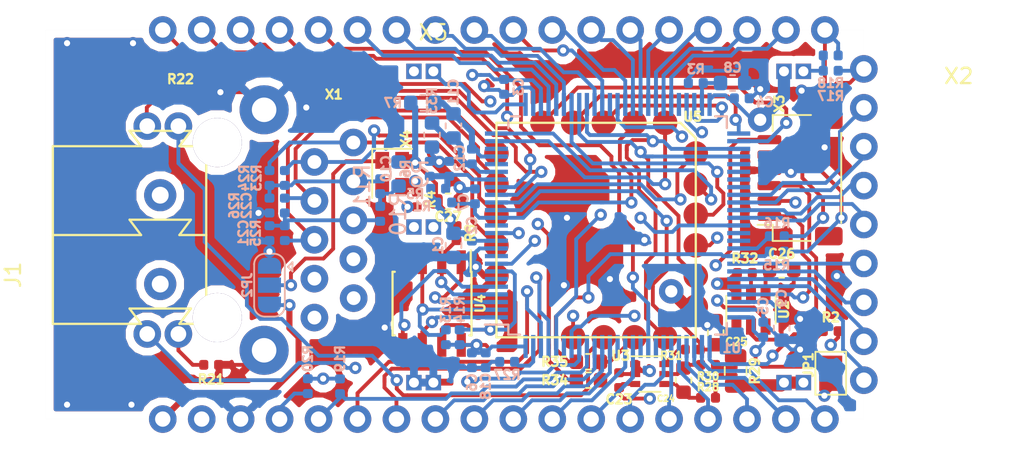
<source format=kicad_pcb>
(kicad_pcb (version 20171130) (host pcbnew 5.0.2-bee76a0~70~ubuntu18.04.1)
  (layers (0 F.Cu signal) (1 In1.Cu signal) (2 In2.Cu signal) (31 B.Cu signal) (34 B.Paste user) (35 F.Paste user) (36 B.SilkS user) (37 F.SilkS user) (38 B.Mask user) (39 F.Mask user) (44 Edge.Cuts user))
  (net 0 "")
  (net 1 +3V3)
  (net 2 GND)
  (net 3 nRST)
  (net 4 "Net-(C10-Pad1)")
  (net 5 +3.3VA)
  (net 6 GNDA)
  (net 7 ADC1)
  (net 8 ADC2)
  (net 9 "Net-(C22-Pad2)")
  (net 10 "Net-(C24-Pad1)")
  (net 11 "Net-(C24-Pad2)")
  (net 12 12V_CURRENT)
  (net 13 "Net-(C26-Pad2)")
  (net 14 Boot0)
  (net 15 OSC_25)
  (net 16 "Net-(R4-Pad2)")
  (net 17 ADC3)
  (net 18 ADC4)
  (net 19 ADC5)
  (net 20 WP_4)
  (net 21 HOLD_4)
  (net 22 MCO_1&I2C3_SCL)
  (net 23 I2C3_SCL)
  (net 24 I2C3_SDA)
  (net 25 MCO_2&I2C3_SDA)
  (net 26 I2C1_SCL)
  (net 27 I2C1_SDA)
  (net 28 "Net-(R21-Pad1)")
  (net 29 "Net-(R22-Pad1)")
  (net 30 "Net-(R27-Pad2)")
  (net 31 +12V_RAW)
  (net 32 "Net-(R29-Pad2)")
  (net 33 "Net-(R31-Pad1)")
  (net 34 "Net-(R32-Pad1)")
  (net 35 +12V)
  (net 36 "Net-(R34-Pad1)")
  (net 37 SCK_4)
  (net 38 CS_4)
  (net 39 MISO_4)
  (net 40 MOSI_4)
  (net 41 "Net-(U1-Pad6)")
  (net 42 "Net-(U1-Pad9)")
  (net 43 "Net-(U1-Pad13)")
  (net 44 MDC)
  (net 45 I2S2_ext_SD)
  (net 46 I2S2_SD)
  (net 47 "Net-(U1-Pad23)")
  (net 48 REF_CLK)
  (net 49 MDIO)
  (net 50 CRS_DV)
  (net 51 RXD0)
  (net 52 RXD1)
  (net 53 "Net-(U1-Pad37)")
  (net 54 +12V_EN)
  (net 55 TIM1_CH1N)
  (net 56 TIM1_CH1)
  (net 57 TIM1_CH2N)
  (net 58 TIM1_CH2)
  (net 59 TIM1_CH3N)
  (net 60 TIM1_CH3)
  (net 61 TIM1_CH4)
  (net 62 "Net-(U1-Pad46)")
  (net 63 RXER)
  (net 64 TXD0)
  (net 65 TXD1)
  (net 66 TXEN)
  (net 67 "Net-(U1-Pad55)")
  (net 68 "Net-(U1-Pad56)")
  (net 69 "Net-(U1-Pad57)")
  (net 70 "Net-(U1-Pad58)")
  (net 71 TIM4_CH1)
  (net 72 TIM4_CH2)
  (net 73 TIM4_CH3)
  (net 74 TIM4_CH4)
  (net 75 I2S2_MCK)
  (net 76 "Net-(U1-Pad64)")
  (net 77 "Net-(U1-Pad65)")
  (net 78 USB_VBUS)
  (net 79 USB_ID)
  (net 80 USB_DM)
  (net 81 USB_DP)
  (net 82 SWDIO)
  (net 83 SWCLK)
  (net 84 SPI3_CS1)
  (net 85 SPI3_SCK)
  (net 86 SPI3_MISO)
  (net 87 SPI3_MOSI)
  (net 88 CAN1_RX)
  (net 89 CAN1_TX)
  (net 90 "Net-(U1-Pad83)")
  (net 91 I2S2_CK)
  (net 92 "Net-(U1-Pad85)")
  (net 93 SPI1_CS1&USART3_RX)
  (net 94 SPI1_CS2&USART3_TX)
  (net 95 "Net-(U1-Pad88)")
  (net 96 SPI1_SCK)
  (net 97 SPI1_MISO)
  (net 98 SPI1_MOSI)
  (net 99 "Net-(U1-Pad95)")
  (net 100 I2S2_WS)
  (net 101 UART8_RX)
  (net 102 UART8_TX)
  (net 103 "Net-(U5-Pad17)")
  (net 104 "Net-(U5-Pad18)")
  (net 105 "Net-(X3-Pad5)")
  (net 106 "Net-(C8-Pad1)")
  (net 107 "Net-(C9-Pad1)")
  (net 108 "Net-(JP2-Pad2)")
  (net 109 ADC0)
  (net 110 "Net-(X1-Pad1)")
  (net 111 "Net-(X1-Pad2)")
  (net 112 PoE_IO1)
  (net 113 /RX_P)
  (net 114 /TX_P)
  (net 115 /RX_N)
  (net 116 /TX_N)
  (net 117 "Net-(R10-Pad2)")
  (module TJ:JXD1-0007NL (layer F.Cu) (at 138.18 140.06)
    (fp_text reference X1 (at 7.6 -8.85) (layer F.SilkS) (effects (font (size 0.6 0.6))))
    (fp_text value JXD1-0007NL)
    (pad "" thru_hole circle (at 0 5.715) (size 3.2 3.2) (drill 3.2) (layers *.Cu *.Mask))
    (pad "" thru_hole circle (at 0 -5.715) (size 3.2 3.2) (drill 3.2) (layers *.Cu *.Mask))
    (pad 15 thru_hole circle (at 3.05 -7.85) (size 3.2 3.2) (drill 1.6) (layers *.Cu *.Mask) (net 2 GND))
    (pad 16 thru_hole circle (at 3.05 7.85) (size 3.2 3.2) (drill 1.6) (layers *.Cu *.Mask) (net 2 GND))
    (pad 1 thru_hole circle (at 6.33 5.715) (size 1.8 1.8) (drill 0.9) (layers *.Cu *.Mask) (net 110 "Net-(X1-Pad1)"))
    (pad 2 thru_hole circle (at 8.89 4.445) (size 1.8 1.8) (drill 0.9) (layers *.Cu *.Mask) (net 111 "Net-(X1-Pad2)"))
    (pad 3 thru_hole circle (at 6.33 3.175) (size 1.8 1.8) (drill 0.9) (layers *.Cu *.Mask))
    (pad 4 thru_hole circle (at 8.87 1.905) (size 1.8 1.8) (drill 0.9) (layers *.Cu *.Mask))
    (pad 5 thru_hole circle (at 6.33 0.635) (size 1.8 1.8) (drill 0.9) (layers *.Cu *.Mask) (net 116 /TX_N))
    (pad 6 thru_hole circle (at 8.87 -0.635) (size 1.8 1.8) (drill 0.9) (layers *.Cu *.Mask) (net 114 /TX_P))
    (pad 7 thru_hole circle (at 6.33 -1.905) (size 1.8 1.8) (drill 0.9) (layers *.Cu *.Mask) (net 114 /TX_P))
    (pad 8 thru_hole circle (at 8.87 -3.175) (size 1.8 1.8) (drill 0.9) (layers *.Cu *.Mask) (net 9 "Net-(C22-Pad2)"))
    (pad 9 thru_hole circle (at 6.33 -4.445) (size 1.8 1.8) (drill 0.9) (layers *.Cu *.Mask) (net 115 /RX_N))
    (pad 10 thru_hole circle (at 8.87 -5.715) (size 1.8 1.8) (drill 0.9) (layers *.Cu *.Mask) (net 113 /RX_P))
    (pad 11 thru_hole circle (at -2.54 -6.785) (size 1.8 1.8) (drill 1.02) (layers *.Cu *.Mask) (net 104 "Net-(U5-Pad18)"))
    (pad 12 thru_hole circle (at -4.57 -6.785) (size 1.8 1.8) (drill 1.02) (layers *.Cu *.Mask) (net 29 "Net-(R22-Pad1)"))
    (pad 13 thru_hole circle (at -2.54 6.785) (size 1.8 1.8) (drill 1.02) (layers *.Cu *.Mask) (net 28 "Net-(R21-Pad1)"))
    (pad 14 thru_hole circle (at -4.57 6.785) (size 1.8 1.8) (drill 1.02) (layers *.Cu *.Mask) (net 103 "Net-(U5-Pad17)"))
  )
  (module Resistor_SMD:R_0603_1608Metric (layer F.Cu) (at 162.38 149.86 180)
    (fp_text reference R34 (at 2.2 0 180) (layer F.SilkS) (effects (font (size 0.6 0.6))))
    (fp_text value 0R)
    (pad 2 smd roundrect (at 0.7875 0 180) (size 0.875 0.95) (layers F.Cu F.Paste F.Mask) (net 15 OSC_25))
    (pad 1 smd roundrect (at -0.7875 0 180) (size 0.875 0.95) (layers F.Cu F.Paste F.Mask) (net 36 "Net-(R34-Pad1)"))
  )
  (module Resistor_SMD:R_0603_1608Metric (layer F.Cu) (at 162.38 148.66 180)
    (fp_text reference R35 (at 2.2 0 180) (layer F.SilkS) (effects (font (size 0.6 0.6))))
    (fp_text value 0R)
    (pad 2 smd roundrect (at 0.7875 0 180) (size 0.875 0.95) (layers F.Cu F.Paste F.Mask) (net 22 MCO_1&I2C3_SCL))
    (pad 1 smd roundrect (at -0.7875 0 180) (size 0.875 0.95) (layers F.Cu F.Paste F.Mask) (net 36 "Net-(R34-Pad1)"))
  )
  (module Capacitor_SMD:C_0603_1608Metric (layer B.Cu) (at 153.58 141.06 270)
    (fp_text reference C1 (at 0 1 270) (layer B.SilkS) (effects (font (size 0.6 0.6)) (justify mirror)))
    (fp_text value 1u)
    (pad 1 smd roundrect (at -0.7875 0 270) (size 0.875 0.95) (layers B.Cu B.Paste B.Mask) (net 1 +3V3))
    (pad 2 smd roundrect (at 0.7875 0 270) (size 0.875 0.95) (layers B.Cu B.Paste B.Mask) (net 2 GND))
  )
  (module Capacitor_SMD:C_0402_1005Metric (layer B.Cu) (at 154.78 141.26 270)
    (fp_text reference C2 (at -1.5 0 270) (layer B.SilkS) (effects (font (size 0.6 0.6)) (justify mirror)))
    (fp_text value 100n)
    (pad 1 smd roundrect (at -0.485 0 270) (size 0.59 0.64) (layers B.Cu B.Paste B.Mask) (net 1 +3V3))
    (pad 2 smd roundrect (at 0.485 0 270) (size 0.59 0.64) (layers B.Cu B.Paste B.Mask) (net 2 GND))
  )
  (module Capacitor_SMD:C_0402_1005Metric (layer B.Cu) (at 156.88 130.71 270)
    (fp_text reference C3 (at 0 -0.95 270) (layer B.SilkS) (effects (font (size 0.6 0.6)) (justify mirror)))
    (fp_text value 100n)
    (pad 1 smd roundrect (at -0.485 0 270) (size 0.59 0.64) (layers B.Cu B.Paste B.Mask) (net 1 +3V3))
    (pad 2 smd roundrect (at 0.485 0 270) (size 0.59 0.64) (layers B.Cu B.Paste B.Mask) (net 2 GND))
  )
  (module Capacitor_SMD:C_0402_1005Metric (layer B.Cu) (at 172.38 131.46)
    (fp_text reference C4 (at 1.5 0.25) (layer B.SilkS) (effects (font (size 0.6 0.6)) (justify mirror)))
    (fp_text value 100n)
    (pad 2 smd roundrect (at 0.485 0) (size 0.59 0.64) (layers B.Cu B.Paste B.Mask) (net 2 GND))
    (pad 1 smd roundrect (at -0.485 0) (size 0.59 0.64) (layers B.Cu B.Paste B.Mask) (net 1 +3V3))
  )
  (module Capacitor_SMD:C_0402_1005Metric (layer B.Cu) (at 173.78 146.56 90)
    (fp_text reference C5 (at 1.55 0 90) (layer B.SilkS) (effects (font (size 0.6 0.6)) (justify mirror)))
    (fp_text value 100n)
    (pad 2 smd roundrect (at 0.485 0 90) (size 0.59 0.64) (layers B.Cu B.Paste B.Mask) (net 2 GND))
    (pad 1 smd roundrect (at -0.485 0 90) (size 0.59 0.64) (layers B.Cu B.Paste B.Mask) (net 1 +3V3))
  )
  (module Capacitor_SMD:C_0402_1005Metric (layer B.Cu) (at 154.78 148.56 270)
    (fp_text reference C6 (at 1.45 0 270) (layer B.SilkS) (effects (font (size 0.6 0.6)) (justify mirror)))
    (fp_text value 100n)
    (pad 1 smd roundrect (at -0.485 0 270) (size 0.59 0.64) (layers B.Cu B.Paste B.Mask) (net 1 +3V3))
    (pad 2 smd roundrect (at 0.485 0 270) (size 0.59 0.64) (layers B.Cu B.Paste B.Mask) (net 2 GND))
  )
  (module Capacitor_SMD:C_0402_1005Metric (layer B.Cu) (at 154.98 137.86 90)
    (fp_text reference C7 (at -0.4 -0.75 90) (layer B.SilkS) (effects (font (size 0.6 0.6)) (justify mirror)))
    (fp_text value 100n)
    (pad 2 smd roundrect (at 0.485 0 90) (size 0.59 0.64) (layers B.Cu B.Paste B.Mask) (net 2 GND))
    (pad 1 smd roundrect (at -0.485 0 90) (size 0.59 0.64) (layers B.Cu B.Paste B.Mask) (net 3 nRST))
  )
  (module Capacitor_SMD:C_0603_1608Metric (layer B.Cu) (at 171.78 130.46)
    (fp_text reference C8 (at 0 -1) (layer B.SilkS) (effects (font (size 0.6 0.6)) (justify mirror)))
    (fp_text value 1u)
    (pad 2 smd roundrect (at 0.7875 0) (size 0.875 0.95) (layers B.Cu B.Paste B.Mask) (net 2 GND))
    (pad 1 smd roundrect (at -0.7875 0) (size 0.875 0.95) (layers B.Cu B.Paste B.Mask) (net 106 "Net-(C8-Pad1)"))
  )
  (module Capacitor_SMD:C_0603_1608Metric (layer B.Cu) (at 174.98 146.46 270)
    (fp_text reference C9 (at -1.95 0 270) (layer B.SilkS) (effects (font (size 0.6 0.6)) (justify mirror)))
    (fp_text value 1u)
    (pad 2 smd roundrect (at 0.7875 0 270) (size 0.875 0.95) (layers B.Cu B.Paste B.Mask) (net 2 GND))
    (pad 1 smd roundrect (at -0.7875 0 270) (size 0.875 0.95) (layers B.Cu B.Paste B.Mask) (net 107 "Net-(C9-Pad1)"))
  )
  (module Capacitor_SMD:C_0402_1005Metric (layer B.Cu) (at 152.03 136.06 90)
    (fp_text reference C10 (at 0 -2.85 90) (layer B.SilkS) (effects (font (size 0.6 0.6)) (justify mirror)))
    (fp_text value 100n)
    (pad 2 smd roundrect (at 0.485 0 90) (size 0.59 0.64) (layers B.Cu B.Paste B.Mask) (net 2 GND))
    (pad 1 smd roundrect (at -0.485 0 90) (size 0.59 0.64) (layers B.Cu B.Paste B.Mask) (net 4 "Net-(C10-Pad1)"))
  )
  (module Capacitor_SMD:C_0603_1608Metric (layer B.Cu) (at 153.58 133.26 270)
    (fp_text reference C11 (at -2.2 0 270) (layer B.SilkS) (effects (font (size 0.6 0.6)) (justify mirror)))
    (fp_text value 1uF)
    (pad 1 smd roundrect (at -0.7875 0 270) (size 0.875 0.95) (layers B.Cu B.Paste B.Mask) (net 5 +3.3VA))
    (pad 2 smd roundrect (at 0.7875 0 270) (size 0.875 0.95) (layers B.Cu B.Paste B.Mask) (net 6 GNDA))
  )
  (module Capacitor_SMD:C_0402_1005Metric (layer B.Cu) (at 154.78 135.26 270)
    (fp_text reference C12 (at 0.1 0.8 270) (layer B.SilkS) (effects (font (size 0.6 0.6)) (justify mirror)))
    (fp_text value 10nF)
    (pad 1 smd roundrect (at -0.485 0 270) (size 0.59 0.64) (layers B.Cu B.Paste B.Mask) (net 5 +3.3VA))
    (pad 2 smd roundrect (at 0.485 0 270) (size 0.59 0.64) (layers B.Cu B.Paste B.Mask) (net 6 GNDA))
  )
  (module Capacitor_SMD:C_0402_1005Metric (layer B.Cu) (at 155.68 148.56 270)
    (fp_text reference C18 (at 1.7 0 270) (layer B.SilkS) (effects (font (size 0.6 0.6)) (justify mirror)))
    (fp_text value 100n)
    (pad 2 smd roundrect (at 0.485 0 270) (size 0.59 0.64) (layers B.Cu B.Paste B.Mask) (net 2 GND))
    (pad 1 smd roundrect (at -0.485 0 270) (size 0.59 0.64) (layers B.Cu B.Paste B.Mask) (net 1 +3V3))
  )
  (module Capacitor_SMD:C_0402_1005Metric (layer B.Cu) (at 141.58 140.26 90)
    (fp_text reference C21 (at 0 -1.7 90) (layer B.SilkS) (effects (font (size 0.6 0.6)) (justify mirror)))
    (fp_text value 100n)
    (pad 2 smd roundrect (at 0.485 0 90) (size 0.59 0.64) (layers B.Cu B.Paste B.Mask) (net 114 /TX_P))
    (pad 1 smd roundrect (at -0.485 0 90) (size 0.59 0.64) (layers B.Cu B.Paste B.Mask) (net 2 GND))
  )
  (module Capacitor_SMD:C_0402_1005Metric (layer B.Cu) (at 141.58 138.46 90)
    (fp_text reference C22 (at 0 -1.5 90) (layer B.SilkS) (effects (font (size 0.6 0.6)) (justify mirror)))
    (fp_text value 100n)
    (pad 1 smd roundrect (at -0.485 0 90) (size 0.59 0.64) (layers B.Cu B.Paste B.Mask) (net 2 GND))
    (pad 2 smd roundrect (at 0.485 0 90) (size 0.59 0.64) (layers B.Cu B.Paste B.Mask) (net 9 "Net-(C22-Pad2)"))
  )
  (module Capacitor_SMD:C_0402_1005Metric (layer F.Cu) (at 164.38 149.86 270)
    (fp_text reference C23 (at 1.25 0) (layer F.SilkS) (effects (font (size 0.6 0.6))))
    (fp_text value 100n)
    (pad 1 smd roundrect (at -0.485 0 270) (size 0.59 0.64) (layers F.Cu F.Paste F.Mask) (net 2 GND))
    (pad 2 smd roundrect (at 0.485 0 270) (size 0.59 0.64) (layers F.Cu F.Paste F.Mask) (net 1 +3V3))
  )
  (module Capacitor_SMD:C_0603_1608Metric (layer F.Cu) (at 168.58 149.86 270)
    (fp_text reference C24 (at 1.2 1.15) (layer F.SilkS) (effects (font (size 0.4 0.4) (thickness 0.1))))
    (fp_text value 1u)
    (pad 2 smd roundrect (at 0.7875 0 270) (size 0.875 0.95) (layers F.Cu F.Paste F.Mask) (net 11 "Net-(C24-Pad2)"))
    (pad 1 smd roundrect (at -0.7875 0 270) (size 0.875 0.95) (layers F.Cu F.Paste F.Mask) (net 10 "Net-(C24-Pad1)"))
  )
  (module Capacitor_SMD:C_0603_1608Metric (layer F.Cu) (at 170.68 146.76 270)
    (fp_text reference C25 (at 0.6 -1.35) (layer F.SilkS) (effects (font (size 0.5 0.5) (thickness 0.125))))
    (fp_text value 1u)
    (pad 1 smd roundrect (at -0.7875 0 270) (size 0.875 0.95) (layers F.Cu F.Paste F.Mask) (net 2 GND))
    (pad 2 smd roundrect (at 0.7875 0 270) (size 0.875 0.95) (layers F.Cu F.Paste F.Mask) (net 12 12V_CURRENT))
  )
  (module Capacitor_SMD:C_0603_1608Metric (layer F.Cu) (at 174.98 142.66 180)
    (fp_text reference C26 (at 0 1.05 180) (layer F.SilkS) (effects (font (size 0.6 0.6))))
    (fp_text value 1u)
    (pad 2 smd roundrect (at 0.7875 0 180) (size 0.875 0.95) (layers F.Cu F.Paste F.Mask) (net 13 "Net-(C26-Pad2)"))
    (pad 1 smd roundrect (at -0.7875 0 180) (size 0.875 0.95) (layers F.Cu F.Paste F.Mask) (net 2 GND))
  )
  (module Jumper:SolderJumper-2_P1.3mm_Open_Pad1.0x1.5mm (layer F.Cu) (at 178.18 149.41 90)
    (fp_text reference JP1 (at 0.55 -1.45 90) (layer F.SilkS) (effects (font (size 0.6 0.6))))
    (fp_text value Jumper_2_Open)
    (pad 2 smd rect (at 0.65 0 90) (size 1 1.5) (layers F.Cu F.Mask) (net 1 +3V3))
    (pad 1 smd rect (at -0.65 0 90) (size 1 1.5) (layers F.Cu F.Mask) (net 14 Boot0))
  )
  (module Resistor_SMD:R_0402_1005Metric (layer B.Cu) (at 152.98 138.26)
    (fp_text reference R1 (at -1.45 0.25) (layer B.SilkS) (effects (font (size 0.6 0.6)) (justify mirror)))
    (fp_text value 47k)
    (pad 2 smd roundrect (at 0.485 0) (size 0.59 0.64) (layers B.Cu B.Paste B.Mask) (net 3 nRST))
    (pad 1 smd roundrect (at -0.485 0) (size 0.59 0.64) (layers B.Cu B.Paste B.Mask) (net 1 +3V3))
  )
  (module Resistor_SMD:R_0402_1005Metric (layer F.Cu) (at 178.18 146.66 180)
    (fp_text reference R2 (at 0 0.9 180) (layer F.SilkS) (effects (font (size 0.6 0.6))))
    (fp_text value 47k)
    (pad 2 smd roundrect (at 0.485 0 180) (size 0.59 0.64) (layers F.Cu F.Paste F.Mask) (net 2 GND))
    (pad 1 smd roundrect (at -0.485 0 180) (size 0.59 0.64) (layers F.Cu F.Paste F.Mask) (net 14 Boot0))
  )
  (module Resistor_SMD:R_0402_1005Metric (layer B.Cu) (at 169.38 130.46)
    (fp_text reference R3 (at 0 -0.9) (layer B.SilkS) (effects (font (size 0.6 0.6)) (justify mirror)))
    (fp_text value 0R)
    (pad 1 smd roundrect (at -0.485 0) (size 0.59 0.64) (layers B.Cu B.Paste B.Mask) (net 2 GND))
    (pad 2 smd roundrect (at 0.485 0) (size 0.59 0.64) (layers B.Cu B.Paste B.Mask) (net 106 "Net-(C8-Pad1)"))
  )
  (module Resistor_SMD:R_0402_1005Metric (layer F.Cu) (at 151.18 138.06 270)
    (fp_text reference R4 (at 0 -0.9 270) (layer F.SilkS) (effects (font (size 0.6 0.6))))
    (fp_text value 0R)
    (pad 1 smd roundrect (at -0.485 0 270) (size 0.59 0.64) (layers F.Cu F.Paste F.Mask) (net 15 OSC_25))
    (pad 2 smd roundrect (at 0.485 0 270) (size 0.59 0.64) (layers F.Cu F.Paste F.Mask) (net 16 "Net-(R4-Pad2)"))
  )
  (module Resistor_SMD:R_0402_1005Metric (layer B.Cu) (at 152.58 137.36)
    (fp_text reference R5 (at -1.5 0.35) (layer B.SilkS) (effects (font (size 0.6 0.6)) (justify mirror)))
    (fp_text value 0R)
    (pad 1 smd roundrect (at -0.485 0) (size 0.59 0.64) (layers B.Cu B.Paste B.Mask) (net 1 +3V3))
    (pad 2 smd roundrect (at 0.485 0) (size 0.59 0.64) (layers B.Cu B.Paste B.Mask) (net 4 "Net-(C10-Pad1)"))
  )
  (module Resistor_SMD:R_0402_1005Metric (layer B.Cu) (at 153.305 136.06 270)
    (fp_text reference R6 (at 0 2.85 270) (layer B.SilkS) (effects (font (size 0.6 0.6)) (justify mirror)))
    (fp_text value 0R)
    (pad 2 smd roundrect (at 0.485 0 270) (size 0.59 0.64) (layers B.Cu B.Paste B.Mask) (net 4 "Net-(C10-Pad1)"))
    (pad 1 smd roundrect (at -0.485 0 270) (size 0.59 0.64) (layers B.Cu B.Paste B.Mask) (net 2 GND))
  )
  (module Resistor_SMD:R_0603_1608Metric (layer B.Cu) (at 151.58 131.76)
    (fp_text reference R7 (at -1.95 0) (layer B.SilkS) (effects (font (size 0.6 0.6)) (justify mirror)))
    (fp_text value FERRIT)
    (pad 1 smd roundrect (at -0.7875 0) (size 0.875 0.95) (layers B.Cu B.Paste B.Mask) (net 1 +3V3))
    (pad 2 smd roundrect (at 0.7875 0) (size 0.875 0.95) (layers B.Cu B.Paste B.Mask) (net 5 +3.3VA))
  )
  (module Resistor_SMD:R_0402_1005Metric (layer F.Cu) (at 153.78 140.26 90)
    (fp_text reference R8 (at 0 0.9 90) (layer F.SilkS) (effects (font (size 0.6 0.6))))
    (fp_text value 47k)
    (pad 2 smd roundrect (at 0.485 0 90) (size 0.59 0.64) (layers F.Cu F.Paste F.Mask) (net 1 +3V3))
    (pad 1 smd roundrect (at -0.485 0 90) (size 0.59 0.64) (layers F.Cu F.Paste F.Mask) (net 39 MISO_4))
  )
  (module Resistor_SMD:R_0402_1005Metric (layer B.Cu) (at 153.08 147.06 270)
    (fp_text reference R13 (at -1.8 0 270) (layer B.SilkS) (effects (font (size 0.6 0.6)) (justify mirror)))
    (fp_text value 47k)
    (pad 1 smd roundrect (at -0.485 0 270) (size 0.59 0.64) (layers B.Cu B.Paste B.Mask) (net 20 WP_4))
    (pad 2 smd roundrect (at 0.485 0 270) (size 0.59 0.64) (layers B.Cu B.Paste B.Mask) (net 1 +3V3))
  )
  (module Resistor_SMD:R_0402_1005Metric (layer B.Cu) (at 153.98 147.06 270)
    (fp_text reference R14 (at -1.8 0 270) (layer B.SilkS) (effects (font (size 0.6 0.6)) (justify mirror)))
    (fp_text value 47k)
    (pad 2 smd roundrect (at 0.485 0 270) (size 0.59 0.64) (layers B.Cu B.Paste B.Mask) (net 1 +3V3))
    (pad 1 smd roundrect (at -0.485 0 270) (size 0.59 0.64) (layers B.Cu B.Paste B.Mask) (net 21 HOLD_4))
  )
  (module Resistor_SMD:R_0402_1005Metric (layer B.Cu) (at 174.665 141.46)
    (fp_text reference R15 (at 0 0.9) (layer B.SilkS) (effects (font (size 0.6 0.6)) (justify mirror)))
    (fp_text value 0R)
    (pad 1 smd roundrect (at -0.485 0) (size 0.59 0.64) (layers B.Cu B.Paste B.Mask) (net 22 MCO_1&I2C3_SCL))
    (pad 2 smd roundrect (at 0.485 0) (size 0.59 0.64) (layers B.Cu B.Paste B.Mask) (net 23 I2C3_SCL))
  )
  (module Resistor_SMD:R_0402_1005Metric (layer B.Cu) (at 174.665 140.46)
    (fp_text reference R16 (at 0.015 -0.85) (layer B.SilkS) (effects (font (size 0.6 0.6)) (justify mirror)))
    (fp_text value 0R)
    (pad 2 smd roundrect (at 0.485 0) (size 0.59 0.64) (layers B.Cu B.Paste B.Mask) (net 24 I2C3_SDA))
    (pad 1 smd roundrect (at -0.485 0) (size 0.59 0.64) (layers B.Cu B.Paste B.Mask) (net 25 MCO_2&I2C3_SDA))
  )
  (module Resistor_SMD:R_0402_1005Metric (layer B.Cu) (at 178.18 129.66 180)
    (fp_text reference R17 (at 0 -1.65 180) (layer B.SilkS) (effects (font (size 0.6 0.6)) (justify mirror)))
    (fp_text value 4k7)
    (pad 2 smd roundrect (at 0.485 0 180) (size 0.59 0.64) (layers B.Cu B.Paste B.Mask) (net 1 +3V3))
    (pad 1 smd roundrect (at -0.485 0 180) (size 0.59 0.64) (layers B.Cu B.Paste B.Mask) (net 23 I2C3_SCL))
  )
  (module Resistor_SMD:R_0402_1005Metric (layer B.Cu) (at 178.18 128.66 180)
    (fp_text reference R18 (at 0 -1.8 180) (layer B.SilkS) (effects (font (size 0.6 0.6)) (justify mirror)))
    (fp_text value 4k7)
    (pad 1 smd roundrect (at -0.485 0 180) (size 0.59 0.64) (layers B.Cu B.Paste B.Mask) (net 24 I2C3_SDA))
    (pad 2 smd roundrect (at 0.485 0 180) (size 0.59 0.64) (layers B.Cu B.Paste B.Mask) (net 1 +3V3))
  )
  (module Resistor_SMD:R_0402_1005Metric (layer B.Cu) (at 146.18 150.26 90)
    (fp_text reference R19 (at 1.8 0 90) (layer B.SilkS) (effects (font (size 0.6 0.6)) (justify mirror)))
    (fp_text value 4k7)
    (pad 2 smd roundrect (at 0.485 0 90) (size 0.59 0.64) (layers B.Cu B.Paste B.Mask) (net 1 +3V3))
    (pad 1 smd roundrect (at -0.485 0 90) (size 0.59 0.64) (layers B.Cu B.Paste B.Mask) (net 26 I2C1_SCL))
  )
  (module Resistor_SMD:R_0402_1005Metric (layer B.Cu) (at 144.08 150.25 90)
    (fp_text reference R20 (at 1.8 0 90) (layer B.SilkS) (effects (font (size 0.6 0.6)) (justify mirror)))
    (fp_text value 4k7)
    (pad 1 smd roundrect (at -0.485 0 90) (size 0.59 0.64) (layers B.Cu B.Paste B.Mask) (net 27 I2C1_SDA))
    (pad 2 smd roundrect (at 0.485 0 90) (size 0.59 0.64) (layers B.Cu B.Paste B.Mask) (net 1 +3V3))
  )
  (module Resistor_SMD:R_0402_1005Metric (layer F.Cu) (at 137.78 148.86)
    (fp_text reference R21 (at 0 0.95) (layer F.SilkS) (effects (font (size 0.6 0.6))))
    (fp_text value 220R)
    (pad 1 smd roundrect (at -0.485 0) (size 0.59 0.64) (layers F.Cu F.Paste F.Mask) (net 28 "Net-(R21-Pad1)"))
    (pad 2 smd roundrect (at 0.485 0) (size 0.59 0.64) (layers F.Cu F.Paste F.Mask) (net 2 GND))
  )
  (module Resistor_SMD:R_0402_1005Metric (layer F.Cu) (at 135.78 131.06)
    (fp_text reference R22 (at 0 -0.85) (layer F.SilkS) (effects (font (size 0.6 0.6))))
    (fp_text value 220R)
    (pad 2 smd roundrect (at 0.485 0) (size 0.59 0.64) (layers F.Cu F.Paste F.Mask) (net 2 GND))
    (pad 1 smd roundrect (at -0.485 0) (size 0.59 0.64) (layers F.Cu F.Paste F.Mask) (net 29 "Net-(R22-Pad1)"))
  )
  (module Resistor_SMD:R_0402_1005Metric (layer B.Cu) (at 142.58 136.66 270)
    (fp_text reference R23 (at 0 1.85 270) (layer B.SilkS) (effects (font (size 0.6 0.6)) (justify mirror)))
    (fp_text value 49R9)
    (pad 2 smd roundrect (at 0.485 0 270) (size 0.59 0.64) (layers B.Cu B.Paste B.Mask) (net 9 "Net-(C22-Pad2)"))
    (pad 1 smd roundrect (at -0.485 0 270) (size 0.59 0.64) (layers B.Cu B.Paste B.Mask) (net 115 /RX_N))
  )
  (module Resistor_SMD:R_0402_1005Metric (layer B.Cu) (at 141.58 136.66 270)
    (fp_text reference R24 (at 0 1.65 270) (layer B.SilkS) (effects (font (size 0.6 0.6)) (justify mirror)))
    (fp_text value 49R9)
    (pad 2 smd roundrect (at 0.485 0 270) (size 0.59 0.64) (layers B.Cu B.Paste B.Mask) (net 9 "Net-(C22-Pad2)"))
    (pad 1 smd roundrect (at -0.485 0 270) (size 0.59 0.64) (layers B.Cu B.Paste B.Mask) (net 113 /RX_P))
  )
  (module Resistor_SMD:R_0402_1005Metric (layer B.Cu) (at 142.58 140.26 90)
    (fp_text reference R25 (at 0 -1.9 90) (layer B.SilkS) (effects (font (size 0.6 0.6)) (justify mirror)))
    (fp_text value 49R9)
    (pad 1 smd roundrect (at -0.485 0 90) (size 0.59 0.64) (layers B.Cu B.Paste B.Mask) (net 116 /TX_N))
    (pad 2 smd roundrect (at 0.485 0 90) (size 0.59 0.64) (layers B.Cu B.Paste B.Mask) (net 114 /TX_P))
  )
  (module Resistor_SMD:R_0402_1005Metric (layer B.Cu) (at 142.58 138.46 270)
    (fp_text reference R26 (at 0 3.3 270) (layer B.SilkS) (effects (font (size 0.6 0.6)) (justify mirror)))
    (fp_text value 49R9)
    (pad 2 smd roundrect (at 0.485 0 270) (size 0.59 0.64) (layers B.Cu B.Paste B.Mask) (net 114 /TX_P))
    (pad 1 smd roundrect (at -0.485 0 270) (size 0.59 0.64) (layers B.Cu B.Paste B.Mask) (net 114 /TX_P))
  )
  (module Resistor_SMD:R_0402_1005Metric (layer B.Cu) (at 157.08 148.66)
    (fp_text reference R27 (at 0 0.85) (layer B.SilkS) (effects (font (size 0.6 0.6)) (justify mirror)))
    (fp_text value 0R)
    (pad 1 smd roundrect (at -0.485 0) (size 0.59 0.64) (layers B.Cu B.Paste B.Mask) (net 2 GND))
    (pad 2 smd roundrect (at 0.485 0) (size 0.59 0.64) (layers B.Cu B.Paste B.Mask) (net 30 "Net-(R27-Pad2)"))
  )
  (module Resistor_SMD:R_0402_1005Metric (layer F.Cu) (at 170.18 151.01 180)
    (fp_text reference R28 (at 0 0.7 180) (layer F.SilkS) (effects (font (size 0.5 0.5) (thickness 0.125))))
    (fp_text value 10R)
    (pad 1 smd roundrect (at -0.485 0 180) (size 0.59 0.64) (layers F.Cu F.Paste F.Mask) (net 31 +12V_RAW))
    (pad 2 smd roundrect (at 0.485 0 180) (size 0.59 0.64) (layers F.Cu F.Paste F.Mask) (net 11 "Net-(C24-Pad2)"))
  )
  (module Resistor_SMD:R_0805_2012Metric (layer F.Cu) (at 171.98 149.26 90)
    (fp_text reference R29 (at 0 1.25 90) (layer F.SilkS) (effects (font (size 0.6 0.6))))
    (fp_text value 0R01)
    (pad 1 smd roundrect (at -0.9375 0 90) (size 0.975 1.4) (layers F.Cu F.Paste F.Mask) (net 31 +12V_RAW))
    (pad 2 smd roundrect (at 0.9375 0 90) (size 0.975 1.4) (layers F.Cu F.Paste F.Mask) (net 32 "Net-(R29-Pad2)"))
  )
  (module Resistor_SMD:R_0402_1005Metric (layer F.Cu) (at 170.18 148.86 180)
    (fp_text reference R30 (at 0 -0.75 180) (layer F.SilkS) (effects (font (size 0.5 0.5) (thickness 0.125))))
    (fp_text value 10R)
    (pad 1 smd roundrect (at -0.485 0 180) (size 0.59 0.64) (layers F.Cu F.Paste F.Mask) (net 32 "Net-(R29-Pad2)"))
    (pad 2 smd roundrect (at 0.485 0 180) (size 0.59 0.64) (layers F.Cu F.Paste F.Mask) (net 10 "Net-(C24-Pad1)"))
  )
  (module Resistor_SMD:R_0402_1005Metric (layer F.Cu) (at 169.18 147.86)
    (fp_text reference R31 (at -1.4 0.4) (layer F.SilkS) (effects (font (size 0.5 0.5) (thickness 0.125))))
    (fp_text value 10k)
    (pad 1 smd roundrect (at -0.485 0) (size 0.59 0.64) (layers F.Cu F.Paste F.Mask) (net 33 "Net-(R31-Pad1)"))
    (pad 2 smd roundrect (at 0.485 0) (size 0.59 0.64) (layers F.Cu F.Paste F.Mask) (net 12 12V_CURRENT))
  )
  (module Resistor_SMD:R_0402_1005Metric (layer F.Cu) (at 172.58 142.86 180)
    (fp_text reference R32 (at 0 0.95 180) (layer F.SilkS) (effects (font (size 0.6 0.6))))
    (fp_text value 0R)
    (pad 1 smd roundrect (at -0.485 0 180) (size 0.59 0.64) (layers F.Cu F.Paste F.Mask) (net 34 "Net-(R32-Pad1)"))
    (pad 2 smd roundrect (at 0.485 0 180) (size 0.59 0.64) (layers F.Cu F.Paste F.Mask) (net 35 +12V))
  )
  (module Resistor_SMD:R_0603_1608Metric (layer B.Cu) (at 152.18 133.86 270)
    (fp_text reference R33 (at -2.25 0 270) (layer B.SilkS) (effects (font (size 0.6 0.6)) (justify mirror)))
    (fp_text value FERRIT)
    (pad 2 smd roundrect (at 0.7875 0 270) (size 0.875 0.95) (layers B.Cu B.Paste B.Mask) (net 2 GND))
    (pad 1 smd roundrect (at -0.7875 0 270) (size 0.875 0.95) (layers B.Cu B.Paste B.Mask) (net 6 GNDA))
  )
  (module Package_QFP:LQFP-100_14x14mm_P0.5mm (layer B.Cu) (at 164.28 139.76)
    (fp_text reference U1 (at 7.45 8) (layer B.SilkS) (effects (font (size 0.6 0.6)) (justify mirror)))
    (fp_text value STM32F437VITx)
    (pad 1 smd rect (at -7.9 6) (size 1.5 0.28) (layers B.Cu B.Paste B.Mask) (net 37 SCK_4))
    (pad 2 smd rect (at -7.9 5.5) (size 1.5 0.28) (layers B.Cu B.Paste B.Mask) (net 20 WP_4))
    (pad 3 smd rect (at -7.9 5) (size 1.5 0.28) (layers B.Cu B.Paste B.Mask) (net 38 CS_4))
    (pad 4 smd rect (at -7.9 4.5) (size 1.5 0.28) (layers B.Cu B.Paste B.Mask) (net 39 MISO_4))
    (pad 5 smd rect (at -7.9 4) (size 1.5 0.28) (layers B.Cu B.Paste B.Mask) (net 40 MOSI_4))
    (pad 6 smd rect (at -7.9 3.5) (size 1.5 0.28) (layers B.Cu B.Paste B.Mask) (net 41 "Net-(U1-Pad6)"))
    (pad 7 smd rect (at -7.9 3) (size 1.5 0.28) (layers B.Cu B.Paste B.Mask) (net 21 HOLD_4))
    (pad 8 smd rect (at -7.9 2.5) (size 1.5 0.28) (layers B.Cu B.Paste B.Mask) (net 112 PoE_IO1))
    (pad 9 smd rect (at -7.9 2) (size 1.5 0.28) (layers B.Cu B.Paste B.Mask) (net 42 "Net-(U1-Pad9)"))
    (pad 10 smd rect (at -7.9 1.5) (size 1.5 0.28) (layers B.Cu B.Paste B.Mask) (net 2 GND))
    (pad 11 smd rect (at -7.9 1) (size 1.5 0.28) (layers B.Cu B.Paste B.Mask) (net 1 +3V3))
    (pad 12 smd rect (at -7.9 0.5) (size 1.5 0.28) (layers B.Cu B.Paste B.Mask) (net 16 "Net-(R4-Pad2)"))
    (pad 13 smd rect (at -7.9 0) (size 1.5 0.28) (layers B.Cu B.Paste B.Mask) (net 43 "Net-(U1-Pad13)"))
    (pad 14 smd rect (at -7.9 -0.5) (size 1.5 0.28) (layers B.Cu B.Paste B.Mask) (net 3 nRST))
    (pad 15 smd rect (at -7.9 -1) (size 1.5 0.28) (layers B.Cu B.Paste B.Mask) (net 12 12V_CURRENT))
    (pad 16 smd rect (at -7.9 -1.5) (size 1.5 0.28) (layers B.Cu B.Paste B.Mask) (net 44 MDC))
    (pad 17 smd rect (at -7.9 -2) (size 1.5 0.28) (layers B.Cu B.Paste B.Mask) (net 45 I2S2_ext_SD))
    (pad 18 smd rect (at -7.9 -2.5) (size 1.5 0.28) (layers B.Cu B.Paste B.Mask) (net 46 I2S2_SD))
    (pad 19 smd rect (at -7.9 -3) (size 1.5 0.28) (layers B.Cu B.Paste B.Mask) (net 4 "Net-(C10-Pad1)"))
    (pad 20 smd rect (at -7.9 -3.5) (size 1.5 0.28) (layers B.Cu B.Paste B.Mask) (net 6 GNDA))
    (pad 21 smd rect (at -7.9 -4) (size 1.5 0.28) (layers B.Cu B.Paste B.Mask) (net 5 +3.3VA))
    (pad 22 smd rect (at -7.9 -4.5) (size 1.5 0.28) (layers B.Cu B.Paste B.Mask) (net 5 +3.3VA))
    (pad 23 smd rect (at -7.9 -5) (size 1.5 0.28) (layers B.Cu B.Paste B.Mask) (net 47 "Net-(U1-Pad23)"))
    (pad 24 smd rect (at -7.9 -5.5) (size 1.5 0.28) (layers B.Cu B.Paste B.Mask) (net 48 REF_CLK))
    (pad 25 smd rect (at -7.9 -6) (size 1.5 0.28) (layers B.Cu B.Paste B.Mask) (net 49 MDIO))
    (pad 26 smd rect (at -6 -7.9 270) (size 1.5 0.28) (layers B.Cu B.Paste B.Mask) (net 109 ADC0))
    (pad 27 smd rect (at -5.5 -7.9 270) (size 1.5 0.28) (layers B.Cu B.Paste B.Mask) (net 2 GND))
    (pad 28 smd rect (at -5 -7.9 270) (size 1.5 0.28) (layers B.Cu B.Paste B.Mask) (net 1 +3V3))
    (pad 29 smd rect (at -4.5 -7.9 270) (size 1.5 0.28) (layers B.Cu B.Paste B.Mask) (net 7 ADC1))
    (pad 30 smd rect (at -4 -7.9 270) (size 1.5 0.28) (layers B.Cu B.Paste B.Mask) (net 8 ADC2))
    (pad 31 smd rect (at -3.5 -7.9 270) (size 1.5 0.28) (layers B.Cu B.Paste B.Mask) (net 17 ADC3))
    (pad 32 smd rect (at -3 -7.9 270) (size 1.5 0.28) (layers B.Cu B.Paste B.Mask) (net 50 CRS_DV))
    (pad 33 smd rect (at -2.5 -7.9 270) (size 1.5 0.28) (layers B.Cu B.Paste B.Mask) (net 51 RXD0))
    (pad 34 smd rect (at -2 -7.9 270) (size 1.5 0.28) (layers B.Cu B.Paste B.Mask) (net 52 RXD1))
    (pad 35 smd rect (at -1.5 -7.9 270) (size 1.5 0.28) (layers B.Cu B.Paste B.Mask) (net 18 ADC4))
    (pad 36 smd rect (at -1 -7.9 270) (size 1.5 0.28) (layers B.Cu B.Paste B.Mask) (net 19 ADC5))
    (pad 37 smd rect (at -0.5 -7.9 270) (size 1.5 0.28) (layers B.Cu B.Paste B.Mask) (net 53 "Net-(U1-Pad37)"))
    (pad 38 smd rect (at 0 -7.9 270) (size 1.5 0.28) (layers B.Cu B.Paste B.Mask) (net 54 +12V_EN))
    (pad 39 smd rect (at 0.5 -7.9 270) (size 1.5 0.28) (layers B.Cu B.Paste B.Mask) (net 55 TIM1_CH1N))
    (pad 40 smd rect (at 1 -7.9 270) (size 1.5 0.28) (layers B.Cu B.Paste B.Mask) (net 56 TIM1_CH1))
    (pad 41 smd rect (at 1.5 -7.9 270) (size 1.5 0.28) (layers B.Cu B.Paste B.Mask) (net 57 TIM1_CH2N))
    (pad 42 smd rect (at 2 -7.9 270) (size 1.5 0.28) (layers B.Cu B.Paste B.Mask) (net 58 TIM1_CH2))
    (pad 43 smd rect (at 2.5 -7.9 270) (size 1.5 0.28) (layers B.Cu B.Paste B.Mask) (net 59 TIM1_CH3N))
    (pad 44 smd rect (at 3 -7.9 270) (size 1.5 0.28) (layers B.Cu B.Paste B.Mask) (net 60 TIM1_CH3))
    (pad 45 smd rect (at 3.5 -7.9 270) (size 1.5 0.28) (layers B.Cu B.Paste B.Mask) (net 61 TIM1_CH4))
    (pad 46 smd rect (at 4 -7.9 270) (size 1.5 0.28) (layers B.Cu B.Paste B.Mask) (net 62 "Net-(U1-Pad46)"))
    (pad 47 smd rect (at 4.5 -7.9 270) (size 1.5 0.28) (layers B.Cu B.Paste B.Mask) (net 63 RXER))
    (pad 48 smd rect (at 5 -7.9 270) (size 1.5 0.28) (layers B.Cu B.Paste B.Mask) (net 66 TXEN))
    (pad 49 smd rect (at 5.5 -7.9 270) (size 1.5 0.28) (layers B.Cu B.Paste B.Mask) (net 106 "Net-(C8-Pad1)"))
    (pad 50 smd rect (at 6 -7.9 270) (size 1.5 0.28) (layers B.Cu B.Paste B.Mask) (net 1 +3V3))
    (pad 51 smd rect (at 7.9 -6) (size 1.5 0.28) (layers B.Cu B.Paste B.Mask) (net 64 TXD0))
    (pad 52 smd rect (at 7.9 -5.5) (size 1.5 0.28) (layers B.Cu B.Paste B.Mask) (net 65 TXD1))
    (pad 53 smd rect (at 7.9 -5) (size 1.5 0.28) (layers B.Cu B.Paste B.Mask) (net 52 RXD1))
    (pad 54 smd rect (at 7.9 -4.5) (size 1.5 0.28) (layers B.Cu B.Paste B.Mask) (net 51 RXD0))
    (pad 55 smd rect (at 7.9 -4) (size 1.5 0.28) (layers B.Cu B.Paste B.Mask) (net 67 "Net-(U1-Pad55)"))
    (pad 56 smd rect (at 7.9 -3.5) (size 1.5 0.28) (layers B.Cu B.Paste B.Mask) (net 68 "Net-(U1-Pad56)"))
    (pad 57 smd rect (at 7.9 -3) (size 1.5 0.28) (layers B.Cu B.Paste B.Mask) (net 69 "Net-(U1-Pad57)"))
    (pad 58 smd rect (at 7.9 -2.5) (size 1.5 0.28) (layers B.Cu B.Paste B.Mask) (net 70 "Net-(U1-Pad58)"))
    (pad 59 smd rect (at 7.9 -2) (size 1.5 0.28) (layers B.Cu B.Paste B.Mask) (net 71 TIM4_CH1))
    (pad 60 smd rect (at 7.9 -1.5) (size 1.5 0.28) (layers B.Cu B.Paste B.Mask) (net 72 TIM4_CH2))
    (pad 61 smd rect (at 7.9 -1) (size 1.5 0.28) (layers B.Cu B.Paste B.Mask) (net 73 TIM4_CH3))
    (pad 62 smd rect (at 7.9 -0.5) (size 1.5 0.28) (layers B.Cu B.Paste B.Mask) (net 74 TIM4_CH4))
    (pad 63 smd rect (at 7.9 0) (size 1.5 0.28) (layers B.Cu B.Paste B.Mask) (net 75 I2S2_MCK))
    (pad 64 smd rect (at 7.9 0.5) (size 1.5 0.28) (layers B.Cu B.Paste B.Mask) (net 76 "Net-(U1-Pad64)"))
    (pad 65 smd rect (at 7.9 1) (size 1.5 0.28) (layers B.Cu B.Paste B.Mask) (net 77 "Net-(U1-Pad65)"))
    (pad 66 smd rect (at 7.9 1.5) (size 1.5 0.28) (layers B.Cu B.Paste B.Mask) (net 25 MCO_2&I2C3_SDA))
    (pad 67 smd rect (at 7.9 2) (size 1.5 0.28) (layers B.Cu B.Paste B.Mask) (net 22 MCO_1&I2C3_SCL))
    (pad 68 smd rect (at 7.9 2.5) (size 1.5 0.28) (layers B.Cu B.Paste B.Mask) (net 78 USB_VBUS))
    (pad 69 smd rect (at 7.9 3) (size 1.5 0.28) (layers B.Cu B.Paste B.Mask) (net 79 USB_ID))
    (pad 70 smd rect (at 7.9 3.5) (size 1.5 0.28) (layers B.Cu B.Paste B.Mask) (net 80 USB_DM))
    (pad 71 smd rect (at 7.9 4) (size 1.5 0.28) (layers B.Cu B.Paste B.Mask) (net 81 USB_DP))
    (pad 72 smd rect (at 7.9 4.5) (size 1.5 0.28) (layers B.Cu B.Paste B.Mask) (net 82 SWDIO))
    (pad 73 smd rect (at 7.9 5) (size 1.5 0.28) (layers B.Cu B.Paste B.Mask) (net 107 "Net-(C9-Pad1)"))
    (pad 74 smd rect (at 7.9 5.5) (size 1.5 0.28) (layers B.Cu B.Paste B.Mask) (net 2 GND))
    (pad 75 smd rect (at 7.9 6) (size 1.5 0.28) (layers B.Cu B.Paste B.Mask) (net 1 +3V3))
    (pad 76 smd rect (at 6 7.9 270) (size 1.5 0.28) (layers B.Cu B.Paste B.Mask) (net 83 SWCLK))
    (pad 77 smd rect (at 5.5 7.9 270) (size 1.5 0.28) (layers B.Cu B.Paste B.Mask) (net 84 SPI3_CS1))
    (pad 78 smd rect (at 5 7.9 270) (size 1.5 0.28) (layers B.Cu B.Paste B.Mask) (net 85 SPI3_SCK))
    (pad 79 smd rect (at 4.5 7.9 270) (size 1.5 0.28) (layers B.Cu B.Paste B.Mask) (net 86 SPI3_MISO))
    (pad 80 smd rect (at 4 7.9 270) (size 1.5 0.28) (layers B.Cu B.Paste B.Mask) (net 87 SPI3_MOSI))
    (pad 81 smd rect (at 3.5 7.9 270) (size 1.5 0.28) (layers B.Cu B.Paste B.Mask) (net 88 CAN1_RX))
    (pad 82 smd rect (at 3 7.9 270) (size 1.5 0.28) (layers B.Cu B.Paste B.Mask) (net 89 CAN1_TX))
    (pad 83 smd rect (at 2.5 7.9 270) (size 1.5 0.28) (layers B.Cu B.Paste B.Mask) (net 90 "Net-(U1-Pad83)"))
    (pad 84 smd rect (at 2 7.9 270) (size 1.5 0.28) (layers B.Cu B.Paste B.Mask) (net 91 I2S2_CK))
    (pad 85 smd rect (at 1.5 7.9 270) (size 1.5 0.28) (layers B.Cu B.Paste B.Mask) (net 92 "Net-(U1-Pad85)"))
    (pad 86 smd rect (at 1 7.9 270) (size 1.5 0.28) (layers B.Cu B.Paste B.Mask) (net 93 SPI1_CS1&USART3_RX))
    (pad 87 smd rect (at 0.5 7.9 270) (size 1.5 0.28) (layers B.Cu B.Paste B.Mask) (net 94 SPI1_CS2&USART3_TX))
    (pad 88 smd rect (at 0 7.9 270) (size 1.5 0.28) (layers B.Cu B.Paste B.Mask) (net 95 "Net-(U1-Pad88)"))
    (pad 89 smd rect (at -0.5 7.9 270) (size 1.5 0.28) (layers B.Cu B.Paste B.Mask) (net 96 SPI1_SCK))
    (pad 90 smd rect (at -1 7.9 270) (size 1.5 0.28) (layers B.Cu B.Paste B.Mask) (net 97 SPI1_MISO))
    (pad 91 smd rect (at -1.5 7.9 270) (size 1.5 0.28) (layers B.Cu B.Paste B.Mask) (net 98 SPI1_MOSI))
    (pad 92 smd rect (at -2 7.9 270) (size 1.5 0.28) (layers B.Cu B.Paste B.Mask) (net 26 I2C1_SCL))
    (pad 93 smd rect (at -2.5 7.9 270) (size 1.5 0.28) (layers B.Cu B.Paste B.Mask) (net 27 I2C1_SDA))
    (pad 94 smd rect (at -3 7.9 270) (size 1.5 0.28) (layers B.Cu B.Paste B.Mask) (net 14 Boot0))
    (pad 95 smd rect (at -3.5 7.9 270) (size 1.5 0.28) (layers B.Cu B.Paste B.Mask) (net 99 "Net-(U1-Pad95)"))
    (pad 96 smd rect (at -4 7.9 270) (size 1.5 0.28) (layers B.Cu B.Paste B.Mask) (net 100 I2S2_WS))
    (pad 97 smd rect (at -4.5 7.9 270) (size 1.5 0.28) (layers B.Cu B.Paste B.Mask) (net 101 UART8_RX))
    (pad 98 smd rect (at -5 7.9 270) (size 1.5 0.28) (layers B.Cu B.Paste B.Mask) (net 102 UART8_TX))
    (pad 99 smd rect (at -5.5 7.9 270) (size 1.5 0.28) (layers B.Cu B.Paste B.Mask) (net 30 "Net-(R27-Pad2)"))
    (pad 100 smd rect (at -6 7.9 270) (size 1.5 0.28) (layers B.Cu B.Paste B.Mask) (net 1 +3V3))
  )
  (module Package_TO_SOT_SMD:SOT-23-6 (layer F.Cu) (at 172.98 145.26 90)
    (fp_text reference U2 (at 0 2.15 90) (layer F.SilkS) (effects (font (size 0.6 0.6))))
    (fp_text value TPS22810)
    (pad 1 smd rect (at -1.1 -0.95 90) (size 1.06 0.65) (layers F.Cu F.Paste F.Mask) (net 32 "Net-(R29-Pad2)"))
    (pad 2 smd rect (at -1.1 0 90) (size 1.06 0.65) (layers F.Cu F.Paste F.Mask) (net 2 GND))
    (pad 3 smd rect (at -1.1 0.95 90) (size 1.06 0.65) (layers F.Cu F.Paste F.Mask) (net 54 +12V_EN))
    (pad 4 smd rect (at 1.1 0.95 90) (size 1.06 0.65) (layers F.Cu F.Paste F.Mask) (net 13 "Net-(C26-Pad2)"))
    (pad 6 smd rect (at 1.1 -0.95 90) (size 1.06 0.65) (layers F.Cu F.Paste F.Mask) (net 35 +12V))
    (pad 5 smd rect (at 1.1 0 90) (size 1.06 0.65) (layers F.Cu F.Paste F.Mask) (net 34 "Net-(R32-Pad1)"))
  )
  (module Package_TO_SOT_SMD:SOT-363_SC-70-6 (layer F.Cu) (at 166.38 149.46)
    (fp_text reference U3 (at -1.9 -1.2) (layer F.SilkS) (effects (font (size 0.6 0.6))))
    (fp_text value INA214)
    (pad 1 smd rect (at -0.95 -0.65) (size 0.65 0.4) (layers F.Cu F.Paste F.Mask) (net 2 GND))
    (pad 3 smd rect (at -0.95 0.65) (size 0.65 0.4) (layers F.Cu F.Paste F.Mask) (net 1 +3V3))
    (pad 5 smd rect (at 0.95 0) (size 0.65 0.4) (layers F.Cu F.Paste F.Mask) (net 10 "Net-(C24-Pad1)"))
    (pad 2 smd rect (at -0.95 0) (size 0.65 0.4) (layers F.Cu F.Paste F.Mask) (net 2 GND))
    (pad 4 smd rect (at 0.95 0.65) (size 0.65 0.4) (layers F.Cu F.Paste F.Mask) (net 11 "Net-(C24-Pad2)"))
    (pad 6 smd rect (at 0.95 -0.65) (size 0.65 0.4) (layers F.Cu F.Paste F.Mask) (net 33 "Net-(R31-Pad1)"))
  )
  (module Package_SO:SOIC-8_3.9x4.9mm_P1.27mm (layer F.Cu) (at 152.18 144.86 270)
    (fp_text reference U4 (at 0 -3.15 270) (layer F.SilkS) (effects (font (size 0.6 0.6))))
    (fp_text value AT25SF081-SSHD-X)
    (pad 1 smd rect (at -2.7 -1.905 270) (size 1.55 0.6) (layers F.Cu F.Paste F.Mask) (net 38 CS_4))
    (pad 2 smd rect (at -2.7 -0.635 270) (size 1.55 0.6) (layers F.Cu F.Paste F.Mask) (net 39 MISO_4))
    (pad 3 smd rect (at -2.7 0.635 270) (size 1.55 0.6) (layers F.Cu F.Paste F.Mask) (net 20 WP_4))
    (pad 4 smd rect (at -2.7 1.905 270) (size 1.55 0.6) (layers F.Cu F.Paste F.Mask) (net 2 GND))
    (pad 5 smd rect (at 2.7 1.905 270) (size 1.55 0.6) (layers F.Cu F.Paste F.Mask) (net 40 MOSI_4))
    (pad 6 smd rect (at 2.7 0.635 270) (size 1.55 0.6) (layers F.Cu F.Paste F.Mask) (net 37 SCK_4))
    (pad 7 smd rect (at 2.7 -0.635 270) (size 1.55 0.6) (layers F.Cu F.Paste F.Mask) (net 21 HOLD_4))
    (pad 8 smd rect (at 2.7 -1.905 270) (size 1.55 0.6) (layers F.Cu F.Paste F.Mask) (net 1 +3V3))
  )
  (module Connector_JST:JST_SH_SM06B-SRSS-TB_1x06-1MP_P1.00mm_Horizontal (layer F.Cu) (at 176.18 136.66 90)
    (fp_text reference X3 (at 4.85 -1.35 90) (layer F.SilkS) (effects (font (size 0.6 0.6))))
    (fp_text value Conn_01x06_Female)
    (pad 1 smd roundrect (at -2.5 -2 90) (size 0.6 1.55) (layers F.Cu F.Paste F.Mask) (net 82 SWDIO))
    (pad 2 smd roundrect (at -1.5 -2 90) (size 0.6 1.55) (layers F.Cu F.Paste F.Mask) (net 1 +3V3))
    (pad 3 smd roundrect (at -0.5 -2 90) (size 0.6 1.55) (layers F.Cu F.Paste F.Mask) (net 83 SWCLK))
    (pad 4 smd roundrect (at 0.5 -2 90) (size 0.6 1.55) (layers F.Cu F.Paste F.Mask) (net 2 GND))
    (pad 5 smd roundrect (at 1.5 -2 90) (size 0.6 1.55) (layers F.Cu F.Paste F.Mask) (net 105 "Net-(X3-Pad5)"))
    (pad 6 smd roundrect (at 2.5 -2 90) (size 0.6 1.55) (layers F.Cu F.Paste F.Mask) (net 3 nRST))
    (pad MP smd roundrect (at -3.8 1.875 90) (size 1.2 1.8) (layers F.Cu F.Paste F.Mask) (roundrect_rratio 0.208333))
    (pad MP smd roundrect (at 3.8 1.875 90) (size 1.2 1.8) (layers F.Cu F.Paste F.Mask) (roundrect_rratio 0.208333))
  )
  (module TJ:Bus_Interface_TJHome_Base (layer F.Cu) (at 169.38 147.06 90)
    (fp_text reference U5 (at 14.4 -0.2 180) (layer F.SilkS) (effects (font (size 0.6 0.6))))
    (fp_text value LAN8742_INT)
    (pad 1 smd circle (at 2 0 90) (size 1.6 1.6) (layers F.Cu F.Paste F.Mask) (net 1 +3V3))
    (pad 2 smd circle (at 4 0 90) (size 1.6 1.6) (layers F.Cu F.Paste F.Mask) (net 51 RXD0))
    (pad 3 smd circle (at 6 0 90) (size 1.6 1.6) (layers F.Cu F.Paste F.Mask) (net 63 RXER))
    (pad 4 smd circle (at 8 0 90) (size 1.6 1.6) (layers F.Cu F.Paste F.Mask) (net 50 CRS_DV))
    (pad 5 smd circle (at 10 0 90) (size 1.6 1.6) (layers F.Cu F.Paste F.Mask) (net 49 MDIO))
    (pad 6 smd circle (at 12 0 90) (size 1.6 1.6) (layers F.Cu F.Paste F.Mask) (net 44 MDC))
    (pad 7 smd circle (at 14 -2 90) (size 1.6 1.6) (layers F.Cu F.Paste F.Mask) (net 48 REF_CLK))
    (pad 8 smd circle (at 14 -4 90) (size 1.6 1.6) (layers F.Cu F.Paste F.Mask) (net 3 nRST))
    (pad 9 smd circle (at 14 -6 90) (size 1.6 1.6) (layers F.Cu F.Paste F.Mask) (net 66 TXEN))
    (pad 10 smd circle (at 14 -8 90) (size 1.6 1.6) (layers F.Cu F.Paste F.Mask) (net 64 TXD0))
    (pad 11 smd circle (at 14 -10 90) (size 1.6 1.6) (layers F.Cu F.Paste F.Mask) (net 65 TXD1))
    (pad 12 smd circle (at 12 -13 90) (size 1.6 1.6) (layers F.Cu F.Paste F.Mask) (net 116 /TX_N))
    (pad 13 smd circle (at 10 -13 90) (size 1.6 1.6) (layers F.Cu F.Paste F.Mask) (net 114 /TX_P))
    (pad 14 smd circle (at 8 -13 90) (size 1.6 1.6) (layers F.Cu F.Paste F.Mask) (net 115 /RX_N))
    (pad 15 smd circle (at 6 -13 90) (size 1.6 1.6) (layers F.Cu F.Paste F.Mask) (net 113 /RX_P))
    (pad 16 smd circle (at 4 -13 90) (size 1.6 1.6) (layers F.Cu F.Paste F.Mask) (net 2 GND))
    (pad 17 smd circle (at 0 -8 90) (size 1.6 1.6) (layers F.Cu F.Paste F.Mask) (net 103 "Net-(U5-Pad17)"))
    (pad 18 smd circle (at 0 -6 90) (size 1.6 1.6) (layers F.Cu F.Paste F.Mask) (net 104 "Net-(U5-Pad18)"))
    (pad 19 smd circle (at 0 -4 90) (size 1.6 1.6) (layers F.Cu F.Paste F.Mask) (net 36 "Net-(R34-Pad1)"))
    (pad 20 smd circle (at 0 -2 90) (size 1.6 1.6) (layers F.Cu F.Paste F.Mask) (net 52 RXD1))
  )
  (module Capacitor_SMD:C_0603_1608Metric (layer F.Cu) (at 153.23 138.185)
    (fp_text reference C27 (at 0 1) (layer F.SilkS) (effects (font (size 0.6 0.6))))
    (fp_text value 10n)
    (pad 1 smd roundrect (at -0.7875 0) (size 0.875 0.95) (layers F.Cu F.Paste F.Mask) (net 1 +3V3))
    (pad 2 smd roundrect (at 0.7875 0) (size 0.875 0.95) (layers F.Cu F.Paste F.Mask) (net 2 GND))
  )
  (module Jumper:SolderJumper-3_P1.3mm_Open_RoundedPad1.0x1.5mm (layer B.Cu) (at 141.58 143.66 270)
    (fp_text reference JP2 (at 0 1.45 270) (layer B.SilkS) (effects (font (size 0.6 0.6)) (justify mirror)))
    (fp_text value Jumper_NC_Dual)
    (pad 1 smd custom (at -1.3 0 270) (size 1 0.5) (layers B.Cu B.Mask) (net 2 GND) (options (clearance outline) (anchor rect)) (primitives (gr_circle (center 0 -0.25) (end 0.5 -0.25) (width 0)) (gr_circle (center 0 0.25) (end 0.5 0.25) (width 0)) (gr_poly (pts (xy 0.55 0.75) (xy 0 0.75) (xy 0 -0.75) (xy 0.55 -0.75)) (width 0))))
    (pad 3 smd custom (at 1.3 0 270) (size 1 0.5) (layers B.Cu B.Mask) (net 1 +3V3) (options (clearance outline) (anchor rect)) (primitives (gr_circle (center 0 -0.25) (end 0.5 -0.25) (width 0)) (gr_circle (center 0 0.25) (end 0.5 0.25) (width 0)) (gr_poly (pts (xy -0.55 0.75) (xy 0 0.75) (xy 0 -0.75) (xy -0.55 -0.75)) (width 0))))
    (pad 2 smd rect (at 0 0 270) (size 1 1.5) (layers B.Cu B.Mask) (net 108 "Net-(JP2-Pad2)"))
  )
  (module Oscillator:Oscillator_SMD_SeikoEpson_SG210-4Pin_2.5x2.0mm (layer F.Cu) (at 149.58 136.36 270)
    (fp_text reference X4 (at -2.25 -0.9 270) (layer F.SilkS) (effects (font (size 0.6 0.6))))
    (fp_text value SG-210SED)
    (pad 1 smd rect (at -0.85 0.65 270) (size 1.1 0.9) (layers F.Cu F.Paste F.Mask) (net 108 "Net-(JP2-Pad2)"))
    (pad 2 smd rect (at 0.85 0.65 270) (size 1.1 0.9) (layers F.Cu F.Paste F.Mask) (net 2 GND))
    (pad 3 smd rect (at 0.85 -0.65 270) (size 1.1 0.9) (layers F.Cu F.Paste F.Mask) (net 15 OSC_25))
    (pad 4 smd rect (at -0.85 -0.65 270) (size 1.1 0.9) (layers F.Cu F.Paste F.Mask) (net 1 +3V3))
  )
  (module TJ:HA_PoE_IF (layer F.Cu) (at 149.18 139.86)
    (fp_text reference X5 (at 3.09 -12.7) (layer F.SilkS))
    (fp_text value HA_PoE_IF)
    (pad 1 thru_hole rect (at 1.82 -10.16) (size 1 1) (drill 0.65) (layers *.Cu *.Mask) (net 111 "Net-(X1-Pad2)"))
    (pad 2 thru_hole rect (at 3.09 -10.16) (size 1 1) (drill 0.65) (layers *.Cu *.Mask) (net 109 ADC0))
    (pad 3 thru_hole rect (at 1.82 0) (size 1 1) (drill 0.65) (layers *.Cu *.Mask) (net 110 "Net-(X1-Pad1)"))
    (pad 4 thru_hole rect (at 3.09 0) (size 1 1) (drill 0.65) (layers *.Cu *.Mask) (net 112 PoE_IO1))
    (pad 5 thru_hole rect (at 1.82 10.16) (size 1 1) (drill 0.65) (layers *.Cu *.Mask) (net 2 GND))
    (pad 6 thru_hole rect (at 3.09 10.16) (size 1 1) (drill 0.65) (layers *.Cu *.Mask) (net 2 GND))
    (pad 7 thru_hole rect (at 25.95 10.16) (size 1 1) (drill 0.65) (layers *.Cu *.Mask) (net 31 +12V_RAW))
    (pad 8 thru_hole rect (at 27.22 10.16) (size 1 1) (drill 0.65) (layers *.Cu *.Mask) (net 31 +12V_RAW))
    (pad 9 thru_hole rect (at 25.95 -10.16) (size 1 1) (drill 0.65) (layers *.Cu *.Mask) (net 1 +3V3))
    (pad 10 thru_hole rect (at 27.22 -10.16) (size 1 1) (drill 0.65) (layers *.Cu *.Mask) (net 1 +3V3))
  )
  (module TJ:HA_MAIN_IF2 (layer F.Cu) (at 173.99 146.05)
    (fp_text reference X2 (at 12.54 -16.04) (layer F.SilkS))
    (fp_text value HA_MAIN_IF)
    (pad 1 thru_hole circle (at -39.37 6.35 90) (size 1.8 1.8) (drill 1) (layers *.Cu *.Mask) (net 1 +3V3))
    (pad 2 thru_hole circle (at -36.83 6.35 90) (size 1.8 1.8) (drill 1) (layers *.Cu *.Mask) (net 35 +12V))
    (pad 3 thru_hole circle (at -34.29 6.35 90) (size 1.8 1.8) (drill 1) (layers *.Cu *.Mask) (net 2 GND))
    (pad 4 thru_hole circle (at -31.75 6.35 90) (size 1.8 1.8) (drill 1) (layers *.Cu *.Mask) (net 27 I2C1_SDA))
    (pad 5 thru_hole circle (at -29.21 6.35 90) (size 1.8 1.8) (drill 1) (layers *.Cu *.Mask) (net 26 I2C1_SCL))
    (pad 6 thru_hole circle (at -26.67 6.35 90) (size 1.8 1.8) (drill 1) (layers *.Cu *.Mask) (net 102 UART8_TX))
    (pad 7 thru_hole circle (at -24.13 6.35 90) (size 1.8 1.8) (drill 1) (layers *.Cu *.Mask) (net 101 UART8_RX))
    (pad 8 thru_hole circle (at -21.59 6.35 90) (size 1.8 1.8) (drill 1) (layers *.Cu *.Mask) (net 98 SPI1_MOSI))
    (pad 9 thru_hole circle (at -19.05 6.35 90) (size 1.8 1.8) (drill 1) (layers *.Cu *.Mask) (net 97 SPI1_MISO))
    (pad 10 thru_hole circle (at -16.51 6.35 90) (size 1.8 1.8) (drill 1) (layers *.Cu *.Mask) (net 96 SPI1_SCK))
    (pad 11 thru_hole circle (at -13.97 6.35 90) (size 1.8 1.8) (drill 1) (layers *.Cu *.Mask) (net 94 SPI1_CS2&USART3_TX))
    (pad 12 thru_hole circle (at -11.43 6.35 90) (size 1.8 1.8) (drill 1) (layers *.Cu *.Mask) (net 93 SPI1_CS1&USART3_RX))
    (pad 13 thru_hole circle (at -8.89 6.35 90) (size 1.8 1.8) (drill 1) (layers *.Cu *.Mask) (net 89 CAN1_TX))
    (pad 14 thru_hole circle (at -6.35 6.35 90) (size 1.8 1.8) (drill 1) (layers *.Cu *.Mask) (net 88 CAN1_RX))
    (pad 15 thru_hole circle (at -3.81 6.35 90) (size 1.8 1.8) (drill 1) (layers *.Cu *.Mask) (net 87 SPI3_MOSI))
    (pad 16 thru_hole circle (at -1.27 6.35 90) (size 1.8 1.8) (drill 1) (layers *.Cu *.Mask) (net 86 SPI3_MISO))
    (pad 17 thru_hole circle (at 1.27 6.35 90) (size 1.8 1.8) (drill 1) (layers *.Cu *.Mask) (net 85 SPI3_SCK))
    (pad 18 thru_hole circle (at 3.81 6.35 90) (size 1.8 1.8) (drill 1) (layers *.Cu *.Mask) (net 84 SPI3_CS1))
    (pad 19 thru_hole circle (at 6.35 3.81 90) (size 1.8 1.8) (drill 1) (layers *.Cu *.Mask) (net 81 USB_DP))
    (pad 20 thru_hole circle (at 6.35 1.27 90) (size 1.8 1.8) (drill 1) (layers *.Cu *.Mask) (net 80 USB_DM))
    (pad 21 thru_hole circle (at 6.35 -1.27 90) (size 1.8 1.8) (drill 1) (layers *.Cu *.Mask) (net 79 USB_ID))
    (pad 22 thru_hole circle (at 6.35 -3.81 90) (size 1.8 1.8) (drill 1) (layers *.Cu *.Mask) (net 78 USB_VBUS))
    (pad 23 thru_hole circle (at 6.35 -6.35 90) (size 1.8 1.8) (drill 1) (layers *.Cu *.Mask) (net 74 TIM4_CH4))
    (pad 24 thru_hole circle (at 6.35 -8.89 90) (size 1.8 1.8) (drill 1) (layers *.Cu *.Mask) (net 73 TIM4_CH3))
    (pad 25 thru_hole circle (at 6.35 -11.43 90) (size 1.8 1.8) (drill 1) (layers *.Cu *.Mask) (net 72 TIM4_CH2))
    (pad 26 thru_hole circle (at 6.35 -13.97 90) (size 1.8 1.8) (drill 1) (layers *.Cu *.Mask) (net 71 TIM4_CH1))
    (pad 27 thru_hole circle (at 6.35 -16.51 90) (size 1.8 1.8) (drill 1) (layers *.Cu *.Mask) (net 23 I2C3_SCL))
    (pad 28 thru_hole circle (at 3.81 -19.05 90) (size 1.8 1.8) (drill 1) (layers *.Cu *.Mask) (net 24 I2C3_SDA))
    (pad 29 thru_hole circle (at 1.27 -19.05 90) (size 1.8 1.8) (drill 1) (layers *.Cu *.Mask) (net 61 TIM1_CH4))
    (pad 30 thru_hole circle (at -1.27 -19.05 90) (size 1.8 1.8) (drill 1) (layers *.Cu *.Mask) (net 60 TIM1_CH3))
    (pad 31 thru_hole circle (at -3.81 -19.05 90) (size 1.8 1.8) (drill 1) (layers *.Cu *.Mask) (net 59 TIM1_CH3N))
    (pad 32 thru_hole circle (at -6.35 -19.05 90) (size 1.8 1.8) (drill 1) (layers *.Cu *.Mask) (net 58 TIM1_CH2))
    (pad 33 thru_hole circle (at -8.89 -19.05 90) (size 1.8 1.8) (drill 1) (layers *.Cu *.Mask) (net 57 TIM1_CH2N))
    (pad 34 thru_hole circle (at -11.43 -19.05 90) (size 1.8 1.8) (drill 1) (layers *.Cu *.Mask) (net 56 TIM1_CH1))
    (pad 35 thru_hole circle (at -13.97 -19.05 90) (size 1.8 1.8) (drill 1) (layers *.Cu *.Mask) (net 55 TIM1_CH1N))
    (pad 36 thru_hole circle (at -16.51 -19.05 90) (size 1.8 1.8) (drill 1) (layers *.Cu *.Mask) (net 19 ADC5))
    (pad 37 thru_hole circle (at -19.05 -19.05 90) (size 1.8 1.8) (drill 1) (layers *.Cu *.Mask) (net 18 ADC4))
    (pad 38 thru_hole circle (at -21.59 -19.05 90) (size 1.8 1.8) (drill 1) (layers *.Cu *.Mask) (net 17 ADC3))
    (pad 39 thru_hole circle (at -24.13 -19.05 90) (size 1.8 1.8) (drill 1) (layers *.Cu *.Mask) (net 8 ADC2))
    (pad 40 thru_hole circle (at -26.67 -19.05 90) (size 1.8 1.8) (drill 1) (layers *.Cu *.Mask) (net 7 ADC1))
    (pad 41 thru_hole circle (at -29.21 -19.05 90) (size 1.8 1.8) (drill 1) (layers *.Cu *.Mask) (net 91 I2S2_CK))
    (pad 42 thru_hole circle (at -31.75 -19.05 90) (size 1.8 1.8) (drill 1) (layers *.Cu *.Mask) (net 100 I2S2_WS))
    (pad 43 thru_hole circle (at -34.29 -19.05 90) (size 1.8 1.8) (drill 1) (layers *.Cu *.Mask) (net 75 I2S2_MCK))
    (pad 44 thru_hole circle (at -36.83 -19.05 90) (size 1.8 1.8) (drill 1) (layers *.Cu *.Mask) (net 46 I2S2_SD))
    (pad 45 thru_hole circle (at -39.37 -19.05 90) (size 1.8 1.8) (drill 1) (layers *.Cu *.Mask) (net 45 I2S2_ext_SD))
  )
  (module Connector_Wago:Wago_243_211_1x02_P5.80mm_Vertical (layer F.Cu) (at 137.455 146.185 90)
    (fp_text reference J1 (at 3.2 -12.6 90) (layer F.SilkS))
    (fp_text value Conn_01x02)
    (pad 1 thru_hole circle (at 2.6 -3 90) (size 2.1 2.1) (drill 1.1) (layers *.Cu *.Mask) (net 116 /TX_N))
    (pad 2 thru_hole circle (at 8.4 -3 90) (size 2.1 2.1) (drill 1.1) (layers *.Cu *.Mask) (net 114 /TX_P))
  )
  (module Resistor_SMD:R_0603_1608Metric (layer B.Cu) (at 150 136.4 90)
    (fp_text reference R9 (at 0 1.43 90) (layer B.SilkS) (effects (justify mirror)))
    (fp_text value FERRIT)
    (pad 1 smd roundrect (at -0.7875 0 90) (size 0.875 0.95) (layers B.Cu B.Paste B.Mask) (net 117 "Net-(R10-Pad2)"))
    (pad 2 smd roundrect (at 0.7875 0 90) (size 0.875 0.95) (layers B.Cu B.Paste B.Mask) (net 1 +3V3))
  )
  (module Resistor_SMD:R_0402_1005Metric (layer B.Cu) (at 148.8 139 90)
    (fp_text reference R10 (at 0 1.17 90) (layer B.SilkS) (effects (justify mirror)))
    (fp_text value 0R)
    (pad 2 smd roundrect (at 0.485 0 90) (size 0.59 0.64) (layers B.Cu B.Paste B.Mask) (net 117 "Net-(R10-Pad2)"))
    (pad 1 smd roundrect (at -0.485 0 90) (size 0.59 0.64) (layers B.Cu B.Paste B.Mask) (net 114 /TX_P))
  )
  (module Resistor_SMD:R_0402_1005Metric (layer B.Cu) (at 148.8 137.2 270)
    (fp_text reference R11 (at 0 1.17 270) (layer B.SilkS) (effects (justify mirror)))
    (fp_text value 0R)
    (pad 1 smd roundrect (at -0.485 0 270) (size 0.59 0.64) (layers B.Cu B.Paste B.Mask) (net 9 "Net-(C22-Pad2)"))
    (pad 2 smd roundrect (at 0.485 0 270) (size 0.59 0.64) (layers B.Cu B.Paste B.Mask) (net 117 "Net-(R10-Pad2)"))
  )
  (gr_line (start 180.34 152.4) (end 180.34 127) (layer Edge.Cuts) (width 0.002))
  (gr_line (start 127 152.4) (end 180.34 152.4) (layer Edge.Cuts) (width 0.002))
  (gr_line (start 127 127) (end 127 152.4) (layer Edge.Cuts) (width 0.002))
  (gr_line (start 180.34 127) (end 127 127) (layer Edge.Cuts) (width 0.002))
  (via (at 167.78 144.06) (size 1.6) (drill 0.8) (layers F.Cu B.Cu) (net 1))
  (via (at 153.38 139.36) (size 0.8) (drill 0.4) (layers F.Cu B.Cu) (net 1))
  (via (at 175.88 138.26) (size 0.8) (drill 0.4) (layers F.Cu B.Cu) (net 1))
  (via (at 173.28 147.96) (size 0.8) (drill 0.4) (layers F.Cu B.Cu) (net 1))
  (segment (start 154.795 140.76) (end 154.78 140.775) (width 0.25) (layer B.Cu) (net 1))
  (segment (start 156.38 140.76) (end 154.795 140.76) (width 0.25) (layer B.Cu) (net 1))
  (segment (start 158.28 147.66) (end 158.28 147.96) (width 0.25) (layer B.Cu) (net 1))
  (segment (start 154.085 147.56) (end 154.085 147.965) (width 0.25) (layer F.Cu) (net 1))
  (segment (start 172.18 145.76) (end 172.79 145.76) (width 0.25) (layer B.Cu) (net 1))
  (segment (start 173.08 145.76) (end 172.18 145.76) (width 0.25) (layer B.Cu) (net 1))
  (segment (start 173.13499 145.81499) (end 173.08 145.76) (width 0.25) (layer B.Cu) (net 1))
  (segment (start 173.13499 146.61499) (end 173.13499 145.81499) (width 0.25) (layer B.Cu) (net 1))
  (segment (start 173.78 147.145) (end 173.665 147.145) (width 0.25) (layer B.Cu) (net 1))
  (segment (start 173.665 147.145) (end 173.13499 146.61499) (width 0.25) (layer B.Cu) (net 1))
  (segment (start 164.615 150.11) (end 164.38 150.345) (width 0.25) (layer F.Cu) (net 1))
  (segment (start 165.43 150.11) (end 164.615 150.11) (width 0.25) (layer F.Cu) (net 1))
  (segment (start 164.38 150.74) (end 164.7 151.06) (width 0.25) (layer F.Cu) (net 1))
  (segment (start 164.38 150.345) (end 164.38 150.74) (width 0.25) (layer F.Cu) (net 1))
  (segment (start 164.7 151.06) (end 166.38 151.06) (width 0.25) (layer F.Cu) (net 1))
  (via (at 166.38 151.06) (size 0.8) (drill 0.4) (layers F.Cu B.Cu) (net 1))
  (segment (start 175.88 138.16) (end 175.98 138.26) (width 0.25) (layer F.Cu) (net 1))
  (segment (start 174.18 138.16) (end 175.88 138.16) (width 0.25) (layer F.Cu) (net 1))
  (segment (start 173.78 147.46) (end 173.18 148.06) (width 0.25) (layer B.Cu) (net 1))
  (segment (start 173.78 147.145) (end 173.78 147.46) (width 0.25) (layer B.Cu) (net 1))
  (segment (start 178.18 148.76) (end 176.48 148.76) (width 0.25) (layer F.Cu) (net 1))
  (segment (start 176.48 148.76) (end 176.254999 148.985001) (width 0.25) (layer F.Cu) (net 1))
  (segment (start 177.695 128.66) (end 177.695 129.66) (width 0.25) (layer B.Cu) (net 1))
  (segment (start 176.44 129.66) (end 176.4 129.7) (width 0.25) (layer B.Cu) (net 1))
  (segment (start 177.695 129.66) (end 176.44 129.66) (width 0.25) (layer B.Cu) (net 1))
  (via (at 173.58 132.86) (size 1.6) (drill 0.8) (layers F.Cu B.Cu) (net 1))
  (via (at 145.08 149.76) (size 0.8) (drill 0.4) (layers F.Cu B.Cu) (net 1))
  (segment (start 152.55 138.345) (end 152.465 138.26) (width 0.25) (layer B.Cu) (net 1))
  (segment (start 173.076768 132.86) (end 173.58 132.86) (width 0.25) (layer B.Cu) (net 1))
  (segment (start 171.5 131.46) (end 171.3 131.26) (width 0.25) (layer B.Cu) (net 1))
  (segment (start 171.895 131.46) (end 171.5 131.46) (width 0.25) (layer B.Cu) (net 1))
  (segment (start 170.28 131.86) (end 170.28 131.56) (width 0.25) (layer B.Cu) (net 1))
  (segment (start 170.28 131.56) (end 170.58 131.26) (width 0.25) (layer B.Cu) (net 1))
  (segment (start 171.3 131.26) (end 170.58 131.26) (width 0.25) (layer B.Cu) (net 1))
  (segment (start 173.58 132.86) (end 173.276768 132.86) (width 0.25) (layer B.Cu) (net 1))
  (segment (start 171.895 131.46) (end 171.895 131.675) (width 0.25) (layer B.Cu) (net 1))
  (segment (start 173.08 132.86) (end 173.58 132.86) (width 0.25) (layer B.Cu) (net 1))
  (segment (start 171.895 131.675) (end 173.08 132.86) (width 0.25) (layer B.Cu) (net 1))
  (segment (start 175.13 131.31) (end 173.58 132.86) (width 0.8) (layer B.Cu) (net 1))
  (segment (start 175.13 129.7) (end 175.13 131.31) (width 0.8) (layer B.Cu) (net 1))
  (segment (start 155.68 147.56) (end 155.78 147.66) (width 0.25) (layer F.Cu) (net 1))
  (segment (start 154.085 147.56) (end 155.08 147.56) (width 0.25) (layer F.Cu) (net 1))
  (via (at 151.08 135.66) (size 0.8) (drill 0.4) (layers F.Cu B.Cu) (net 1))
  (segment (start 153.38 140.0725) (end 153.58 140.2725) (width 0.4) (layer B.Cu) (net 1))
  (segment (start 153.38 139.36) (end 153.38 140.0725) (width 0.4) (layer B.Cu) (net 1))
  (segment (start 154.2775 140.2725) (end 154.78 140.775) (width 0.4) (layer B.Cu) (net 1))
  (segment (start 153.58 140.2725) (end 154.2775 140.2725) (width 0.4) (layer B.Cu) (net 1))
  (segment (start 153.78 139.76) (end 153.38 139.36) (width 0.4) (layer F.Cu) (net 1))
  (segment (start 153.78 139.775) (end 153.78 139.76) (width 0.4) (layer F.Cu) (net 1))
  (segment (start 152.095 137.86) (end 152.495 138.26) (width 0.4) (layer B.Cu) (net 1))
  (segment (start 152.095 137.36) (end 152.095 137.86) (width 0.4) (layer B.Cu) (net 1))
  (segment (start 152.495 138.475) (end 153.38 139.36) (width 0.4) (layer B.Cu) (net 1))
  (segment (start 152.495 138.26) (end 152.495 138.475) (width 0.4) (layer B.Cu) (net 1))
  (segment (start 150.93 135.51) (end 151.08 135.66) (width 0.8) (layer F.Cu) (net 1))
  (segment (start 150.23 135.51) (end 150.93 135.51) (width 0.8) (layer F.Cu) (net 1))
  (segment (start 168.78 145.06) (end 167.78 144.06) (width 0.8) (layer F.Cu) (net 1))
  (segment (start 169.38 145.06) (end 168.78 145.06) (width 0.8) (layer F.Cu) (net 1))
  (segment (start 173.28 148.525685) (end 173.28 147.96) (width 0.25) (layer F.Cu) (net 1))
  (segment (start 173.739316 148.985001) (end 173.28 148.525685) (width 0.25) (layer F.Cu) (net 1))
  (segment (start 173.98 148.985001) (end 173.739316 148.985001) (width 0.25) (layer F.Cu) (net 1))
  (segment (start 176.254999 148.985001) (end 173.98 148.985001) (width 0.25) (layer F.Cu) (net 1))
  (segment (start 173.78 147.46) (end 173.28 147.96) (width 0.25) (layer B.Cu) (net 1))
  (segment (start 173.78 147.045) (end 173.78 147.46) (width 0.25) (layer B.Cu) (net 1))
  (segment (start 141.58 144.96) (end 142.88 144.96) (width 0.25) (layer B.Cu) (net 1))
  (via (at 142.88 144.96) (size 0.8) (drill 0.4) (layers F.Cu B.Cu) (net 1))
  (segment (start 142.88 146.46) (end 142.88 144.96) (width 0.4) (layer F.Cu) (net 1))
  (segment (start 143.48 147.06) (end 142.88 146.46) (width 0.4) (layer F.Cu) (net 1))
  (segment (start 143.48 148.86) (end 143.48 147.06) (width 0.4) (layer F.Cu) (net 1))
  (segment (start 141.58 150.76) (end 143.48 148.86) (width 0.4) (layer F.Cu) (net 1))
  (segment (start 138.8 150.76) (end 141.58 150.76) (width 0.4) (layer F.Cu) (net 1))
  (segment (start 136.26 150.76) (end 134.62 152.4) (width 0.4) (layer F.Cu) (net 1))
  (segment (start 138.8 150.76) (end 136.26 150.76) (width 0.4) (layer F.Cu) (net 1))
  (segment (start 145.075 149.765) (end 145.08 149.76) (width 0.25) (layer B.Cu) (net 1))
  (segment (start 144.08 149.765) (end 145.075 149.765) (width 0.25) (layer B.Cu) (net 1))
  (segment (start 146.165 149.76) (end 146.18 149.775) (width 0.25) (layer B.Cu) (net 1))
  (segment (start 145.08 149.76) (end 146.165 149.76) (width 0.25) (layer B.Cu) (net 1))
  (segment (start 153.08 147.545) (end 153.98 147.545) (width 0.25) (layer B.Cu) (net 1))
  (segment (start 155.08 147.56) (end 155.68 147.56) (width 0.25) (layer F.Cu) (net 1))
  (via (at 155.08 147.56) (size 0.8) (drill 0.4) (layers F.Cu B.Cu) (net 1))
  (segment (start 156.095 147.66) (end 155.68 148.075) (width 0.25) (layer B.Cu) (net 1))
  (segment (start 158.28 147.66) (end 156.095 147.66) (width 0.25) (layer B.Cu) (net 1))
  (segment (start 154.78 147.86) (end 155.08 147.56) (width 0.25) (layer B.Cu) (net 1))
  (segment (start 154.78 148.075) (end 154.78 147.86) (width 0.25) (layer B.Cu) (net 1))
  (segment (start 155.595 148.075) (end 155.08 147.56) (width 0.25) (layer B.Cu) (net 1))
  (segment (start 155.68 148.075) (end 155.595 148.075) (width 0.25) (layer B.Cu) (net 1))
  (segment (start 155.68 148.075) (end 155.18 148.075) (width 0.25) (layer B.Cu) (net 1))
  (segment (start 155.18 148.075) (end 154.78 148.075) (width 0.25) (layer B.Cu) (net 1))
  (segment (start 155.08 147.975) (end 155.18 148.075) (width 0.25) (layer B.Cu) (net 1))
  (segment (start 155.08 147.56) (end 155.08 147.975) (width 0.25) (layer B.Cu) (net 1))
  (segment (start 153.995 147.56) (end 153.98 147.545) (width 0.25) (layer B.Cu) (net 1))
  (segment (start 155.08 147.56) (end 153.995 147.56) (width 0.25) (layer B.Cu) (net 1))
  (segment (start 159.28 130.82359) (end 159.28 131.06) (width 0.25) (layer B.Cu) (net 1))
  (segment (start 156.88 130.275) (end 158.73141 130.275) (width 0.25) (layer B.Cu) (net 1))
  (segment (start 159.28 131.86) (end 159.28 131.06) (width 0.25) (layer B.Cu) (net 1))
  (segment (start 158.73141 130.275) (end 159.28 130.82359) (width 0.25) (layer B.Cu) (net 1))
  (via (at 154.805 129.935) (size 0.8) (drill 0.4) (layers F.Cu B.Cu) (net 1))
  (segment (start 151.08 132.0475) (end 150.7925 131.76) (width 0.4) (layer B.Cu) (net 1))
  (segment (start 151.08 135.66) (end 151.08 132.0475) (width 0.4) (layer B.Cu) (net 1))
  (segment (start 155.370685 129.935) (end 154.805 129.935) (width 0.25) (layer B.Cu) (net 1))
  (segment (start 155.928002 129.935) (end 155.370685 129.935) (width 0.25) (layer B.Cu) (net 1))
  (segment (start 156.218002 130.225) (end 155.928002 129.935) (width 0.25) (layer B.Cu) (net 1))
  (segment (start 156.88 130.225) (end 156.218002 130.225) (width 0.25) (layer B.Cu) (net 1))
  (segment (start 153.38 139.1225) (end 152.4425 138.185) (width 0.25) (layer F.Cu) (net 1))
  (segment (start 153.38 139.36) (end 153.38 139.1225) (width 0.25) (layer F.Cu) (net 1))
  (segment (start 152.4425 137.0225) (end 151.08 135.66) (width 0.25) (layer F.Cu) (net 1))
  (segment (start 152.4425 138.185) (end 152.4425 137.0225) (width 0.25) (layer F.Cu) (net 1))
  (segment (start 151.0325 135.6125) (end 151.08 135.66) (width 0.25) (layer B.Cu) (net 1))
  (segment (start 150 135.6125) (end 151.0325 135.6125) (width 0.25) (layer B.Cu) (net 1))
  (via (at 170.13 146.26) (size 0.8) (drill 0.4) (layers F.Cu B.Cu) (net 2))
  (via (at 175.58 136.26) (size 0.8) (drill 0.4) (layers F.Cu B.Cu) (net 2))
  (via (at 166.38 149.26) (size 0.8) (drill 0.4) (layers F.Cu B.Cu) (net 2))
  (via (at 176.18 147.86) (size 0.8) (drill 0.4) (layers F.Cu B.Cu) (net 2))
  (via (at 153.98 137.26) (size 0.8) (drill 0.4) (layers F.Cu B.Cu) (net 2))
  (via (at 152.655 135.61) (size 0.8) (drill 0.4) (layers F.Cu B.Cu) (net 2))
  (via (at 155.03 142.46) (size 0.8) (drill 0.4) (layers F.Cu B.Cu) (net 2))
  (via (at 141.58 141.46) (size 0.8) (drill 0.4) (layers F.Cu B.Cu) (net 2))
  (via (at 140.865 138.945) (size 0.8) (drill 0.4) (layers F.Cu B.Cu) (net 2))
  (segment (start 155.1324 141.410832) (end 155.114168 141.410832) (width 0.25) (layer B.Cu) (net 2))
  (segment (start 155.114168 141.410832) (end 154.78 141.745) (width 0.25) (layer B.Cu) (net 2))
  (segment (start 155.283232 141.26) (end 155.1324 141.410832) (width 0.25) (layer B.Cu) (net 2))
  (segment (start 156.38 141.26) (end 155.283232 141.26) (width 0.25) (layer B.Cu) (net 2))
  (segment (start 154.265 137.375) (end 154.18 137.46) (width 0.25) (layer B.Cu) (net 2))
  (segment (start 154.98 137.375) (end 154.265 137.375) (width 0.25) (layer B.Cu) (net 2))
  (segment (start 151 150.02) (end 152.27 150.02) (width 0.25) (layer F.Cu) (net 2))
  (segment (start 173.665 145.26) (end 172.18 145.26) (width 0.25) (layer B.Cu) (net 2))
  (segment (start 173.78 145.375) (end 173.665 145.26) (width 0.25) (layer B.Cu) (net 2))
  (segment (start 173.78 145.975) (end 173.78 145.375) (width 0.25) (layer B.Cu) (net 2))
  (segment (start 173.9075 146.175) (end 173.78 146.175) (width 0.25) (layer B.Cu) (net 2))
  (segment (start 174.98 147.2475) (end 173.9075 146.175) (width 0.25) (layer B.Cu) (net 2))
  (segment (start 140.08 131.06) (end 141.23 132.21) (width 0.25) (layer F.Cu) (net 2))
  (segment (start 136.265 131.06) (end 138.38 131.06) (width 0.25) (layer F.Cu) (net 2))
  (segment (start 174.98 147.2475) (end 175.58 147.8475) (width 0.25) (layer B.Cu) (net 2))
  (segment (start 165.63 149.26) (end 165.43 149.46) (width 0.25) (layer F.Cu) (net 2))
  (segment (start 166.38 149.26) (end 165.63 149.26) (width 0.25) (layer F.Cu) (net 2))
  (segment (start 165.88 149.26) (end 165.43 148.81) (width 0.25) (layer F.Cu) (net 2))
  (segment (start 166.38 149.26) (end 165.88 149.26) (width 0.25) (layer F.Cu) (net 2))
  (segment (start 164.465 149.46) (end 164.38 149.375) (width 0.25) (layer F.Cu) (net 2))
  (segment (start 165.43 149.46) (end 164.465 149.46) (width 0.25) (layer F.Cu) (net 2))
  (segment (start 165.43 148.81) (end 165.43 149.46) (width 0.25) (layer F.Cu) (net 2))
  (segment (start 165.43 149.06) (end 165.63 149.26) (width 0.25) (layer F.Cu) (net 2))
  (segment (start 165.43 148.81) (end 165.43 149.06) (width 0.25) (layer F.Cu) (net 2))
  (segment (start 175.48 136.16) (end 175.58 136.26) (width 0.25) (layer F.Cu) (net 2))
  (segment (start 174.18 136.16) (end 175.48 136.16) (width 0.25) (layer F.Cu) (net 2))
  (via (at 173.58 130.86) (size 0.8) (drill 0.4) (layers F.Cu B.Cu) (net 2))
  (via (at 155.58 130.66) (size 0.8) (drill 0.4) (layers F.Cu B.Cu) (net 2))
  (segment (start 155.665 130.745) (end 155.58 130.66) (width 0.25) (layer B.Cu) (net 2))
  (segment (start 170.3925 146.26) (end 170.78 145.8725) (width 0.25) (layer F.Cu) (net 2))
  (segment (start 169.98 146.26) (end 170.3925 146.26) (width 0.25) (layer F.Cu) (net 2))
  (segment (start 172.5675 129.8475) (end 172.5675 130.46) (width 0.25) (layer B.Cu) (net 2))
  (segment (start 172.38 129.66) (end 172.5675 129.8475) (width 0.25) (layer B.Cu) (net 2))
  (segment (start 168.895 130.46) (end 168.895 130.145) (width 0.25) (layer B.Cu) (net 2))
  (segment (start 169.38 129.66) (end 172.38 129.66) (width 0.25) (layer B.Cu) (net 2))
  (segment (start 168.895 130.145) (end 169.38 129.66) (width 0.25) (layer B.Cu) (net 2))
  (segment (start 173.18 130.46) (end 173.58 130.86) (width 0.25) (layer B.Cu) (net 2))
  (segment (start 172.5675 130.46) (end 173.18 130.46) (width 0.25) (layer B.Cu) (net 2))
  (segment (start 172.98 131.46) (end 173.58 130.86) (width 0.25) (layer B.Cu) (net 2))
  (segment (start 172.865 131.46) (end 172.98 131.46) (width 0.25) (layer B.Cu) (net 2))
  (segment (start 175.5925 147.86) (end 174.98 147.2475) (width 0.25) (layer B.Cu) (net 2))
  (segment (start 176.18 147.86) (end 175.5925 147.86) (width 0.25) (layer B.Cu) (net 2))
  (segment (start 176.495 147.86) (end 177.695 146.66) (width 0.25) (layer F.Cu) (net 2))
  (segment (start 176.18 147.86) (end 176.495 147.86) (width 0.25) (layer F.Cu) (net 2))
  (segment (start 141.58 138.945) (end 140.865 138.945) (width 0.25) (layer B.Cu) (net 2))
  (segment (start 141.58 140.745) (end 141.58 141.46) (width 0.25) (layer B.Cu) (net 2))
  (segment (start 152.38 135.575) (end 152.38 135.46) (width 0.25) (layer B.Cu) (net 2))
  (segment (start 154.6775 141.8475) (end 154.78 141.745) (width 0.4) (layer B.Cu) (net 2))
  (segment (start 153.58 141.8475) (end 154.6775 141.8475) (width 0.4) (layer B.Cu) (net 2))
  (segment (start 154.78 142.26) (end 154.98 142.46) (width 0.4) (layer B.Cu) (net 2))
  (segment (start 154.78 141.745) (end 154.78 142.26) (width 0.4) (layer B.Cu) (net 2))
  (segment (start 155.58 143.06) (end 154.98 142.46) (width 0.4) (layer F.Cu) (net 2))
  (segment (start 156.38 143.06) (end 155.58 143.06) (width 0.4) (layer F.Cu) (net 2))
  (segment (start 170.5675 145.8725) (end 170.08 146.36) (width 0.4) (layer F.Cu) (net 2))
  (segment (start 170.78 145.8725) (end 170.5675 145.8725) (width 0.4) (layer F.Cu) (net 2))
  (segment (start 175.7675 143.235) (end 175.7675 142.66) (width 0.25) (layer F.Cu) (net 2))
  (segment (start 172.98 146.850002) (end 173.344999 147.215001) (width 0.25) (layer F.Cu) (net 2))
  (segment (start 175.7675 143.762502) (end 175.7675 143.235) (width 0.25) (layer F.Cu) (net 2))
  (segment (start 172.98 146.36) (end 172.98 146.850002) (width 0.25) (layer F.Cu) (net 2))
  (segment (start 173.344999 147.215001) (end 174.624999 147.215001) (width 0.25) (layer F.Cu) (net 2))
  (segment (start 174.624999 147.215001) (end 174.98 146.86) (width 0.25) (layer F.Cu) (net 2))
  (segment (start 174.98 144.550002) (end 175.7675 143.762502) (width 0.25) (layer F.Cu) (net 2))
  (segment (start 154.78 142.21) (end 155.03 142.46) (width 0.4) (layer B.Cu) (net 2))
  (segment (start 154.78 141.745) (end 154.78 142.21) (width 0.4) (layer B.Cu) (net 2))
  (segment (start 155.63 143.06) (end 155.03 142.46) (width 0.4) (layer F.Cu) (net 2))
  (segment (start 156.38 143.06) (end 155.63 143.06) (width 0.4) (layer F.Cu) (net 2))
  (via (at 176.18 145.86) (size 0.8) (drill 0.4) (layers F.Cu B.Cu) (net 2))
  (segment (start 176.18 145.86) (end 174.98 145.86) (width 0.25) (layer F.Cu) (net 2))
  (segment (start 174.98 146.86) (end 174.98 145.86) (width 0.25) (layer F.Cu) (net 2))
  (segment (start 174.98 145.86) (end 174.98 144.550002) (width 0.25) (layer F.Cu) (net 2))
  (via (at 160.98 139.26) (size 0.8) (drill 0.4) (layers F.Cu B.Cu) (net 2))
  (via (at 160.78 143.66) (size 0.8) (drill 0.4) (layers F.Cu B.Cu) (net 2))
  (via (at 163.78 143.26) (size 0.8) (drill 0.4) (layers F.Cu B.Cu) (net 2))
  (via (at 166.03 140.71) (size 0.8) (drill 0.4) (layers F.Cu B.Cu) (net 2))
  (via (at 177.78 134.66) (size 0.8) (drill 0.4) (layers F.Cu B.Cu) (net 2))
  (via (at 178.58 143.06) (size 0.8) (drill 0.4) (layers F.Cu B.Cu) (net 2))
  (via (at 143.98 132.06) (size 0.8) (drill 0.4) (layers F.Cu B.Cu) (net 2))
  (via (at 128.38 151.46) (size 0.8) (drill 0.4) (layers F.Cu B.Cu) (net 2))
  (via (at 132.58 151.46) (size 0.8) (drill 0.4) (layers F.Cu B.Cu) (net 2))
  (via (at 128.38 127.86) (size 0.8) (drill 0.4) (layers F.Cu B.Cu) (net 2))
  (via (at 132.68 127.86) (size 0.8) (drill 0.4) (layers F.Cu B.Cu) (net 2))
  (segment (start 138.38 131.06) (end 140.08 131.06) (width 0.25) (layer F.Cu) (net 2))
  (via (at 138.38 131.06) (size 0.8) (drill 0.4) (layers F.Cu B.Cu) (net 2))
  (via (at 176.28 130.96) (size 0.8) (drill 0.4) (layers F.Cu B.Cu) (net 2))
  (segment (start 141.58 141.46) (end 141.58 142.36) (width 0.25) (layer B.Cu) (net 2))
  (via (at 149.0934 146.4242) (size 0.8) (drill 0.4) (layers F.Cu B.Cu) (net 2))
  (segment (start 140.28 148.86) (end 141.23 147.91) (width 0.25) (layer F.Cu) (net 2))
  (segment (start 138.265 148.86) (end 140.28 148.86) (width 0.25) (layer F.Cu) (net 2))
  (segment (start 156.065 148.66) (end 155.68 149.045) (width 0.25) (layer B.Cu) (net 2))
  (segment (start 156.595 148.66) (end 156.065 148.66) (width 0.25) (layer B.Cu) (net 2))
  (segment (start 155.68 149.045) (end 154.78 149.045) (width 0.25) (layer B.Cu) (net 2))
  (segment (start 152.27 149.27) (end 152.27 150.02) (width 0.25) (layer B.Cu) (net 2))
  (segment (start 152.495 149.045) (end 152.27 149.27) (width 0.25) (layer B.Cu) (net 2))
  (segment (start 154.78 149.045) (end 152.495 149.045) (width 0.25) (layer B.Cu) (net 2))
  (segment (start 156.545832 130.910832) (end 155.829168 130.910832) (width 0.25) (layer B.Cu) (net 2))
  (segment (start 156.88 131.245) (end 156.545832 130.910832) (width 0.25) (layer B.Cu) (net 2))
  (segment (start 155.58 130.661664) (end 155.58 130.66) (width 0.25) (layer B.Cu) (net 2))
  (segment (start 155.829168 130.910832) (end 155.58 130.661664) (width 0.25) (layer B.Cu) (net 2))
  (segment (start 157.419998 131.245) (end 157.904998 130.76) (width 0.25) (layer B.Cu) (net 2))
  (segment (start 156.88 131.245) (end 157.419998 131.245) (width 0.25) (layer B.Cu) (net 2))
  (segment (start 157.904998 130.76) (end 158.58 130.76) (width 0.25) (layer B.Cu) (net 2))
  (segment (start 158.78 130.96) (end 158.78 131.06) (width 0.25) (layer B.Cu) (net 2))
  (segment (start 158.58 130.76) (end 158.78 130.96) (width 0.25) (layer B.Cu) (net 2))
  (segment (start 158.78 131.06) (end 158.78 131.86) (width 0.25) (layer B.Cu) (net 2))
  (segment (start 152.69 135.575) (end 152.655 135.61) (width 0.25) (layer B.Cu) (net 2))
  (segment (start 153.305 135.575) (end 152.69 135.575) (width 0.25) (layer B.Cu) (net 2))
  (segment (start 152.065 135.61) (end 152.03 135.575) (width 0.25) (layer B.Cu) (net 2))
  (segment (start 152.655 135.61) (end 152.065 135.61) (width 0.25) (layer B.Cu) (net 2))
  (segment (start 152.18 135.135) (end 152.655 135.61) (width 0.25) (layer B.Cu) (net 2))
  (segment (start 152.18 134.6475) (end 152.18 135.135) (width 0.25) (layer B.Cu) (net 2))
  (segment (start 154.98 138.74) (end 154.98 138.345) (width 0.25) (layer B.Cu) (net 3))
  (segment (start 154.98 138.986768) (end 154.98 138.74) (width 0.25) (layer B.Cu) (net 3))
  (segment (start 155.253232 139.26) (end 154.98 138.986768) (width 0.25) (layer B.Cu) (net 3))
  (segment (start 156.38 139.26) (end 155.253232 139.26) (width 0.25) (layer B.Cu) (net 3))
  (via (at 170.68 142.36) (size 0.8) (drill 0.4) (layers F.Cu B.Cu) (net 3))
  (segment (start 165.38 133.06) (end 165.38 133.22359) (width 0.25) (layer F.Cu) (net 3))
  (segment (start 158.12564 139.26) (end 158.175631 139.210009) (width 0.25) (layer B.Cu) (net 3))
  (segment (start 156.38 139.26) (end 158.12564 139.26) (width 0.25) (layer B.Cu) (net 3))
  (segment (start 158.175631 139.210009) (end 159.12564 138.26) (width 0.25) (layer B.Cu) (net 3))
  (via (at 165.18 138.26) (size 0.8) (drill 0.4) (layers F.Cu B.Cu) (net 3))
  (segment (start 153.55 138.345) (end 153.465 138.26) (width 0.25) (layer B.Cu) (net 3))
  (segment (start 154.98 138.345) (end 153.55 138.345) (width 0.25) (layer B.Cu) (net 3))
  (segment (start 171.630009 134.709991) (end 172.18 134.16) (width 0.25) (layer F.Cu) (net 3))
  (segment (start 172.18 134.16) (end 174.18 134.16) (width 0.25) (layer F.Cu) (net 3))
  (segment (start 164.68 133.92359) (end 164.42999 134.1736) (width 0.25) (layer F.Cu) (net 3))
  (segment (start 164.42999 134.1736) (end 164.42999 135.70999) (width 0.25) (layer F.Cu) (net 3))
  (segment (start 165.38 133.22359) (end 164.68 133.92359) (width 0.25) (layer F.Cu) (net 3))
  (segment (start 165.18 136.46) (end 165.18 138.26) (width 0.25) (layer F.Cu) (net 3))
  (segment (start 164.42999 135.70999) (end 165.18 136.46) (width 0.25) (layer F.Cu) (net 3))
  (segment (start 163.18 138.26) (end 165.18 138.26) (width 0.25) (layer B.Cu) (net 3))
  (segment (start 163.18 138.26) (end 163.38 138.26) (width 0.25) (layer B.Cu) (net 3))
  (segment (start 159.12564 138.26) (end 163.18 138.26) (width 0.25) (layer B.Cu) (net 3))
  (segment (start 171.630009 141.409991) (end 170.68 142.36) (width 0.25) (layer F.Cu) (net 3))
  (segment (start 171.630009 140.96) (end 171.630009 141.409991) (width 0.25) (layer F.Cu) (net 3))
  (segment (start 171.630009 140.96) (end 171.630009 134.709991) (width 0.25) (layer F.Cu) (net 3))
  (segment (start 154.506768 136.46) (end 153.265 136.46) (width 0.25) (layer B.Cu) (net 4))
  (segment (start 155.37499 136.75499) (end 154.801758 136.75499) (width 0.25) (layer B.Cu) (net 4))
  (segment (start 153.265 136.46) (end 153.18 136.545) (width 0.25) (layer B.Cu) (net 4))
  (segment (start 154.801758 136.75499) (end 154.506768 136.46) (width 0.25) (layer B.Cu) (net 4))
  (segment (start 156.38 136.76) (end 155.38 136.76) (width 0.25) (layer B.Cu) (net 4))
  (segment (start 155.38 136.76) (end 155.37499 136.75499) (width 0.25) (layer B.Cu) (net 4))
  (segment (start 153.18 137.245) (end 153.065 137.36) (width 0.4) (layer B.Cu) (net 4))
  (segment (start 153.18 136.545) (end 153.18 137.245) (width 0.4) (layer B.Cu) (net 4))
  (segment (start 152.38 136.545) (end 153.18 136.545) (width 0.4) (layer B.Cu) (net 4))
  (segment (start 152.03 136.545) (end 153.305 136.545) (width 0.25) (layer B.Cu) (net 4))
  (segment (start 156.38 135.76) (end 156.38 135.26) (width 0.25) (layer B.Cu) (net 5))
  (segment (start 156.38 135.26) (end 155.38 135.26) (width 0.25) (layer B.Cu) (net 5))
  (segment (start 155.38 135.26) (end 155.18 135.06) (width 0.25) (layer B.Cu) (net 5))
  (segment (start 154.78 134.775) (end 155.095 134.775) (width 0.25) (layer B.Cu) (net 5))
  (segment (start 155.18 134.86) (end 155.18 135.06) (width 0.25) (layer B.Cu) (net 5))
  (segment (start 155.095 134.775) (end 155.18 134.86) (width 0.25) (layer B.Cu) (net 5))
  (segment (start 154.78 134.775) (end 154.78 133.6475) (width 0.4) (layer B.Cu) (net 5))
  (segment (start 153.605 132.4725) (end 154.78 133.6475) (width 0.4) (layer B.Cu) (net 5))
  (segment (start 153.58 132.4725) (end 153.605 132.4725) (width 0.4) (layer B.Cu) (net 5))
  (segment (start 153.5765 132.469) (end 153.58 132.4725) (width 0.4) (layer B.Cu) (net 5))
  (segment (start 152.8675 131.76) (end 153.58 132.4725) (width 0.4) (layer B.Cu) (net 5))
  (segment (start 152.3675 131.76) (end 152.8675 131.76) (width 0.4) (layer B.Cu) (net 5))
  (segment (start 153.58 133.8725) (end 153.6775 133.8725) (width 0.25) (layer B.Cu) (net 6))
  (segment (start 155.295 136.26) (end 154.78 135.745) (width 0.25) (layer B.Cu) (net 6))
  (segment (start 156.38 136.26) (end 155.295 136.26) (width 0.25) (layer B.Cu) (net 6))
  (segment (start 154.041612 134.509112) (end 153.58 134.0475) (width 0.4) (layer B.Cu) (net 6))
  (segment (start 154.041612 135.426612) (end 154.041612 134.509112) (width 0.4) (layer B.Cu) (net 6))
  (segment (start 154.36 135.745) (end 154.041612 135.426612) (width 0.4) (layer B.Cu) (net 6))
  (segment (start 154.78 135.745) (end 154.36 135.745) (width 0.4) (layer B.Cu) (net 6))
  (segment (start 153.155 134.0475) (end 152.18 133.0725) (width 0.4) (layer B.Cu) (net 6))
  (segment (start 153.58 134.0475) (end 153.155 134.0475) (width 0.4) (layer B.Cu) (net 6))
  (segment (start 148.995011 128.675011) (end 147.32 127) (width 0.25) (layer B.Cu) (net 7))
  (segment (start 153.99359 129.16) (end 153.508601 128.675011) (width 0.25) (layer B.Cu) (net 7))
  (segment (start 155.83 129.16) (end 153.99359 129.16) (width 0.25) (layer B.Cu) (net 7))
  (segment (start 156.255031 129.585031) (end 155.83 129.16) (width 0.25) (layer B.Cu) (net 7))
  (segment (start 158.677851 129.585031) (end 156.255031 129.585031) (width 0.25) (layer B.Cu) (net 7))
  (segment (start 159.78 130.68718) (end 158.677851 129.585031) (width 0.25) (layer B.Cu) (net 7))
  (segment (start 153.508601 128.675011) (end 148.995011 128.675011) (width 0.25) (layer B.Cu) (net 7))
  (segment (start 159.78 131.86) (end 159.78 130.68718) (width 0.25) (layer B.Cu) (net 7))
  (segment (start 150.759999 127.899999) (end 149.86 127) (width 0.25) (layer B.Cu) (net 8))
  (segment (start 153.695001 128.225001) (end 151.085001 128.225001) (width 0.25) (layer B.Cu) (net 8))
  (segment (start 154.145011 128.675011) (end 153.695001 128.225001) (width 0.25) (layer B.Cu) (net 8))
  (segment (start 156.045011 128.675011) (end 154.145011 128.675011) (width 0.25) (layer B.Cu) (net 8))
  (segment (start 156.505021 129.135021) (end 156.045011 128.675011) (width 0.25) (layer B.Cu) (net 8))
  (segment (start 158.864251 129.135021) (end 156.505021 129.135021) (width 0.25) (layer B.Cu) (net 8))
  (segment (start 151.085001 128.225001) (end 150.759999 127.899999) (width 0.25) (layer B.Cu) (net 8))
  (segment (start 160.28 130.55077) (end 158.864251 129.135021) (width 0.25) (layer B.Cu) (net 8))
  (segment (start 160.28 131.86) (end 160.28 130.55077) (width 0.25) (layer B.Cu) (net 8))
  (segment (start 141.58 139.775) (end 142.58 139.775) (width 0.25) (layer B.Cu) (net 114))
  (segment (start 142.58 139.46) (end 142.615 139.425) (width 0.25) (layer B.Cu) (net 114))
  (segment (start 142.58 139.46) (end 142.58 139.775) (width 0.25) (layer B.Cu) (net 114))
  (segment (start 142.615 139.425) (end 147.05 139.425) (width 0.25) (layer B.Cu) (net 114))
  (segment (start 142.58 138.945) (end 142.58 139.46) (width 0.25) (layer B.Cu) (net 114))
  (segment (start 141.58 137.975) (end 141.58 137.145) (width 0.25) (layer B.Cu) (net 9))
  (segment (start 141.58 137.145) (end 142.58 137.145) (width 0.25) (layer B.Cu) (net 9))
  (segment (start 143.26 136.885) (end 145.777208 136.885) (width 0.25) (layer B.Cu) (net 9))
  (segment (start 145.777208 136.885) (end 147.05 136.885) (width 0.25) (layer B.Cu) (net 9))
  (segment (start 143 137.145) (end 143.26 136.885) (width 0.25) (layer B.Cu) (net 9))
  (segment (start 142.58 137.145) (end 143 137.145) (width 0.25) (layer B.Cu) (net 9))
  (segment (start 148.63 136.885) (end 148.8 136.715) (width 0.25) (layer B.Cu) (net 9))
  (segment (start 147.05 136.885) (end 148.63 136.885) (width 0.25) (layer B.Cu) (net 9))
  (segment (start 168.1925 149.46) (end 168.58 149.0725) (width 0.25) (layer F.Cu) (net 10))
  (segment (start 167.33 149.46) (end 168.1925 149.46) (width 0.25) (layer F.Cu) (net 10))
  (segment (start 168.7925 148.86) (end 168.58 149.0725) (width 0.25) (layer F.Cu) (net 10))
  (segment (start 169.695 148.86) (end 168.7925 148.86) (width 0.25) (layer F.Cu) (net 10))
  (segment (start 168.0425 150.11) (end 168.58 150.6475) (width 0.25) (layer F.Cu) (net 11))
  (segment (start 167.33 150.11) (end 168.0425 150.11) (width 0.25) (layer F.Cu) (net 11))
  (segment (start 168.9425 151.01) (end 168.58 150.6475) (width 0.25) (layer F.Cu) (net 11))
  (segment (start 169.695 151.01) (end 168.9425 151.01) (width 0.25) (layer F.Cu) (net 11))
  (segment (start 170.3675 147.86) (end 170.78 147.4475) (width 0.25) (layer F.Cu) (net 12))
  (segment (start 169.665 147.86) (end 170.3675 147.86) (width 0.25) (layer F.Cu) (net 12))
  (via (at 167.48 139.46) (size 0.8) (drill 0.4) (layers F.Cu B.Cu) (net 12))
  (segment (start 168.159999 145.934999) (end 169.665 147.44) (width 0.25) (layer F.Cu) (net 12))
  (segment (start 167.58 145.934999) (end 168.159999 145.934999) (width 0.25) (layer F.Cu) (net 12))
  (segment (start 166.58 144.934999) (end 167.58 145.934999) (width 0.25) (layer F.Cu) (net 12))
  (segment (start 169.665 147.44) (end 169.665 147.86) (width 0.25) (layer F.Cu) (net 12))
  (segment (start 159.226567 137.522663) (end 165.542663 137.522663) (width 0.25) (layer B.Cu) (net 12))
  (segment (start 156.38 138.76) (end 157.98923 138.76) (width 0.25) (layer B.Cu) (net 12))
  (segment (start 157.98923 138.76) (end 159.226567 137.522663) (width 0.25) (layer B.Cu) (net 12))
  (segment (start 166.48 138.46) (end 167.48 139.46) (width 0.25) (layer B.Cu) (net 12))
  (segment (start 166.48 138.46) (end 166.58 138.56) (width 0.25) (layer B.Cu) (net 12))
  (segment (start 165.542663 137.522663) (end 166.48 138.46) (width 0.25) (layer B.Cu) (net 12))
  (segment (start 166.58 143.594998) (end 167.48 142.694998) (width 0.25) (layer F.Cu) (net 12))
  (segment (start 166.58 143.76) (end 166.58 143.594998) (width 0.25) (layer F.Cu) (net 12))
  (segment (start 166.58 143.76) (end 166.58 144.934999) (width 0.25) (layer F.Cu) (net 12))
  (segment (start 167.48 142.694998) (end 167.48 139.46) (width 0.25) (layer F.Cu) (net 12))
  (segment (start 173.93 142.9225) (end 174.1925 142.66) (width 0.25) (layer F.Cu) (net 13))
  (segment (start 173.93 144.16) (end 173.93 142.9225) (width 0.25) (layer F.Cu) (net 13))
  (via (at 178.18 147.56) (size 0.8) (drill 0.4) (layers F.Cu B.Cu) (net 14))
  (via (at 165.38 145.66) (size 0.8) (drill 0.4) (layers F.Cu B.Cu) (net 14))
  (via (at 177.767347 150.872653) (size 0.8) (drill 0.4) (layers F.Cu B.Cu) (net 14))
  (segment (start 178.18 150.46) (end 177.767347 150.872653) (width 0.25) (layer F.Cu) (net 14))
  (segment (start 178.18 150.06) (end 178.18 150.46) (width 0.25) (layer F.Cu) (net 14))
  (segment (start 178.665 147.075) (end 178.18 147.56) (width 0.25) (layer F.Cu) (net 14))
  (segment (start 178.665 146.66) (end 178.665 147.075) (width 0.25) (layer F.Cu) (net 14))
  (segment (start 165.38 145.66) (end 162.604999 145.66) (width 0.25) (layer B.Cu) (net 14))
  (segment (start 161.58 146.36) (end 161.904999 146.36) (width 0.25) (layer B.Cu) (net 14))
  (segment (start 161.28 146.66) (end 161.58 146.36) (width 0.25) (layer B.Cu) (net 14))
  (segment (start 161.28 147.66) (end 161.28 146.66) (width 0.25) (layer B.Cu) (net 14))
  (segment (start 162.604999 145.66) (end 161.904999 146.36) (width 0.25) (layer B.Cu) (net 14))
  (via (at 151.08 136.86) (size 0.8) (drill 0.4) (layers F.Cu B.Cu) (net 15))
  (segment (start 159.804989 148.609989) (end 159.804989 147.56) (width 0.25) (layer F.Cu) (net 15))
  (segment (start 161.5925 149.86) (end 161.055 149.86) (width 0.25) (layer F.Cu) (net 15))
  (segment (start 159.804989 147.786401) (end 159.804989 147.56) (width 0.25) (layer F.Cu) (net 15))
  (segment (start 159.804989 147.56) (end 159.804989 145.107831) (width 0.25) (layer F.Cu) (net 15))
  (segment (start 150.815 137.21) (end 150.73 137.21) (width 0.25) (layer F.Cu) (net 15))
  (via (at 159.08 139.66) (size 0.8) (drill 0.4) (layers F.Cu B.Cu) (net 15))
  (segment (start 150.73 137.21) (end 151.08 136.86) (width 0.4) (layer F.Cu) (net 15))
  (segment (start 150.23 137.21) (end 150.73 137.21) (width 0.4) (layer F.Cu) (net 15))
  (segment (start 151.08 137.475) (end 151.18 137.575) (width 0.4) (layer F.Cu) (net 15))
  (segment (start 151.08 136.86) (end 151.08 137.475) (width 0.4) (layer F.Cu) (net 15))
  (segment (start 150.815 137.21) (end 151.18 137.575) (width 0.4) (layer F.Cu) (net 15))
  (segment (start 150.23 137.21) (end 150.815 137.21) (width 0.4) (layer F.Cu) (net 15))
  (segment (start 159.78 148.585) (end 160.48 149.285) (width 0.25) (layer F.Cu) (net 15))
  (segment (start 159.78 140.36) (end 159.78 148.585) (width 0.25) (layer F.Cu) (net 15))
  (segment (start 161.055 149.86) (end 160.48 149.285) (width 0.25) (layer F.Cu) (net 15))
  (segment (start 160.48 149.285) (end 159.804989 148.609989) (width 0.25) (layer F.Cu) (net 15))
  (segment (start 159.78 140.36) (end 159.08 139.66) (width 0.25) (layer F.Cu) (net 15))
  (via (at 150.58 138.545) (size 0.8) (drill 0.4) (layers F.Cu B.Cu) (net 16))
  (segment (start 150.58 138.545) (end 151.18 138.545) (width 0.25) (layer F.Cu) (net 16))
  (via (at 157.83 140.26) (size 0.8) (drill 0.4) (layers F.Cu B.Cu) (net 16))
  (segment (start 156.38 140.26) (end 157.48 140.26) (width 0.25) (layer B.Cu) (net 16))
  (segment (start 157.83 140.26) (end 156.38 140.26) (width 0.25) (layer B.Cu) (net 16))
  (segment (start 152.785 127.385) (end 152.4 127) (width 0.25) (layer B.Cu) (net 17))
  (segment (start 153.511998 127.385) (end 152.785 127.385) (width 0.25) (layer B.Cu) (net 17))
  (segment (start 160.78 131.86) (end 160.78 130.41436) (width 0.25) (layer B.Cu) (net 17))
  (segment (start 156.255589 128.225001) (end 154.351999 128.225001) (width 0.25) (layer B.Cu) (net 17))
  (segment (start 154.351999 128.225001) (end 153.511998 127.385) (width 0.25) (layer B.Cu) (net 17))
  (segment (start 160.78 130.41436) (end 159.050651 128.685011) (width 0.25) (layer B.Cu) (net 17))
  (segment (start 159.050651 128.685011) (end 156.715599 128.685011) (width 0.25) (layer B.Cu) (net 17))
  (segment (start 156.715599 128.685011) (end 156.255589 128.225001) (width 0.25) (layer B.Cu) (net 17))
  (segment (start 155.33 127.01) (end 154.93 127.01) (width 0.25) (layer B.Cu) (net 18))
  (segment (start 155.325 127.385) (end 154.94 127) (width 0.25) (layer B.Cu) (net 18))
  (segment (start 156.051998 127.385) (end 155.325 127.385) (width 0.25) (layer B.Cu) (net 18))
  (segment (start 162.78 130.86) (end 161.68 129.76) (width 0.25) (layer B.Cu) (net 18))
  (segment (start 162.78 131.86) (end 162.78 130.86) (width 0.25) (layer B.Cu) (net 18))
  (segment (start 161.68 129.76) (end 160.76205 129.76) (width 0.25) (layer B.Cu) (net 18))
  (segment (start 159.227051 128.225001) (end 156.891999 128.225001) (width 0.25) (layer B.Cu) (net 18))
  (segment (start 156.891999 128.225001) (end 156.051998 127.385) (width 0.25) (layer B.Cu) (net 18))
  (segment (start 160.76205 129.76) (end 159.227051 128.225001) (width 0.25) (layer B.Cu) (net 18))
  (via (at 160.73 128.335) (size 0.8) (drill 0.4) (layers F.Cu B.Cu) (net 19))
  (segment (start 157.48 127) (end 158.79 128.31) (width 0.25) (layer F.Cu) (net 19))
  (segment (start 163.28 130.31) (end 163.28 131.86) (width 0.25) (layer B.Cu) (net 19))
  (segment (start 162.445685 129.485) (end 162.455 129.485) (width 0.25) (layer B.Cu) (net 19))
  (segment (start 161.295685 128.335) (end 162.445685 129.485) (width 0.25) (layer B.Cu) (net 19))
  (segment (start 162.13 129.16) (end 162.455 129.485) (width 0.25) (layer B.Cu) (net 19))
  (segment (start 162.455 129.485) (end 163.28 130.31) (width 0.25) (layer B.Cu) (net 19))
  (segment (start 158.815 128.335) (end 160.73 128.335) (width 0.25) (layer F.Cu) (net 19))
  (segment (start 157.48 127) (end 158.815 128.335) (width 0.25) (layer F.Cu) (net 19))
  (segment (start 160.73 128.335) (end 161.295685 128.335) (width 0.25) (layer B.Cu) (net 19))
  (via (at 151.567347 145.247347) (size 0.8) (drill 0.4) (layers F.Cu B.Cu) (net 20))
  (segment (start 151.58 145.26) (end 151.567347 145.247347) (width 0.25) (layer B.Cu) (net 20))
  (segment (start 156.38 145.26) (end 151.567347 145.247347) (width 0.25) (layer B.Cu) (net 20))
  (segment (start 151.545 145.225) (end 151.567347 145.247347) (width 0.25) (layer F.Cu) (net 20))
  (segment (start 151.545 142.16) (end 151.545 145.225) (width 0.25) (layer F.Cu) (net 20))
  (segment (start 151.38 145.434694) (end 151.567347 145.247347) (width 0.25) (layer B.Cu) (net 20))
  (segment (start 151.38 146.333002) (end 151.38 145.434694) (width 0.25) (layer B.Cu) (net 20))
  (segment (start 151.831999 146.785001) (end 151.38 146.333002) (width 0.25) (layer B.Cu) (net 20))
  (segment (start 151.956166 146.909168) (end 151.38 146.333002) (width 0.25) (layer B.Cu) (net 20))
  (segment (start 152.745832 146.909168) (end 151.956166 146.909168) (width 0.25) (layer B.Cu) (net 20))
  (segment (start 153.08 146.575) (end 152.745832 146.909168) (width 0.25) (layer B.Cu) (net 20))
  (via (at 155.98 146.56) (size 0.8) (drill 0.4) (layers F.Cu B.Cu) (net 21))
  (segment (start 152.815 146.535) (end 153.09 146.26) (width 0.25) (layer F.Cu) (net 21))
  (segment (start 152.815 147.56) (end 152.815 146.535) (width 0.25) (layer F.Cu) (net 21))
  (segment (start 154.48 146.26) (end 153.09 146.26) (width 0.25) (layer F.Cu) (net 21))
  (segment (start 156.38 142.76) (end 157.38 142.76) (width 0.25) (layer B.Cu) (net 21))
  (segment (start 157.58 142.96) (end 157.58 146.06) (width 0.25) (layer B.Cu) (net 21))
  (segment (start 157.58 146.06) (end 157.38 146.26) (width 0.25) (layer B.Cu) (net 21))
  (segment (start 157.38 142.76) (end 157.58 142.96) (width 0.25) (layer B.Cu) (net 21))
  (segment (start 157.08 146.56) (end 155.98 146.56) (width 0.25) (layer B.Cu) (net 21))
  (segment (start 157.38 146.26) (end 157.08 146.56) (width 0.25) (layer B.Cu) (net 21))
  (segment (start 154.78 146.56) (end 155.98 146.56) (width 0.25) (layer F.Cu) (net 21))
  (segment (start 154.48 146.26) (end 154.78 146.56) (width 0.25) (layer F.Cu) (net 21))
  (segment (start 153.995 146.56) (end 153.98 146.575) (width 0.25) (layer B.Cu) (net 21))
  (segment (start 155.98 146.56) (end 153.995 146.56) (width 0.25) (layer B.Cu) (net 21))
  (segment (start 173.88 141.76) (end 174.18 141.46) (width 0.25) (layer B.Cu) (net 22))
  (segment (start 172.18 141.76) (end 173.88 141.76) (width 0.25) (layer B.Cu) (net 22))
  (segment (start 160.254999 145.711999) (end 161.506998 144.46) (width 0.25) (layer F.Cu) (net 22))
  (via (at 162.38 144.46) (size 0.8) (drill 0.4) (layers F.Cu B.Cu) (net 22))
  (segment (start 161.506998 144.46) (end 162.38 144.46) (width 0.25) (layer F.Cu) (net 22))
  (segment (start 160.254999 146.96) (end 160.254999 145.711999) (width 0.25) (layer F.Cu) (net 22))
  (segment (start 160.254999 147.600001) (end 160.254999 146.96) (width 0.25) (layer F.Cu) (net 22))
  (segment (start 161.08 148.66) (end 161.5925 148.66) (width 0.25) (layer F.Cu) (net 22))
  (segment (start 160.254999 146.96) (end 160.254999 147.834999) (width 0.25) (layer F.Cu) (net 22))
  (segment (start 160.254999 147.834999) (end 161.08 148.66) (width 0.25) (layer F.Cu) (net 22))
  (segment (start 163.805001 141.634999) (end 162.38 143.06) (width 0.25) (layer B.Cu) (net 22))
  (segment (start 162.38 143.06) (end 162.38 144.46) (width 0.25) (layer B.Cu) (net 22))
  (segment (start 171.028001 141.634999) (end 163.805001 141.634999) (width 0.25) (layer B.Cu) (net 22))
  (segment (start 171.153002 141.76) (end 171.028001 141.634999) (width 0.25) (layer B.Cu) (net 22))
  (segment (start 172.18 141.76) (end 171.153002 141.76) (width 0.25) (layer B.Cu) (net 22))
  (via (at 178.88 139.26) (size 0.8) (drill 0.4) (layers F.Cu B.Cu) (net 23))
  (segment (start 179.430001 130.449999) (end 178.590001 130.449999) (width 0.25) (layer F.Cu) (net 23))
  (segment (start 180.33 129.55) (end 179.430001 130.449999) (width 0.25) (layer F.Cu) (net 23))
  (segment (start 178.590001 130.449999) (end 176.78 132.26) (width 0.25) (layer F.Cu) (net 23))
  (segment (start 176.78 135.433002) (end 178.78 137.433002) (width 0.25) (layer F.Cu) (net 23))
  (segment (start 176.78 132.26) (end 176.78 135.433002) (width 0.25) (layer F.Cu) (net 23))
  (segment (start 180.22 129.66) (end 180.33 129.55) (width 0.25) (layer B.Cu) (net 23))
  (segment (start 178.665 129.66) (end 180.22 129.66) (width 0.25) (layer B.Cu) (net 23))
  (segment (start 178.88 137.533002) (end 178.88 139.26) (width 0.25) (layer F.Cu) (net 23))
  (segment (start 178.78 137.433002) (end 178.88 137.533002) (width 0.25) (layer F.Cu) (net 23))
  (segment (start 176.68 141.46) (end 175.98 141.46) (width 0.25) (layer B.Cu) (net 23))
  (segment (start 178.88 139.26) (end 176.68 141.46) (width 0.25) (layer B.Cu) (net 23))
  (segment (start 175.15 141.46) (end 175.98 141.46) (width 0.25) (layer B.Cu) (net 23))
  (via (at 177.68 139.26) (size 0.8) (drill 0.4) (layers F.Cu B.Cu) (net 24))
  (segment (start 177.68 130.72359) (end 176.329991 132.073599) (width 0.25) (layer F.Cu) (net 24))
  (segment (start 178.665 128.66) (end 178.68 128.66) (width 0.25) (layer B.Cu) (net 24))
  (segment (start 176.329991 132.073599) (end 176.329991 136.66) (width 0.25) (layer F.Cu) (net 24))
  (segment (start 177.68 138.010009) (end 177.68 139.26) (width 0.25) (layer F.Cu) (net 24))
  (segment (start 176.329991 136.66) (end 177.68 138.010009) (width 0.25) (layer F.Cu) (net 24))
  (segment (start 177.68 139.26) (end 176.48 140.46) (width 0.25) (layer B.Cu) (net 24))
  (segment (start 176.48 140.46) (end 175.98 140.46) (width 0.25) (layer B.Cu) (net 24))
  (segment (start 175.15 140.46) (end 175.98 140.46) (width 0.25) (layer B.Cu) (net 24))
  (segment (start 178.665 128.66) (end 178.665 128.145) (width 0.25) (layer B.Cu) (net 24))
  (segment (start 178.665 127.865) (end 178.665 128.66) (width 0.25) (layer B.Cu) (net 24))
  (segment (start 177.8 127) (end 178.665 127.865) (width 0.25) (layer B.Cu) (net 24))
  (segment (start 177.8 130.60359) (end 177.8 127) (width 0.25) (layer F.Cu) (net 24))
  (segment (start 177.68 130.72359) (end 177.8 130.60359) (width 0.25) (layer F.Cu) (net 24))
  (segment (start 173.38 141.26) (end 174.18 140.46) (width 0.25) (layer B.Cu) (net 25))
  (segment (start 172.18 141.26) (end 173.38 141.26) (width 0.25) (layer B.Cu) (net 25))
  (segment (start 146.18 151) (end 144.78 152.4) (width 0.25) (layer B.Cu) (net 26))
  (segment (start 146.18 150.745) (end 146.18 151) (width 0.25) (layer B.Cu) (net 26))
  (segment (start 146.514168 151.079168) (end 146.18 150.745) (width 0.25) (layer B.Cu) (net 26))
  (segment (start 153.084422 151.079168) (end 146.514168 151.079168) (width 0.25) (layer B.Cu) (net 26))
  (segment (start 155.315011 150.724989) (end 153.438601 150.724989) (width 0.25) (layer B.Cu) (net 26))
  (segment (start 155.765021 150.274979) (end 155.315011 150.724989) (width 0.25) (layer B.Cu) (net 26))
  (segment (start 157.665021 150.274979) (end 155.765021 150.274979) (width 0.25) (layer B.Cu) (net 26))
  (segment (start 157.98 149.96) (end 157.665021 150.274979) (width 0.25) (layer B.Cu) (net 26))
  (segment (start 162.28 147.66) (end 162.28 148.96) (width 0.25) (layer B.Cu) (net 26))
  (segment (start 162.28 148.96) (end 161.88002 149.35998) (width 0.25) (layer B.Cu) (net 26))
  (segment (start 161.88002 149.35998) (end 160.34361 149.35998) (width 0.25) (layer B.Cu) (net 26))
  (segment (start 160.34361 149.35998) (end 159.8936 149.80999) (width 0.25) (layer B.Cu) (net 26))
  (segment (start 153.438601 150.724989) (end 153.084422 151.079168) (width 0.25) (layer B.Cu) (net 26))
  (segment (start 159.8936 149.80999) (end 158.14359 149.80999) (width 0.25) (layer B.Cu) (net 26))
  (segment (start 157.99358 149.96) (end 157.98 149.96) (width 0.25) (layer B.Cu) (net 26))
  (segment (start 158.14359 149.80999) (end 157.99358 149.96) (width 0.25) (layer B.Cu) (net 26))
  (segment (start 143.205 150.735) (end 144.08 150.735) (width 0.25) (layer B.Cu) (net 27))
  (segment (start 142.24 152.4) (end 142.24 151.7) (width 0.25) (layer B.Cu) (net 27))
  (segment (start 142.24 151.7) (end 143.205 150.735) (width 0.25) (layer B.Cu) (net 27))
  (via (at 154.48 149.96) (size 0.8) (drill 0.4) (layers F.Cu B.Cu) (net 27))
  (segment (start 155.045685 149.96) (end 155.245685 149.76) (width 0.25) (layer B.Cu) (net 27))
  (segment (start 157.94361 149.35998) (end 159.7072 149.35998) (width 0.25) (layer B.Cu) (net 27))
  (segment (start 155.245685 149.76) (end 157.54359 149.76) (width 0.25) (layer B.Cu) (net 27))
  (segment (start 161.47 148.87) (end 161.78 148.56) (width 0.25) (layer B.Cu) (net 27))
  (segment (start 160.19718 148.87) (end 161.47 148.87) (width 0.25) (layer B.Cu) (net 27))
  (segment (start 157.54359 149.76) (end 157.94361 149.35998) (width 0.25) (layer B.Cu) (net 27))
  (segment (start 161.78 148.56) (end 161.78 147.66) (width 0.25) (layer B.Cu) (net 27))
  (segment (start 154.48 149.96) (end 155.045685 149.96) (width 0.25) (layer B.Cu) (net 27))
  (segment (start 159.7072 149.35998) (end 160.19718 148.87) (width 0.25) (layer B.Cu) (net 27))
  (segment (start 135.64 146.845) (end 135.64 147.92) (width 0.25) (layer F.Cu) (net 28))
  (segment (start 135.64 147.92) (end 136.58 148.86) (width 0.25) (layer F.Cu) (net 28))
  (segment (start 136.58 148.86) (end 137.295 148.86) (width 0.25) (layer F.Cu) (net 28))
  (segment (start 135.295 131.06) (end 134.58 131.06) (width 0.25) (layer F.Cu) (net 29))
  (segment (start 134.58 131.06) (end 133.58 132.06) (width 0.25) (layer F.Cu) (net 29))
  (segment (start 133.58 133.245) (end 133.61 133.275) (width 0.25) (layer F.Cu) (net 29))
  (segment (start 133.58 132.06) (end 133.58 133.245) (width 0.25) (layer F.Cu) (net 29))
  (segment (start 158.78 148.66) (end 158.53003 148.90997) (width 0.25) (layer B.Cu) (net 30))
  (segment (start 158.78 147.66) (end 158.78 148.66) (width 0.25) (layer B.Cu) (net 30))
  (segment (start 157.81497 148.90997) (end 157.565 148.66) (width 0.25) (layer B.Cu) (net 30))
  (segment (start 158.53003 148.90997) (end 157.81497 148.90997) (width 0.25) (layer B.Cu) (net 30))
  (segment (start 174.9525 150.1975) (end 175.13 150.02) (width 0.8) (layer F.Cu) (net 31))
  (segment (start 171.98 150.1975) (end 174.9525 150.1975) (width 0.8) (layer F.Cu) (net 31))
  (segment (start 176.4 150.02) (end 175.13 150.02) (width 0.8) (layer F.Cu) (net 31))
  (segment (start 170.665 149.825) (end 170.665 151.01) (width 0.25) (layer F.Cu) (net 31))
  (segment (start 170.97999 149.51001) (end 170.665 149.825) (width 0.25) (layer F.Cu) (net 31))
  (segment (start 171.98 150.1975) (end 171.98 149.51001) (width 0.25) (layer F.Cu) (net 31))
  (segment (start 171.98 149.51001) (end 170.97999 149.51001) (width 0.25) (layer F.Cu) (net 31))
  (segment (start 171.98 149.06) (end 171.98 148.3225) (width 0.25) (layer F.Cu) (net 32))
  (segment (start 170.98 149.06) (end 171.98 149.06) (width 0.25) (layer F.Cu) (net 32))
  (segment (start 170.665 148.86) (end 170.78 148.86) (width 0.25) (layer F.Cu) (net 32))
  (segment (start 170.78 148.86) (end 170.98 149.06) (width 0.25) (layer F.Cu) (net 32))
  (segment (start 172.03 148.2725) (end 171.98 148.3225) (width 0.4) (layer F.Cu) (net 32))
  (segment (start 172.03 146.36) (end 172.03 148.2725) (width 0.4) (layer F.Cu) (net 32))
  (segment (start 167.33 148.81) (end 167.455 148.81) (width 0.25) (layer F.Cu) (net 33))
  (segment (start 168.28 147.86) (end 167.33 148.81) (width 0.25) (layer F.Cu) (net 33))
  (segment (start 168.695 147.86) (end 168.28 147.86) (width 0.25) (layer F.Cu) (net 33))
  (segment (start 172.98 142.945) (end 173.065 142.86) (width 0.25) (layer F.Cu) (net 34))
  (segment (start 172.98 144.16) (end 172.98 142.945) (width 0.25) (layer F.Cu) (net 34))
  (via (at 170.78 143.56) (size 0.8) (drill 0.4) (layers F.Cu B.Cu) (net 35))
  (segment (start 172.095 144.095) (end 172.03 144.16) (width 0.4) (layer F.Cu) (net 35))
  (segment (start 172.095 142.86) (end 172.095 144.095) (width 0.4) (layer F.Cu) (net 35))
  (segment (start 171.43 143.56) (end 170.78 143.56) (width 0.4) (layer F.Cu) (net 35))
  (segment (start 172.03 144.16) (end 171.43 143.56) (width 0.4) (layer F.Cu) (net 35))
  (segment (start 171.395 143.56) (end 172.095 142.86) (width 0.4) (layer F.Cu) (net 35))
  (segment (start 170.78 143.56) (end 171.395 143.56) (width 0.4) (layer F.Cu) (net 35))
  (segment (start 171.760832 143.194168) (end 171.760832 143.540832) (width 0.4) (layer F.Cu) (net 35))
  (segment (start 172.095 142.86) (end 171.760832 143.194168) (width 0.4) (layer F.Cu) (net 35))
  (segment (start 171.741664 143.56) (end 171.760832 143.540832) (width 0.8) (layer F.Cu) (net 35))
  (segment (start 170.78 143.56) (end 171.741664 143.56) (width 0.8) (layer F.Cu) (net 35))
  (segment (start 163.78 148.66) (end 163.1675 148.66) (width 0.25) (layer F.Cu) (net 36))
  (segment (start 164.18 148.26) (end 163.78 148.66) (width 0.25) (layer F.Cu) (net 36))
  (segment (start 164.18 148.26) (end 163.98 148.46) (width 0.25) (layer F.Cu) (net 36))
  (segment (start 165.38 147.06) (end 164.18 148.26) (width 0.25) (layer F.Cu) (net 36))
  (segment (start 163.1675 148.66) (end 163.1675 149.86) (width 0.25) (layer F.Cu) (net 36))
  (via (at 152.18 146.06) (size 0.8) (drill 0.4) (layers F.Cu B.Cu) (net 37))
  (segment (start 152.48 145.76) (end 152.18 146.06) (width 0.25) (layer B.Cu) (net 37))
  (segment (start 156.38 145.76) (end 152.48 145.76) (width 0.25) (layer B.Cu) (net 37))
  (segment (start 151.545 146.695) (end 152.18 146.06) (width 0.25) (layer F.Cu) (net 37))
  (segment (start 151.545 147.56) (end 151.545 146.695) (width 0.25) (layer F.Cu) (net 37))
  (segment (start 156.38 144.76) (end 152.68 144.76) (width 0.25) (layer B.Cu) (net 38))
  (segment (start 152.68 144.76) (end 152.38 144.46) (width 0.25) (layer B.Cu) (net 38))
  (via (at 152.38 144.46) (size 0.8) (drill 0.4) (layers F.Cu B.Cu) (net 38))
  (segment (start 154.085 143.185) (end 154.085 142.16) (width 0.25) (layer F.Cu) (net 38))
  (segment (start 154.085 143.320685) (end 154.085 143.185) (width 0.25) (layer F.Cu) (net 38))
  (segment (start 152.945685 144.46) (end 154.085 143.320685) (width 0.25) (layer F.Cu) (net 38))
  (segment (start 152.38 144.46) (end 152.945685 144.46) (width 0.25) (layer F.Cu) (net 38))
  (segment (start 156.38 144.26) (end 153.58 144.26) (width 0.25) (layer B.Cu) (net 39))
  (segment (start 153.58 144.26) (end 152.98 143.66) (width 0.25) (layer B.Cu) (net 39))
  (segment (start 152.98 143.66) (end 152.78 143.46) (width 0.25) (layer B.Cu) (net 39))
  (via (at 152.78 143.46) (size 0.8) (drill 0.4) (layers F.Cu B.Cu) (net 39))
  (segment (start 152.815 143.425) (end 152.78 143.46) (width 0.25) (layer F.Cu) (net 39))
  (segment (start 152.815 142.16) (end 152.815 143.425) (width 0.25) (layer F.Cu) (net 39))
  (segment (start 152.815 141.71) (end 152.815 142.16) (width 0.25) (layer F.Cu) (net 39))
  (segment (start 153.78 140.745) (end 152.815 141.71) (width 0.25) (layer F.Cu) (net 39))
  (segment (start 153.128001 142.734999) (end 152.305001 142.734999) (width 0.25) (layer B.Cu) (net 40))
  (segment (start 156.38 143.76) (end 154.153002 143.76) (width 0.25) (layer B.Cu) (net 40))
  (segment (start 154.153002 143.76) (end 153.128001 142.734999) (width 0.25) (layer B.Cu) (net 40))
  (segment (start 152.305001 142.734999) (end 150.18 144.86) (width 0.25) (layer B.Cu) (net 40))
  (segment (start 150.18 144.86) (end 150.18 146.06) (width 0.25) (layer B.Cu) (net 40))
  (segment (start 150.18 146.06) (end 150.38 146.26) (width 0.25) (layer B.Cu) (net 40))
  (via (at 150.38 146.26) (size 0.8) (drill 0.4) (layers F.Cu B.Cu) (net 40))
  (segment (start 150.275 146.365) (end 150.38 146.26) (width 0.25) (layer F.Cu) (net 40))
  (segment (start 150.275 147.56) (end 150.275 146.365) (width 0.25) (layer F.Cu) (net 40))
  (via (at 168.38 138.06) (size 0.8) (drill 0.4) (layers F.Cu B.Cu) (net 44))
  (segment (start 168.78 135.06) (end 169.38 135.06) (width 0.25) (layer F.Cu) (net 44))
  (segment (start 159.040167 137.072653) (end 165.792653 137.072653) (width 0.25) (layer B.Cu) (net 44))
  (segment (start 157.85282 138.26) (end 159.040167 137.072653) (width 0.25) (layer B.Cu) (net 44))
  (segment (start 156.38 138.26) (end 157.85282 138.26) (width 0.25) (layer B.Cu) (net 44))
  (segment (start 169.38 135.06) (end 168.18 136.26) (width 0.25) (layer F.Cu) (net 44))
  (segment (start 168.18 137.86) (end 168.38 138.06) (width 0.25) (layer F.Cu) (net 44))
  (segment (start 168.18 136.26) (end 168.18 137.86) (width 0.25) (layer F.Cu) (net 44))
  (segment (start 166.78 138.06) (end 168.38 138.06) (width 0.25) (layer B.Cu) (net 44))
  (segment (start 166.18 137.46) (end 166.38 137.66) (width 0.25) (layer B.Cu) (net 44))
  (segment (start 166.18 137.46) (end 166.78 138.06) (width 0.25) (layer B.Cu) (net 44))
  (segment (start 165.792653 137.072653) (end 166.18 137.46) (width 0.25) (layer B.Cu) (net 44))
  (via (at 159.305 136.26) (size 0.8) (drill 0.4) (layers F.Cu B.Cu) (net 45))
  (segment (start 159.18 136.26) (end 159.305 136.26) (width 0.25) (layer F.Cu) (net 45))
  (segment (start 157.71641 137.76) (end 156.38 137.76) (width 0.25) (layer B.Cu) (net 45))
  (segment (start 159.305 136.26) (end 159.21641 136.26) (width 0.25) (layer B.Cu) (net 45))
  (segment (start 159.21641 136.26) (end 157.71641 137.76) (width 0.25) (layer B.Cu) (net 45))
  (segment (start 158.306998 136.26) (end 159.305 136.26) (width 0.25) (layer F.Cu) (net 45))
  (segment (start 157.645002 135.598004) (end 158.306998 136.26) (width 0.25) (layer F.Cu) (net 45))
  (segment (start 156.845002 133.86) (end 157.645002 134.66) (width 0.25) (layer F.Cu) (net 45))
  (segment (start 156.18 133.86) (end 156.845002 133.86) (width 0.25) (layer F.Cu) (net 45))
  (segment (start 134.62 127) (end 136.58 128.96) (width 0.25) (layer F.Cu) (net 45))
  (segment (start 147.81436 130.06) (end 149.179381 131.425021) (width 0.25) (layer F.Cu) (net 45))
  (segment (start 136.58 128.96) (end 141.00359 128.96) (width 0.25) (layer F.Cu) (net 45))
  (segment (start 153.745021 131.425021) (end 156.18 133.86) (width 0.25) (layer F.Cu) (net 45))
  (segment (start 141.00359 128.96) (end 142.10359 130.06) (width 0.25) (layer F.Cu) (net 45))
  (segment (start 157.645002 134.66) (end 157.645002 135.598004) (width 0.25) (layer F.Cu) (net 45))
  (segment (start 142.10359 130.06) (end 147.81436 130.06) (width 0.25) (layer F.Cu) (net 45))
  (segment (start 149.179381 131.425021) (end 153.745021 131.425021) (width 0.25) (layer F.Cu) (net 45))
  (via (at 158.58 135.46) (size 0.8) (drill 0.4) (layers F.Cu B.Cu) (net 46))
  (segment (start 158.58 136.26) (end 158.58 135.46) (width 0.25) (layer B.Cu) (net 46))
  (segment (start 156.38 137.26) (end 157.58 137.26) (width 0.25) (layer B.Cu) (net 46))
  (segment (start 157.58 137.26) (end 158.58 136.26) (width 0.25) (layer B.Cu) (net 46))
  (segment (start 157.12999 133.40999) (end 158.58 134.86) (width 0.25) (layer F.Cu) (net 46))
  (segment (start 156.3664 133.40999) (end 157.12999 133.40999) (width 0.25) (layer F.Cu) (net 46))
  (segment (start 153.931421 130.975011) (end 156.3664 133.40999) (width 0.25) (layer F.Cu) (net 46))
  (segment (start 158.58 134.86) (end 158.58 135.46) (width 0.25) (layer F.Cu) (net 46))
  (segment (start 137.16 127) (end 138.62 128.46) (width 0.25) (layer F.Cu) (net 46))
  (segment (start 147.975799 129.585029) (end 149.365781 130.975011) (width 0.25) (layer F.Cu) (net 46))
  (segment (start 138.62 128.46) (end 141.14 128.46) (width 0.25) (layer F.Cu) (net 46))
  (segment (start 141.14 128.46) (end 142.265028 129.585028) (width 0.25) (layer F.Cu) (net 46))
  (segment (start 142.265028 129.585028) (end 147.975799 129.585029) (width 0.25) (layer F.Cu) (net 46))
  (segment (start 149.365781 130.975011) (end 153.931421 130.975011) (width 0.25) (layer F.Cu) (net 46))
  (via (at 167.38 137.06) (size 0.8) (drill 0.4) (layers F.Cu B.Cu) (net 48))
  (segment (start 167.38 133.96) (end 167.38 134.19137) (width 0.25) (layer F.Cu) (net 48))
  (segment (start 167.38 133.06) (end 167.38 133.96) (width 0.25) (layer F.Cu) (net 48))
  (segment (start 167.38 135.86) (end 167.38 136.56) (width 0.25) (layer F.Cu) (net 48))
  (segment (start 167.38 133.06) (end 167.38 135.86) (width 0.25) (layer F.Cu) (net 48))
  (segment (start 167.38 136.66) (end 167.38 137.06) (width 0.25) (layer F.Cu) (net 48))
  (segment (start 167.38 136.66) (end 167.38 136.86) (width 0.25) (layer F.Cu) (net 48))
  (segment (start 167.38 135.86) (end 167.38 136.66) (width 0.25) (layer F.Cu) (net 48))
  (segment (start 166.142643 136.622643) (end 166.58 137.06) (width 0.25) (layer B.Cu) (net 48))
  (segment (start 162.142643 136.622643) (end 166.142643 136.622643) (width 0.25) (layer B.Cu) (net 48))
  (segment (start 156.38 134.26) (end 159.78 134.26) (width 0.25) (layer B.Cu) (net 48))
  (segment (start 166.58 137.06) (end 167.38 137.06) (width 0.25) (layer B.Cu) (net 48))
  (segment (start 159.78 134.26) (end 162.142643 136.622643) (width 0.25) (layer B.Cu) (net 48))
  (via (at 170.38 138.06) (size 0.8) (drill 0.4) (layers F.Cu B.Cu) (net 49))
  (segment (start 169.38 137.06) (end 170.38 138.06) (width 0.25) (layer F.Cu) (net 49))
  (segment (start 156.38 133.76) (end 160.08 133.76) (width 0.25) (layer B.Cu) (net 49))
  (segment (start 160.08 133.76) (end 162.48002 136.16002) (width 0.25) (layer B.Cu) (net 49))
  (segment (start 162.48002 136.16002) (end 169.28 136.16002) (width 0.25) (layer B.Cu) (net 49))
  (segment (start 170.37998 137.26) (end 169.28 136.16002) (width 0.25) (layer B.Cu) (net 49))
  (segment (start 170.38 137.26) (end 170.37998 137.26) (width 0.25) (layer B.Cu) (net 49))
  (segment (start 170.38 137.26) (end 170.38 138.06) (width 0.25) (layer B.Cu) (net 49))
  (via (at 170.78 136.26) (size 0.8) (drill 0.4) (layers F.Cu B.Cu) (net 50))
  (segment (start 170.51137 139.06) (end 171.18 138.39137) (width 0.25) (layer F.Cu) (net 50))
  (segment (start 169.38 139.06) (end 170.51137 139.06) (width 0.25) (layer F.Cu) (net 50))
  (segment (start 171.18 138.39137) (end 171.18 137.66) (width 0.25) (layer F.Cu) (net 50))
  (segment (start 170.78 137.26) (end 170.78 136.86) (width 0.25) (layer F.Cu) (net 50))
  (segment (start 171.18 137.66) (end 170.78 137.26) (width 0.25) (layer F.Cu) (net 50))
  (segment (start 161.28 131.86) (end 161.28 134.32359) (width 0.25) (layer B.Cu) (net 50))
  (segment (start 161.28 134.32359) (end 162.66642 135.71001) (width 0.25) (layer B.Cu) (net 50))
  (segment (start 170.23001 135.71001) (end 170.78 136.26) (width 0.25) (layer B.Cu) (net 50))
  (segment (start 169.78 135.71001) (end 170.23001 135.71001) (width 0.25) (layer B.Cu) (net 50))
  (segment (start 162.66642 135.71001) (end 169.78 135.71001) (width 0.25) (layer B.Cu) (net 50))
  (segment (start 170.78 136.86) (end 170.78 136.26) (width 0.25) (layer F.Cu) (net 50))
  (via (at 165.78 134.96) (size 0.8) (drill 0.4) (layers F.Cu B.Cu) (net 51))
  (segment (start 168.254999 139.134999) (end 168.254999 141.934999) (width 0.25) (layer F.Cu) (net 51))
  (segment (start 168.254999 141.934999) (end 169.38 143.06) (width 0.25) (layer F.Cu) (net 51))
  (segment (start 166.28 137.16) (end 168.254999 139.134999) (width 0.25) (layer F.Cu) (net 51))
  (segment (start 165.68 135.06) (end 165.945685 135.06) (width 0.25) (layer F.Cu) (net 51))
  (segment (start 172.18 135.26) (end 167.18 135.26) (width 0.25) (layer B.Cu) (net 51))
  (segment (start 165.98 135.26) (end 165.68 134.96) (width 0.25) (layer B.Cu) (net 51))
  (segment (start 166.28 135.46) (end 165.78 134.96) (width 0.25) (layer F.Cu) (net 51))
  (segment (start 166.28 135.96) (end 166.28 135.46) (width 0.25) (layer F.Cu) (net 51))
  (segment (start 166.28 135.96) (end 166.28 137.16) (width 0.25) (layer F.Cu) (net 51))
  (segment (start 166.58 135.26) (end 165.98 135.26) (width 0.25) (layer B.Cu) (net 51))
  (segment (start 166.58 135.26) (end 166.18 135.26) (width 0.25) (layer B.Cu) (net 51))
  (segment (start 167.18 135.26) (end 166.58 135.26) (width 0.25) (layer B.Cu) (net 51))
  (segment (start 165.78 135.06) (end 165.98 135.26) (width 0.25) (layer B.Cu) (net 51))
  (segment (start 165.78 134.96) (end 165.78 135.06) (width 0.25) (layer B.Cu) (net 51))
  (segment (start 161.78 133.79641) (end 161.78 132.86) (width 0.25) (layer B.Cu) (net 51))
  (segment (start 162.293599 134.310009) (end 161.78 133.79641) (width 0.25) (layer B.Cu) (net 51))
  (segment (start 165.78 134.96) (end 165.13001 134.31001) (width 0.25) (layer B.Cu) (net 51))
  (segment (start 161.78 132.86) (end 161.78 131.86) (width 0.25) (layer B.Cu) (net 51))
  (segment (start 165.13001 134.31001) (end 162.293599 134.310009) (width 0.25) (layer B.Cu) (net 51))
  (via (at 166.58 134.26) (size 0.8) (drill 0.4) (layers F.Cu B.Cu) (net 52))
  (segment (start 162.28 131.86) (end 162.28 133.66) (width 0.25) (layer B.Cu) (net 52))
  (segment (start 166.754999 138.534999) (end 166.754999 141.56) (width 0.25) (layer F.Cu) (net 52))
  (segment (start 166.12999 145.80999) (end 167.38 147.06) (width 0.25) (layer F.Cu) (net 52))
  (segment (start 166.754999 141.56) (end 166.12999 142.185009) (width 0.25) (layer F.Cu) (net 52))
  (segment (start 166.12999 142.185009) (end 166.12999 145.80999) (width 0.25) (layer F.Cu) (net 52))
  (segment (start 164.88 135.333002) (end 165.68 136.133002) (width 0.25) (layer F.Cu) (net 52))
  (segment (start 165.68 136.133002) (end 165.68 137.46) (width 0.25) (layer F.Cu) (net 52))
  (segment (start 165.68 137.46) (end 166.754999 138.534999) (width 0.25) (layer F.Cu) (net 52))
  (segment (start 167.28 134.26) (end 166.38 134.26) (width 0.25) (layer B.Cu) (net 52))
  (segment (start 167.78 134.76) (end 167.28 134.26) (width 0.25) (layer B.Cu) (net 52))
  (segment (start 172.18 134.76) (end 167.78 134.76) (width 0.25) (layer B.Cu) (net 52))
  (segment (start 164.88 134.86) (end 164.88 134.66) (width 0.25) (layer F.Cu) (net 52))
  (segment (start 164.88 135.333002) (end 164.88 134.86) (width 0.25) (layer F.Cu) (net 52))
  (segment (start 166.505001 134.185001) (end 166.58 134.26) (width 0.25) (layer F.Cu) (net 52))
  (segment (start 165.254999 134.185001) (end 166.505001 134.185001) (width 0.25) (layer F.Cu) (net 52))
  (segment (start 164.88 134.86) (end 164.88 134.56) (width 0.25) (layer F.Cu) (net 52))
  (segment (start 164.88 134.56) (end 165.254999 134.185001) (width 0.25) (layer F.Cu) (net 52))
  (segment (start 166.180001 133.860001) (end 166.58 134.26) (width 0.25) (layer B.Cu) (net 52))
  (segment (start 162.48 133.86) (end 166.180001 133.860001) (width 0.25) (layer B.Cu) (net 52))
  (segment (start 162.48 133.86) (end 162.28 133.66) (width 0.25) (layer B.Cu) (net 52))
  (segment (start 173.93 146.36) (end 173.93 145.869998) (width 0.25) (layer F.Cu) (net 54))
  (via (at 170.78 144.66) (size 0.8) (drill 0.4) (layers F.Cu B.Cu) (net 54))
  (segment (start 171.22999 145.10999) (end 173.169992 145.10999) (width 0.25) (layer F.Cu) (net 54))
  (segment (start 170.78 144.66) (end 171.22999 145.10999) (width 0.25) (layer F.Cu) (net 54))
  (segment (start 173.93 145.869998) (end 173.720002 145.66) (width 0.25) (layer F.Cu) (net 54))
  (segment (start 173.169992 145.10999) (end 173.720002 145.66) (width 0.25) (layer F.Cu) (net 54))
  (segment (start 173.720002 145.66) (end 173.320002 145.26) (width 0.25) (layer F.Cu) (net 54))
  (via (at 168.48 133.96) (size 0.8) (drill 0.4) (layers F.Cu B.Cu) (net 54))
  (segment (start 164.28 132.86) (end 164.28 131.86) (width 0.25) (layer B.Cu) (net 54))
  (segment (start 164.765009 133.345009) (end 164.28 132.86) (width 0.25) (layer B.Cu) (net 54))
  (segment (start 167.865009 133.345009) (end 164.765009 133.345009) (width 0.25) (layer B.Cu) (net 54))
  (segment (start 168.48 133.96) (end 167.865009 133.345009) (width 0.25) (layer B.Cu) (net 54))
  (segment (start 164.08 129.61) (end 164.78 130.31) (width 0.25) (layer B.Cu) (net 55))
  (segment (start 163.356998 129.61) (end 164.08 129.61) (width 0.25) (layer B.Cu) (net 55))
  (segment (start 164.78 130.31) (end 164.78 131.86) (width 0.25) (layer B.Cu) (net 55))
  (segment (start 160.02 127) (end 160.746998 127) (width 0.25) (layer B.Cu) (net 55))
  (segment (start 160.746998 127) (end 163.356998 129.61) (width 0.25) (layer B.Cu) (net 55))
  (segment (start 162.55 127.01) (end 162.55 127.03) (width 0.25) (layer B.Cu) (net 56))
  (segment (start 165.28 131.86) (end 165.28 128.96) (width 0.25) (layer B.Cu) (net 56))
  (segment (start 165.28 128.96) (end 163.98 127.66) (width 0.25) (layer B.Cu) (net 56))
  (segment (start 163.98 127.66) (end 163.22 127.66) (width 0.25) (layer B.Cu) (net 56))
  (segment (start 163.22 127.66) (end 162.56 127) (width 0.25) (layer B.Cu) (net 56))
  (segment (start 165.28 127.2) (end 165.09 127.01) (width 0.25) (layer B.Cu) (net 57))
  (segment (start 165.78 127.68) (end 165.1 127) (width 0.25) (layer B.Cu) (net 57))
  (segment (start 165.78 131.86) (end 165.78 127.68) (width 0.25) (layer B.Cu) (net 57))
  (segment (start 166.28 128.36) (end 167.64 127) (width 0.25) (layer B.Cu) (net 58))
  (segment (start 166.28 129.96) (end 166.28 128.36) (width 0.25) (layer B.Cu) (net 58))
  (segment (start 166.28 129.96) (end 166.28 129.36) (width 0.25) (layer B.Cu) (net 58))
  (segment (start 166.28 131.86) (end 166.28 129.96) (width 0.25) (layer B.Cu) (net 58))
  (segment (start 166.78 131.86) (end 166.78 131.06) (width 0.25) (layer B.Cu) (net 59))
  (segment (start 166.78 129.86) (end 166.78 131.06) (width 0.25) (layer B.Cu) (net 59))
  (segment (start 170.18 127) (end 169.54 127) (width 0.25) (layer B.Cu) (net 59))
  (segment (start 166.78 129.76) (end 166.78 130.26) (width 0.25) (layer B.Cu) (net 59))
  (segment (start 169.54 127) (end 166.78 129.76) (width 0.25) (layer B.Cu) (net 59))
  (segment (start 166.78 131.06) (end 166.78 130.26) (width 0.25) (layer B.Cu) (net 59))
  (segment (start 167.28 129.96) (end 168.104981 129.135019) (width 0.25) (layer B.Cu) (net 60))
  (segment (start 167.28 130.66) (end 167.28 129.96) (width 0.25) (layer B.Cu) (net 60))
  (segment (start 167.28 131.86) (end 167.28 130.66) (width 0.25) (layer B.Cu) (net 60))
  (segment (start 168.38 128.86) (end 167.28 129.96) (width 0.25) (layer B.Cu) (net 60))
  (segment (start 169.014999 128.225001) (end 168.38 128.86) (width 0.25) (layer B.Cu) (net 60))
  (segment (start 171.494999 128.225001) (end 169.014999 128.225001) (width 0.25) (layer B.Cu) (net 60))
  (segment (start 172.72 127) (end 171.494999 128.225001) (width 0.25) (layer B.Cu) (net 60))
  (segment (start 167.78 130.09641) (end 167.78 131.86) (width 0.25) (layer B.Cu) (net 61))
  (segment (start 169.201399 128.675011) (end 167.78 130.09641) (width 0.25) (layer B.Cu) (net 61))
  (segment (start 171.681399 128.675011) (end 169.201399 128.675011) (width 0.25) (layer B.Cu) (net 61))
  (segment (start 172.131409 128.225001) (end 171.681399 128.675011) (width 0.25) (layer B.Cu) (net 61))
  (segment (start 174.034999 128.225001) (end 172.131409 128.225001) (width 0.25) (layer B.Cu) (net 61))
  (segment (start 175.26 127) (end 174.034999 128.225001) (width 0.25) (layer B.Cu) (net 61))
  (segment (start 168.78 131.86) (end 168.78 132.786998) (width 0.25) (layer B.Cu) (net 63))
  (via (at 169.78 133.672653) (size 0.8) (drill 0.4) (layers F.Cu B.Cu) (net 63))
  (via (at 170.78 140.56) (size 0.8) (drill 0.4) (layers F.Cu B.Cu) (net 63))
  (segment (start 169.38 141.06) (end 169.18 141.06) (width 0.25) (layer F.Cu) (net 63))
  (segment (start 169.38 141.06) (end 170.18 141.06) (width 0.25) (layer F.Cu) (net 63))
  (segment (start 168.78 132.86) (end 168.78 131.86) (width 0.25) (layer B.Cu) (net 63))
  (segment (start 168.78 132.96) (end 168.78 132.86) (width 0.25) (layer B.Cu) (net 63))
  (segment (start 169.78 133.672653) (end 169.492653 133.672653) (width 0.25) (layer B.Cu) (net 63))
  (segment (start 169.492653 133.672653) (end 168.78 132.96) (width 0.25) (layer B.Cu) (net 63))
  (segment (start 170.28 141.06) (end 170.78 140.56) (width 0.25) (layer F.Cu) (net 63))
  (segment (start 169.38 141.06) (end 170.28 141.06) (width 0.25) (layer F.Cu) (net 63))
  (segment (start 162.58 131.86) (end 162.955011 131.484989) (width 0.25) (layer F.Cu) (net 64))
  (segment (start 161.38 133.06) (end 162.58 131.86) (width 0.25) (layer F.Cu) (net 64))
  (via (at 171.98 132.86) (size 0.8) (drill 0.4) (layers F.Cu B.Cu) (net 64))
  (segment (start 172.18 133.76) (end 172.18 133.26) (width 0.25) (layer B.Cu) (net 64))
  (segment (start 171.98 132.66) (end 171.98 132.86) (width 0.25) (layer B.Cu) (net 64))
  (segment (start 172.18 133.06) (end 172.18 133.26) (width 0.25) (layer B.Cu) (net 64))
  (segment (start 171.98 132.86) (end 172.18 133.06) (width 0.25) (layer B.Cu) (net 64))
  (segment (start 171.98 131.86) (end 171.98 132.86) (width 0.25) (layer F.Cu) (net 64))
  (segment (start 162.955011 131.484989) (end 163.105001 131.334999) (width 0.25) (layer F.Cu) (net 64))
  (segment (start 171.454999 131.334999) (end 171.98 131.86) (width 0.25) (layer F.Cu) (net 64))
  (segment (start 163.105001 131.334999) (end 171.454999 131.334999) (width 0.25) (layer F.Cu) (net 64))
  (segment (start 159.38 133.06) (end 161.405021 131.034979) (width 0.25) (layer F.Cu) (net 65))
  (via (at 175.28 133.06) (size 0.8) (drill 0.4) (layers F.Cu B.Cu) (net 65))
  (segment (start 174.08 134.26) (end 175.28 133.06) (width 0.25) (layer B.Cu) (net 65))
  (segment (start 172.18 134.26) (end 174.08 134.26) (width 0.25) (layer B.Cu) (net 65))
  (segment (start 175.28 132.16) (end 175.28 133.06) (width 0.25) (layer F.Cu) (net 65))
  (segment (start 174.854999 131.734999) (end 175.28 132.16) (width 0.25) (layer F.Cu) (net 65))
  (segment (start 173.254999 131.734999) (end 174.854999 131.734999) (width 0.25) (layer F.Cu) (net 65))
  (segment (start 161.405021 131.034979) (end 161.68 130.76) (width 0.25) (layer F.Cu) (net 65))
  (segment (start 172.28 130.76) (end 173.254999 131.734999) (width 0.25) (layer F.Cu) (net 65))
  (segment (start 161.68 130.76) (end 172.28 130.76) (width 0.25) (layer F.Cu) (net 65))
  (via (at 171.08 132.06) (size 0.8) (drill 0.4) (layers F.Cu B.Cu) (net 66))
  (segment (start 169.28 132.735001) (end 169.48 132.935001) (width 0.25) (layer B.Cu) (net 66))
  (segment (start 169.28 131.86) (end 169.28 132.735001) (width 0.25) (layer B.Cu) (net 66))
  (segment (start 170.770684 132.935001) (end 170.38 132.935001) (width 0.25) (layer B.Cu) (net 66))
  (segment (start 171.08 132.625685) (end 170.770684 132.935001) (width 0.25) (layer B.Cu) (net 66))
  (segment (start 171.08 132.06) (end 171.08 132.625685) (width 0.25) (layer B.Cu) (net 66))
  (segment (start 169.48 132.935001) (end 170.38 132.935001) (width 0.25) (layer B.Cu) (net 66))
  (segment (start 170.38 132.935001) (end 170.704999 132.935001) (width 0.25) (layer B.Cu) (net 66))
  (segment (start 170.954999 131.934999) (end 171.08 132.06) (width 0.25) (layer F.Cu) (net 66))
  (segment (start 163.38 133.06) (end 164.505001 131.934999) (width 0.25) (layer F.Cu) (net 66))
  (segment (start 164.505001 131.934999) (end 170.954999 131.934999) (width 0.25) (layer F.Cu) (net 66))
  (segment (start 174.28 137.76) (end 172.18 137.76) (width 0.25) (layer B.Cu) (net 71))
  (segment (start 175.054999 136.985001) (end 174.28 137.76) (width 0.25) (layer B.Cu) (net 71))
  (segment (start 178.78 136.06) (end 177.854999 136.985001) (width 0.25) (layer B.Cu) (net 71))
  (segment (start 177.854999 136.985001) (end 175.054999 136.985001) (width 0.25) (layer B.Cu) (net 71))
  (segment (start 178.78 133.64) (end 178.78 136.06) (width 0.25) (layer B.Cu) (net 71))
  (segment (start 180.33 132.09) (end 178.78 133.64) (width 0.25) (layer B.Cu) (net 71))
  (segment (start 178.18 137.46) (end 175.38 137.46) (width 0.25) (layer B.Cu) (net 72))
  (segment (start 175.38 137.46) (end 174.58 138.26) (width 0.25) (layer B.Cu) (net 72))
  (segment (start 180.33 135.31) (end 178.18 137.46) (width 0.25) (layer B.Cu) (net 72))
  (segment (start 174.58 138.26) (end 172.18 138.26) (width 0.25) (layer B.Cu) (net 72))
  (segment (start 180.33 134.63) (end 180.33 135.31) (width 0.25) (layer B.Cu) (net 72))
  (segment (start 179.47 137.17) (end 180.33 137.17) (width 0.25) (layer B.Cu) (net 73))
  (segment (start 175.11641 138.76) (end 175.341411 138.985001) (width 0.25) (layer B.Cu) (net 73))
  (segment (start 172.18 138.76) (end 175.11641 138.76) (width 0.25) (layer B.Cu) (net 73))
  (segment (start 175.341411 138.985001) (end 176.228001 138.985001) (width 0.25) (layer B.Cu) (net 73))
  (segment (start 176.228001 138.985001) (end 177.302992 137.91001) (width 0.25) (layer B.Cu) (net 73))
  (segment (start 177.302992 137.91001) (end 178.72999 137.91001) (width 0.25) (layer B.Cu) (net 73))
  (segment (start 178.72999 137.91001) (end 179.47 137.17) (width 0.25) (layer B.Cu) (net 73))
  (segment (start 180.33 139.11) (end 179.58002 138.36002) (width 0.25) (layer B.Cu) (net 74))
  (segment (start 173.28 139.26) (end 172.18 139.26) (width 0.25) (layer B.Cu) (net 74))
  (segment (start 175.155011 139.435011) (end 174.98 139.26) (width 0.25) (layer B.Cu) (net 74))
  (segment (start 179.58002 138.36002) (end 177.489392 138.36002) (width 0.25) (layer B.Cu) (net 74))
  (segment (start 177.489392 138.36002) (end 176.414401 139.435011) (width 0.25) (layer B.Cu) (net 74))
  (segment (start 174.98 139.26) (end 173.28 139.26) (width 0.25) (layer B.Cu) (net 74))
  (segment (start 180.33 139.71) (end 180.33 139.11) (width 0.25) (layer B.Cu) (net 74))
  (segment (start 176.414401 139.435011) (end 175.155011 139.435011) (width 0.25) (layer B.Cu) (net 74))
  (via (at 155.98 131.66) (size 0.8) (drill 0.4) (layers F.Cu B.Cu) (net 75))
  (via (at 165.78 139.26) (size 0.8) (drill 0.4) (layers F.Cu B.Cu) (net 75))
  (segment (start 172.18 139.76) (end 169.48 139.76) (width 0.25) (layer B.Cu) (net 75))
  (segment (start 169.48 139.76) (end 169.353002 139.76) (width 0.25) (layer B.Cu) (net 75))
  (segment (start 166.705001 140.185001) (end 165.78 139.26) (width 0.25) (layer B.Cu) (net 75))
  (segment (start 167.854999 140.185001) (end 166.705001 140.185001) (width 0.25) (layer B.Cu) (net 75))
  (segment (start 169.48 139.76) (end 168.28 139.76) (width 0.25) (layer B.Cu) (net 75))
  (segment (start 168.28 139.76) (end 167.854999 140.185001) (width 0.25) (layer B.Cu) (net 75))
  (segment (start 155.449998 131.66) (end 155.98 131.66) (width 0.25) (layer F.Cu) (net 75))
  (segment (start 154.314999 130.525001) (end 155.449998 131.66) (width 0.25) (layer F.Cu) (net 75))
  (segment (start 149.552181 130.525001) (end 154.314999 130.525001) (width 0.25) (layer F.Cu) (net 75))
  (segment (start 148.162199 129.135019) (end 149.552181 130.525001) (width 0.25) (layer F.Cu) (net 75))
  (segment (start 144.355019 129.135019) (end 148.162199 129.135019) (width 0.25) (layer F.Cu) (net 75))
  (segment (start 142.451429 129.135019) (end 141.27641 127.96) (width 0.25) (layer F.Cu) (net 75))
  (segment (start 144.355019 129.135019) (end 142.451429 129.135019) (width 0.25) (layer F.Cu) (net 75))
  (segment (start 140.66 127.96) (end 139.7 127) (width 0.25) (layer F.Cu) (net 75))
  (segment (start 141.27641 127.96) (end 140.66 127.96) (width 0.25) (layer F.Cu) (net 75))
  (segment (start 172.18 142.26) (end 173.18 142.26) (width 0.25) (layer B.Cu) (net 78))
  (segment (start 173.19 142.25) (end 180.33 142.25) (width 0.25) (layer B.Cu) (net 78))
  (segment (start 173.18 142.26) (end 173.19 142.25) (width 0.25) (layer B.Cu) (net 78))
  (segment (start 179.153408 144.79) (end 180.33 144.79) (width 0.25) (layer B.Cu) (net 79))
  (segment (start 172.18 142.76) (end 177.123408 142.76) (width 0.25) (layer B.Cu) (net 79))
  (segment (start 177.123408 142.76) (end 179.153408 144.79) (width 0.25) (layer B.Cu) (net 79))
  (segment (start 176.986998 143.26) (end 179.98 146.253002) (width 0.25) (layer B.Cu) (net 80))
  (segment (start 172.18 143.26) (end 176.986998 143.26) (width 0.25) (layer B.Cu) (net 80))
  (segment (start 179.98 146.253002) (end 179.98 146.26) (width 0.25) (layer B.Cu) (net 80))
  (segment (start 180.33 146.61) (end 180.33 147.33) (width 0.25) (layer B.Cu) (net 80))
  (segment (start 179.98 146.26) (end 180.33 146.61) (width 0.25) (layer B.Cu) (net 80))
  (segment (start 172.28 143.76) (end 172.314999 143.725001) (width 0.25) (layer B.Cu) (net 81))
  (segment (start 178.98 147.86) (end 180.33 149.21) (width 0.25) (layer B.Cu) (net 81))
  (segment (start 172.18 143.76) (end 172.28 143.76) (width 0.25) (layer B.Cu) (net 81))
  (segment (start 180.33 149.21) (end 180.33 149.87) (width 0.25) (layer B.Cu) (net 81))
  (segment (start 172.314999 143.725001) (end 176.714999 143.725001) (width 0.25) (layer B.Cu) (net 81))
  (segment (start 176.714999 143.725001) (end 178.98 145.990002) (width 0.25) (layer B.Cu) (net 81))
  (segment (start 178.98 145.990002) (end 178.98 147.86) (width 0.25) (layer B.Cu) (net 81))
  (via (at 176.38 144.46) (size 0.8) (drill 0.4) (layers F.Cu B.Cu) (net 82))
  (segment (start 176.78 144.06) (end 176.38 144.46) (width 0.25) (layer F.Cu) (net 82))
  (segment (start 176.78 142.06) (end 176.78 144.06) (width 0.25) (layer F.Cu) (net 82))
  (segment (start 176.32999 141.60999) (end 176.78 142.06) (width 0.25) (layer F.Cu) (net 82))
  (segment (start 176.32999 139.80999) (end 176.32999 141.60999) (width 0.25) (layer F.Cu) (net 82))
  (segment (start 175.68 139.16) (end 176.32999 139.80999) (width 0.25) (layer F.Cu) (net 82))
  (segment (start 174.18 139.16) (end 175.68 139.16) (width 0.25) (layer F.Cu) (net 82))
  (segment (start 175.814315 144.46) (end 176.38 144.46) (width 0.25) (layer B.Cu) (net 82))
  (segment (start 175.614315 144.26) (end 175.814315 144.46) (width 0.25) (layer B.Cu) (net 82))
  (segment (start 172.18 144.26) (end 175.614315 144.26) (width 0.25) (layer B.Cu) (net 82))
  (via (at 174.38 148.26) (size 0.8) (drill 0.4) (layers F.Cu B.Cu) (net 83))
  (segment (start 170.28 148.52359) (end 170.28 147.66) (width 0.25) (layer B.Cu) (net 83))
  (segment (start 174.03001 148.80999) (end 170.5664 148.80999) (width 0.25) (layer B.Cu) (net 83))
  (segment (start 170.5664 148.80999) (end 170.28 148.52359) (width 0.25) (layer B.Cu) (net 83))
  (segment (start 174.38 148.26) (end 174.38 148.46) (width 0.25) (layer B.Cu) (net 83))
  (segment (start 174.38 148.46) (end 174.03001 148.80999) (width 0.25) (layer B.Cu) (net 83))
  (segment (start 175.38 147.26) (end 174.38 148.26) (width 0.25) (layer F.Cu) (net 83))
  (segment (start 175.78 146.86) (end 175.38 147.26) (width 0.25) (layer F.Cu) (net 83))
  (segment (start 176.18 137.16) (end 176.78 137.76) (width 0.25) (layer F.Cu) (net 83))
  (segment (start 176.38 146.86) (end 175.78 146.86) (width 0.25) (layer F.Cu) (net 83))
  (segment (start 177.230009 141.873599) (end 177.23001 146.00999) (width 0.25) (layer F.Cu) (net 83))
  (segment (start 174.18 137.16) (end 176.18 137.16) (width 0.25) (layer F.Cu) (net 83))
  (segment (start 176.78 137.76) (end 176.78 141.42359) (width 0.25) (layer F.Cu) (net 83))
  (segment (start 176.78 141.42359) (end 177.230009 141.873599) (width 0.25) (layer F.Cu) (net 83))
  (segment (start 177.23001 146.00999) (end 176.38 146.86) (width 0.25) (layer F.Cu) (net 83))
  (segment (start 169.78 147.66) (end 169.78 148.66) (width 0.25) (layer B.Cu) (net 84))
  (segment (start 169.78 148.66) (end 170.38 149.26) (width 0.25) (layer B.Cu) (net 84))
  (segment (start 176.900001 151.500001) (end 177.8 152.4) (width 0.25) (layer B.Cu) (net 84))
  (segment (start 176.574999 151.174999) (end 176.900001 151.500001) (width 0.25) (layer B.Cu) (net 84))
  (segment (start 174.794999 151.174999) (end 176.574999 151.174999) (width 0.25) (layer B.Cu) (net 84))
  (segment (start 172.88 149.26) (end 174.794999 151.174999) (width 0.25) (layer B.Cu) (net 84))
  (segment (start 170.38 149.26) (end 172.88 149.26) (width 0.25) (layer B.Cu) (net 84))
  (segment (start 169.28 147.66) (end 169.28 148.79641) (width 0.25) (layer B.Cu) (net 85))
  (segment (start 169.28 148.79641) (end 170.1936 149.71001) (width 0.25) (layer B.Cu) (net 85))
  (segment (start 172.57001 149.71001) (end 175.26 152.4) (width 0.25) (layer B.Cu) (net 85))
  (segment (start 170.1936 149.71001) (end 172.57001 149.71001) (width 0.25) (layer B.Cu) (net 85))
  (segment (start 171.58 150.16002) (end 171.68002 150.16002) (width 0.25) (layer B.Cu) (net 86))
  (segment (start 168.78 148.93282) (end 170.0072 150.16002) (width 0.25) (layer B.Cu) (net 86))
  (segment (start 168.78 147.66) (end 168.78 148.93282) (width 0.25) (layer B.Cu) (net 86))
  (segment (start 170.0072 150.16002) (end 171.58 150.16002) (width 0.25) (layer B.Cu) (net 86))
  (segment (start 172.72 151.1) (end 171.78002 150.16002) (width 0.25) (layer B.Cu) (net 86))
  (segment (start 171.78002 150.16002) (end 171.58 150.16002) (width 0.25) (layer B.Cu) (net 86))
  (segment (start 172.72 152.4) (end 172.72 151.1) (width 0.25) (layer B.Cu) (net 86))
  (segment (start 169.78 152.02) (end 170.17 152.41) (width 0.25) (layer B.Cu) (net 87))
  (segment (start 170.18 152.4) (end 170.18 151.127208) (width 0.25) (layer B.Cu) (net 87))
  (segment (start 170.18 151.127208) (end 168.28 149.227208) (width 0.25) (layer B.Cu) (net 87))
  (segment (start 168.28 147.66) (end 168.28 148.46) (width 0.25) (layer B.Cu) (net 87))
  (segment (start 168.28 149.227208) (end 168.28 148.46) (width 0.25) (layer B.Cu) (net 87))
  (segment (start 168.28 148.46) (end 168.28 149.06923) (width 0.25) (layer B.Cu) (net 87))
  (segment (start 167.58 152.09641) (end 167.58 152.26) (width 0.25) (layer B.Cu) (net 88))
  (segment (start 167.78 150.987208) (end 167.78 148.66) (width 0.25) (layer B.Cu) (net 88))
  (segment (start 167.64 152.4) (end 167.64 151.127208) (width 0.25) (layer B.Cu) (net 88))
  (segment (start 167.64 151.127208) (end 167.78 150.987208) (width 0.25) (layer B.Cu) (net 88))
  (segment (start 167.78 147.66) (end 167.78 148.66) (width 0.25) (layer B.Cu) (net 88))
  (segment (start 167.78 148.66) (end 167.78 149.20564) (width 0.25) (layer B.Cu) (net 88))
  (segment (start 167.28 147.66) (end 167.28 149.56) (width 0.25) (layer B.Cu) (net 89))
  (segment (start 164.78 151.89641) (end 164.78 152.26) (width 0.25) (layer B.Cu) (net 89))
  (segment (start 165.1 151.127208) (end 166.067208 150.16) (width 0.25) (layer B.Cu) (net 89))
  (segment (start 165.1 152.4) (end 165.1 151.127208) (width 0.25) (layer B.Cu) (net 89))
  (segment (start 166.68 150.16) (end 167.28 149.56) (width 0.25) (layer B.Cu) (net 89))
  (segment (start 166.067208 150.16) (end 166.68 150.16) (width 0.25) (layer B.Cu) (net 89))
  (via (at 165.28 143.16) (size 0.8) (drill 0.4) (layers F.Cu B.Cu) (net 91))
  (segment (start 166.28 146.66) (end 166.28 147.66) (width 0.25) (layer B.Cu) (net 91))
  (segment (start 165.28 143.86) (end 166.28 144.86) (width 0.25) (layer B.Cu) (net 91))
  (segment (start 166.28 144.86) (end 166.28 145.76) (width 0.25) (layer B.Cu) (net 91))
  (segment (start 166.28 145.525685) (end 166.28 145.76) (width 0.25) (layer B.Cu) (net 91))
  (segment (start 166.28 145.76) (end 166.28 146.66) (width 0.25) (layer B.Cu) (net 91))
  (segment (start 165.28 143.86) (end 165.28 143.16) (width 0.25) (layer B.Cu) (net 91))
  (segment (start 164.38 139.06) (end 165.28 139.96) (width 0.25) (layer F.Cu) (net 91))
  (segment (start 163.88 135.79641) (end 164.38 136.29641) (width 0.25) (layer F.Cu) (net 91))
  (segment (start 163.88 135.26) (end 163.88 135.79641) (width 0.25) (layer F.Cu) (net 91))
  (segment (start 164.38 136.29641) (end 164.38 139.06) (width 0.25) (layer F.Cu) (net 91))
  (segment (start 163.145002 134.525002) (end 163.88 135.26) (width 0.25) (layer F.Cu) (net 91))
  (segment (start 159.18 134.525002) (end 163.145002 134.525002) (width 0.25) (layer F.Cu) (net 91))
  (segment (start 157.98 130.750588) (end 157.98 133.325002) (width 0.25) (layer F.Cu) (net 91))
  (segment (start 144.78 127) (end 146.015001 128.235001) (width 0.25) (layer F.Cu) (net 91))
  (segment (start 165.28 139.96) (end 165.28 143.16) (width 0.25) (layer F.Cu) (net 91))
  (segment (start 157.98 133.325002) (end 159.18 134.525002) (width 0.25) (layer F.Cu) (net 91))
  (segment (start 155.654401 128.424989) (end 157.98 130.750588) (width 0.25) (layer F.Cu) (net 91))
  (segment (start 146.015001 128.235001) (end 146.025001 128.225001) (width 0.25) (layer F.Cu) (net 91))
  (segment (start 148.545001 128.225001) (end 148.744989 128.424989) (width 0.25) (layer F.Cu) (net 91))
  (segment (start 146.025001 128.225001) (end 148.545001 128.225001) (width 0.25) (layer F.Cu) (net 91))
  (segment (start 148.744989 128.424989) (end 155.654401 128.424989) (width 0.25) (layer F.Cu) (net 91))
  (segment (start 165.28 147.66) (end 165.28 149.07846) (width 0.25) (layer B.Cu) (net 93))
  (segment (start 165.28 149.68) (end 165.28 147.66) (width 0.25) (layer B.Cu) (net 93))
  (segment (start 162.56 152.4) (end 165.28 149.68) (width 0.25) (layer B.Cu) (net 93))
  (segment (start 160.38 151.89641) (end 160.38 152.26) (width 0.25) (layer B.Cu) (net 94))
  (segment (start 160.02 152.4) (end 161.245001 151.174999) (width 0.25) (layer B.Cu) (net 94))
  (segment (start 164.78 148.66) (end 164.78 148.94205) (width 0.25) (layer B.Cu) (net 94))
  (segment (start 164.78 149.00564) (end 164.78 148.66) (width 0.25) (layer B.Cu) (net 94))
  (segment (start 164.78 148.66) (end 164.78 147.66) (width 0.25) (layer B.Cu) (net 94))
  (segment (start 162.610642 151.174998) (end 164.78 149.00564) (width 0.25) (layer B.Cu) (net 94))
  (segment (start 162.08 151.174999) (end 162.610642 151.174998) (width 0.25) (layer B.Cu) (net 94))
  (segment (start 161.245001 151.174999) (end 162.08 151.174999) (width 0.25) (layer B.Cu) (net 94))
  (segment (start 158.23 152.41) (end 157.47 152.41) (width 0.25) (layer B.Cu) (net 96))
  (segment (start 163.78 148.66) (end 163.78 147.66) (width 0.25) (layer B.Cu) (net 96))
  (segment (start 157.48 152.4) (end 158.705001 151.174999) (width 0.25) (layer B.Cu) (net 96))
  (segment (start 162.424241 150.724989) (end 163.78 149.36923) (width 0.25) (layer B.Cu) (net 96))
  (segment (start 160.52999 151.174999) (end 160.98 150.724989) (width 0.25) (layer B.Cu) (net 96))
  (segment (start 160.98 150.724989) (end 162.424241 150.724989) (width 0.25) (layer B.Cu) (net 96))
  (segment (start 158.705001 151.174999) (end 160.52999 151.174999) (width 0.25) (layer B.Cu) (net 96))
  (segment (start 163.78 149.36923) (end 163.78 148.66) (width 0.25) (layer B.Cu) (net 96))
  (segment (start 163.28 148.66) (end 163.28 147.66) (width 0.25) (layer B.Cu) (net 97))
  (segment (start 162.25282 150.26) (end 163.28 149.23282) (width 0.25) (layer B.Cu) (net 97))
  (segment (start 160.808579 150.26) (end 162.25282 150.26) (width 0.25) (layer B.Cu) (net 97))
  (segment (start 158.068296 151.175294) (end 158.518601 150.724989) (width 0.25) (layer B.Cu) (net 97))
  (segment (start 158.068001 151.174999) (end 158.068296 151.175294) (width 0.25) (layer B.Cu) (net 97))
  (segment (start 163.28 149.23282) (end 163.28 148.66) (width 0.25) (layer B.Cu) (net 97))
  (segment (start 156.165001 151.174999) (end 158.068001 151.174999) (width 0.25) (layer B.Cu) (net 97))
  (segment (start 160.34359 150.724989) (end 160.808579 150.26) (width 0.25) (layer B.Cu) (net 97))
  (segment (start 154.94 152.4) (end 156.165001 151.174999) (width 0.25) (layer B.Cu) (net 97))
  (segment (start 158.518601 150.724989) (end 160.34359 150.724989) (width 0.25) (layer B.Cu) (net 97))
  (segment (start 162.78 148.76) (end 162.78 147.66) (width 0.25) (layer B.Cu) (net 98))
  (segment (start 162.78 149.09641) (end 162.78 148.76) (width 0.25) (layer B.Cu) (net 98))
  (segment (start 160.53001 149.80999) (end 162.066421 149.809989) (width 0.25) (layer B.Cu) (net 98))
  (segment (start 162.066421 149.809989) (end 162.78 149.09641) (width 0.25) (layer B.Cu) (net 98))
  (segment (start 160.08 150.26) (end 160.53001 149.80999) (width 0.25) (layer B.Cu) (net 98))
  (segment (start 158.32999 150.26) (end 160.08 150.26) (width 0.25) (layer B.Cu) (net 98))
  (segment (start 157.882191 150.707799) (end 158.32999 150.26) (width 0.25) (layer B.Cu) (net 98))
  (segment (start 157.882191 150.724989) (end 157.882191 150.707799) (width 0.25) (layer B.Cu) (net 98))
  (segment (start 155.528591 151.174999) (end 155.978601 150.724989) (width 0.25) (layer B.Cu) (net 98))
  (segment (start 153.625001 151.174999) (end 155.528591 151.174999) (width 0.25) (layer B.Cu) (net 98))
  (segment (start 155.978601 150.724989) (end 157.882191 150.724989) (width 0.25) (layer B.Cu) (net 98))
  (segment (start 152.4 152.4) (end 153.625001 151.174999) (width 0.25) (layer B.Cu) (net 98))
  (via (at 157.08 132.66) (size 0.8) (drill 0.4) (layers F.Cu B.Cu) (net 100))
  (via (at 163.18 139.06) (size 0.8) (drill 0.4) (layers F.Cu B.Cu) (net 100))
  (segment (start 161.58 140.66) (end 163.18 139.06) (width 0.25) (layer B.Cu) (net 100))
  (segment (start 161.58 144.386998) (end 161.58 140.66) (width 0.25) (layer B.Cu) (net 100))
  (segment (start 160.28 145.686998) (end 161.58 144.386998) (width 0.25) (layer B.Cu) (net 100))
  (segment (start 160.28 147.66) (end 160.28 145.686998) (width 0.25) (layer B.Cu) (net 100))
  (segment (start 148.538589 128.874999) (end 148.3486 128.68501) (width 0.25) (layer F.Cu) (net 100))
  (segment (start 155.468001 128.874999) (end 148.538589 128.874999) (width 0.25) (layer F.Cu) (net 100))
  (segment (start 143.92501 128.68501) (end 142.24 127) (width 0.25) (layer F.Cu) (net 100))
  (segment (start 157.08 132.66) (end 157.08 130.486998) (width 0.25) (layer F.Cu) (net 100))
  (segment (start 148.3486 128.68501) (end 143.92501 128.68501) (width 0.25) (layer F.Cu) (net 100))
  (segment (start 157.08 130.486998) (end 155.468001 128.874999) (width 0.25) (layer F.Cu) (net 100))
  (via (at 158.98 143.16) (size 0.8) (drill 0.4) (layers F.Cu B.Cu) (net 101))
  (segment (start 159.18 143.96) (end 159.18 143.36) (width 0.25) (layer F.Cu) (net 101))
  (segment (start 159.18 143.96) (end 159.18 143.66) (width 0.25) (layer F.Cu) (net 101))
  (segment (start 159.18 143.36) (end 158.98 143.16) (width 0.25) (layer F.Cu) (net 101))
  (segment (start 149.86 151.127208) (end 149.08 150.347208) (width 0.25) (layer F.Cu) (net 101))
  (segment (start 149.86 152.4) (end 149.86 151.127208) (width 0.25) (layer F.Cu) (net 101))
  (segment (start 149.08 149.586998) (end 149.08 149.96) (width 0.25) (layer F.Cu) (net 101))
  (segment (start 149.08 149.96) (end 149.08 149.76) (width 0.25) (layer F.Cu) (net 101))
  (segment (start 149.556988 149.11001) (end 149.08 149.586998) (width 0.25) (layer F.Cu) (net 101))
  (segment (start 149.08 150.347208) (end 149.08 149.96) (width 0.25) (layer F.Cu) (net 101))
  (segment (start 159.18 143.96) (end 159.18 147.89641) (width 0.25) (layer F.Cu) (net 101))
  (segment (start 159.18 147.89641) (end 157.9664 149.11001) (width 0.25) (layer F.Cu) (net 101))
  (segment (start 157.9664 149.11001) (end 149.556988 149.11001) (width 0.25) (layer F.Cu) (net 101))
  (segment (start 159.18 143.36) (end 158.98 143.16) (width 0.25) (layer B.Cu) (net 101))
  (segment (start 159.18 145.36) (end 159.18 143.36) (width 0.25) (layer B.Cu) (net 101))
  (segment (start 159.78 145.96) (end 159.18 145.36) (width 0.25) (layer B.Cu) (net 101))
  (segment (start 159.78 147.66) (end 159.78 145.96) (width 0.25) (layer B.Cu) (net 101))
  (segment (start 147.18 152.26) (end 147.32 152.4) (width 0.25) (layer B.Cu) (net 102))
  (via (at 158.38 144.06) (size 0.8) (drill 0.4) (layers F.Cu B.Cu) (net 102))
  (segment (start 158.38 148.06) (end 158.38 144.06) (width 0.25) (layer F.Cu) (net 102))
  (segment (start 157.779999 148.660001) (end 158.38 148.06) (width 0.25) (layer F.Cu) (net 102))
  (segment (start 147.32 151.127208) (end 147.32 152.4) (width 0.25) (layer F.Cu) (net 102))
  (segment (start 149.370587 148.660001) (end 147.32 150.710588) (width 0.25) (layer F.Cu) (net 102))
  (segment (start 147.32 150.710588) (end 147.32 151.127208) (width 0.25) (layer F.Cu) (net 102))
  (segment (start 157.779999 148.660001) (end 149.370587 148.660001) (width 0.25) (layer F.Cu) (net 102))
  (segment (start 158.38 145.19641) (end 158.38 144.96) (width 0.25) (layer B.Cu) (net 102))
  (segment (start 159.28 146.09641) (end 158.38 145.19641) (width 0.25) (layer B.Cu) (net 102))
  (segment (start 159.28 147.66) (end 159.28 146.09641) (width 0.25) (layer B.Cu) (net 102))
  (segment (start 158.38 144.96) (end 158.38 144.06) (width 0.25) (layer B.Cu) (net 102))
  (via (at 147.18 149.06) (size 0.8) (drill 0.4) (layers F.Cu B.Cu) (net 103))
  (via (at 161.38 145.66) (size 0.8) (drill 0.4) (layers F.Cu B.Cu) (net 103))
  (segment (start 133.61 146.845) (end 136.025 149.26) (width 0.25) (layer B.Cu) (net 103))
  (segment (start 136.025 149.26) (end 136.225 149.46) (width 0.25) (layer B.Cu) (net 103))
  (segment (start 161.38 145.66) (end 161.38 147.06) (width 0.25) (layer F.Cu) (net 103))
  (segment (start 136.625 149.86) (end 142.38 149.86) (width 0.25) (layer B.Cu) (net 103))
  (segment (start 142.38 149.86) (end 143.505001 148.734999) (width 0.25) (layer B.Cu) (net 103))
  (segment (start 136.025 149.26) (end 136.625 149.86) (width 0.25) (layer B.Cu) (net 103))
  (segment (start 146.614315 149.06) (end 147.18 149.06) (width 0.25) (layer B.Cu) (net 103))
  (segment (start 146.289314 148.734999) (end 146.614315 149.06) (width 0.25) (layer B.Cu) (net 103))
  (segment (start 143.505001 148.734999) (end 146.289314 148.734999) (width 0.25) (layer B.Cu) (net 103))
  (via (at 149.88 149.86) (size 0.8) (drill 0.4) (layers F.Cu B.Cu) (net 104))
  (segment (start 162.35501 150.38499) (end 161.894999 150.845001) (width 0.25) (layer F.Cu) (net 104))
  (segment (start 162.35501 148.08499) (end 162.35501 150.38499) (width 0.25) (layer F.Cu) (net 104))
  (segment (start 163.38 147.06) (end 162.35501 148.08499) (width 0.25) (layer F.Cu) (net 104))
  (segment (start 149.88 150.425685) (end 149.88 149.86) (width 0.25) (layer F.Cu) (net 104))
  (segment (start 150.58 150.845001) (end 150.299316 150.845001) (width 0.25) (layer F.Cu) (net 104))
  (segment (start 150.299316 150.845001) (end 149.88 150.425685) (width 0.25) (layer F.Cu) (net 104))
  (segment (start 161.894999 150.845001) (end 150.58 150.845001) (width 0.25) (layer F.Cu) (net 104))
  (segment (start 148.2857 148.2657) (end 149.88 149.86) (width 0.25) (layer B.Cu) (net 104))
  (segment (start 144.7857 148.2657) (end 148.2857 148.2657) (width 0.25) (layer B.Cu) (net 104))
  (segment (start 140.105001 143.585001) (end 140.105001 144.985001) (width 0.25) (layer B.Cu) (net 104))
  (segment (start 142.38 145.86) (end 144.7857 148.2657) (width 0.25) (layer B.Cu) (net 104))
  (segment (start 140.105001 144.985001) (end 140.98 145.86) (width 0.25) (layer B.Cu) (net 104))
  (segment (start 140.98 145.86) (end 142.38 145.86) (width 0.25) (layer B.Cu) (net 104))
  (segment (start 137.355 140.835) (end 140.105001 143.585001) (width 0.25) (layer B.Cu) (net 104))
  (segment (start 135.64 135.695) (end 137.355 137.41) (width 0.25) (layer B.Cu) (net 104))
  (segment (start 135.64 133.275) (end 135.64 135.695) (width 0.25) (layer B.Cu) (net 104))
  (segment (start 137.355 137.41) (end 137.355 140.835) (width 0.25) (layer B.Cu) (net 104))
  (segment (start 169.78 131.86) (end 169.78 130.86) (width 0.25) (layer B.Cu) (net 106))
  (segment (start 169.78 130.545) (end 169.78 131.86) (width 0.25) (layer B.Cu) (net 106))
  (segment (start 170.9925 130.46) (end 169.865 130.46) (width 0.25) (layer B.Cu) (net 106))
  (segment (start 174.98 145.46) (end 174.98 145.6725) (width 0.25) (layer B.Cu) (net 107))
  (segment (start 174.27499 144.75499) (end 174.98 145.46) (width 0.25) (layer B.Cu) (net 107))
  (segment (start 173.18501 144.75499) (end 174.27499 144.75499) (width 0.25) (layer B.Cu) (net 107))
  (segment (start 173.18 144.76) (end 173.18501 144.75499) (width 0.25) (layer B.Cu) (net 107))
  (segment (start 172.18 144.76) (end 173.18 144.76) (width 0.25) (layer B.Cu) (net 107))
  (segment (start 141.58 143.66) (end 142.58 143.66) (width 0.25) (layer B.Cu) (net 108))
  (segment (start 142.58 143.66) (end 142.98 143.66) (width 0.25) (layer B.Cu) (net 108))
  (via (at 142.98 143.66) (size 0.8) (drill 0.4) (layers F.Cu B.Cu) (net 108))
  (segment (start 146.569999 135.570001) (end 148.869999 135.570001) (width 0.25) (layer F.Cu) (net 108))
  (segment (start 142.98 143.66) (end 142.98 142.86) (width 0.25) (layer F.Cu) (net 108))
  (segment (start 142.98 142.86) (end 143.919999 141.920001) (width 0.25) (layer F.Cu) (net 108))
  (segment (start 148.869999 135.570001) (end 148.93 135.51) (width 0.25) (layer F.Cu) (net 108))
  (segment (start 145.735001 136.404999) (end 146.569999 135.570001) (width 0.25) (layer F.Cu) (net 108))
  (segment (start 143.919999 141.920001) (end 145.098001 141.920001) (width 0.25) (layer F.Cu) (net 108))
  (segment (start 145.098001 141.920001) (end 145.735001 141.283001) (width 0.25) (layer F.Cu) (net 108))
  (segment (start 145.735001 141.283001) (end 145.735001 136.404999) (width 0.25) (layer F.Cu) (net 108))
  (segment (start 156.853002 131.86) (end 158.28 131.86) (width 0.25) (layer B.Cu) (net 109))
  (segment (start 156.328001 132.385001) (end 156.853002 131.86) (width 0.25) (layer B.Cu) (net 109))
  (segment (start 155.005001 132.385001) (end 156.328001 132.385001) (width 0.25) (layer B.Cu) (net 109))
  (segment (start 152.27 129.7) (end 152.27 129.75) (width 0.25) (layer B.Cu) (net 109))
  (segment (start 152.27 129.75) (end 153.05501 130.53501) (width 0.25) (layer B.Cu) (net 109))
  (segment (start 153.05501 130.53501) (end 154.05501 130.53501) (width 0.25) (layer B.Cu) (net 109))
  (segment (start 154.05501 130.53501) (end 154.58 131.06) (width 0.25) (layer B.Cu) (net 109))
  (segment (start 154.58 131.06) (end 154.58 131.96) (width 0.25) (layer B.Cu) (net 109))
  (segment (start 154.58 131.96) (end 155.005001 132.385001) (width 0.25) (layer B.Cu) (net 109))
  (via (at 158.88 140.76) (size 0.8) (drill 0.4) (layers F.Cu B.Cu) (net 112))
  (segment (start 157.38 142.26) (end 158.88 140.76) (width 0.25) (layer B.Cu) (net 112))
  (segment (start 156.38 142.26) (end 157.38 142.26) (width 0.25) (layer B.Cu) (net 112))
  (segment (start 141.58 135.66) (end 141.58 136.175) (width 0.25) (layer B.Cu) (net 113))
  (segment (start 147.05 134.345) (end 142.895 134.345) (width 0.25) (layer B.Cu) (net 113))
  (segment (start 142.895 134.345) (end 141.58 135.66) (width 0.25) (layer B.Cu) (net 113))
  (segment (start 154.98 139.66) (end 156.38 141.06) (width 0.25) (layer F.Cu) (net 113))
  (segment (start 148.93 134.345) (end 147.05 134.345) (width 0.25) (layer F.Cu) (net 113))
  (segment (start 149.368002 134.345) (end 148.93 134.345) (width 0.25) (layer F.Cu) (net 113))
  (segment (start 152.463002 134.345) (end 148.93 134.345) (width 0.25) (layer F.Cu) (net 113))
  (segment (start 154.804989 136.686987) (end 152.463002 134.345) (width 0.25) (layer F.Cu) (net 113))
  (segment (start 154.804989 139.484989) (end 154.804989 136.686987) (width 0.25) (layer F.Cu) (net 113))
  (segment (start 156.38 141.06) (end 154.804989 139.484989) (width 0.25) (layer F.Cu) (net 113))
  (segment (start 144.33 137.975) (end 144.51 138.155) (width 0.25) (layer B.Cu) (net 114))
  (segment (start 142.58 137.975) (end 144.33 137.975) (width 0.25) (layer B.Cu) (net 114))
  (segment (start 144.42701 138.07201) (end 144.51 138.155) (width 0.25) (layer F.Cu) (net 114))
  (segment (start 144.33 137.975) (end 144.42701 138.07201) (width 0.25) (layer F.Cu) (net 114))
  (segment (start 143.284999 134.755001) (end 143.284999 136.929999) (width 0.25) (layer F.Cu) (net 114))
  (segment (start 156.38 136.725002) (end 155.18 135.525002) (width 0.25) (layer F.Cu) (net 114))
  (segment (start 143.284999 136.929999) (end 144.42701 138.07201) (width 0.25) (layer F.Cu) (net 114))
  (segment (start 156.38 137.06) (end 156.38 136.725002) (width 0.25) (layer F.Cu) (net 114))
  (segment (start 155.18 135.525002) (end 155.18 134.66) (width 0.25) (layer F.Cu) (net 114))
  (segment (start 155.18 134.66) (end 153.23001 132.71001) (width 0.25) (layer F.Cu) (net 114))
  (segment (start 153.23001 132.71001) (end 145.32999 132.71001) (width 0.25) (layer F.Cu) (net 114))
  (segment (start 145.32999 132.71001) (end 143.284999 134.755001) (width 0.25) (layer F.Cu) (net 114))
  (segment (start 148.74 139.425) (end 148.8 139.485) (width 0.25) (layer B.Cu) (net 114))
  (segment (start 147.05 139.425) (end 148.74 139.425) (width 0.25) (layer B.Cu) (net 114))
  (via (at 148.405 133.56) (size 0.8) (drill 0.4) (layers F.Cu B.Cu) (net 115))
  (segment (start 143.14 135.615) (end 142.58 136.175) (width 0.25) (layer B.Cu) (net 115))
  (segment (start 144.51 135.615) (end 143.14 135.615) (width 0.25) (layer B.Cu) (net 115))
  (segment (start 147.48 135.615) (end 144.51 135.615) (width 0.25) (layer B.Cu) (net 115))
  (segment (start 148.38 134.828002) (end 148.38 133.86) (width 0.25) (layer B.Cu) (net 115))
  (segment (start 147.48 135.615) (end 147.593002 135.615) (width 0.25) (layer B.Cu) (net 115))
  (segment (start 152.639412 133.885) (end 149.605 133.885) (width 0.25) (layer F.Cu) (net 115))
  (segment (start 155.254999 136.500587) (end 152.639412 133.885) (width 0.25) (layer F.Cu) (net 115))
  (segment (start 155.254999 137.934999) (end 155.254999 136.500587) (width 0.25) (layer F.Cu) (net 115))
  (segment (start 156.38 139.06) (end 155.254999 137.934999) (width 0.25) (layer F.Cu) (net 115))
  (segment (start 148.405 134.803002) (end 148.405 133.56) (width 0.25) (layer B.Cu) (net 115))
  (segment (start 148.223002 134.985) (end 148.405 134.803002) (width 0.25) (layer B.Cu) (net 115))
  (segment (start 148.223002 134.985) (end 148.38 134.828002) (width 0.25) (layer B.Cu) (net 115))
  (segment (start 147.593002 135.615) (end 148.223002 134.985) (width 0.25) (layer B.Cu) (net 115))
  (segment (start 148.405 133.56) (end 148.73999 133.89499) (width 0.25) (layer F.Cu) (net 115))
  (segment (start 148.74998 133.885) (end 149.38 133.885) (width 0.25) (layer F.Cu) (net 115))
  (segment (start 148.73999 133.89499) (end 148.74998 133.885) (width 0.25) (layer F.Cu) (net 115))
  (segment (start 149.605 133.885) (end 149.38 133.885) (width 0.25) (layer F.Cu) (net 115))
  (segment (start 156.04863 134.86) (end 155.98 134.86) (width 0.25) (layer F.Cu) (net 116))
  (segment (start 144.46 140.745) (end 144.51 140.695) (width 0.25) (layer B.Cu) (net 116))
  (segment (start 142.58 140.745) (end 144.46 140.745) (width 0.25) (layer B.Cu) (net 116))
  (segment (start 142.78 134.62359) (end 145.14359 132.26) (width 0.25) (layer F.Cu) (net 116))
  (segment (start 144.51 140.695) (end 142.78 138.965) (width 0.25) (layer F.Cu) (net 116))
  (segment (start 142.78 138.965) (end 142.78 134.62359) (width 0.25) (layer F.Cu) (net 116))
  (segment (start 145.14359 132.26) (end 153.58 132.26) (width 0.25) (layer F.Cu) (net 116))
  (segment (start 153.58 132.26) (end 156.38 135.06) (width 0.25) (layer F.Cu) (net 116))
  (segment (start 148.8 138.515) (end 148.8 137.685) (width 0.25) (layer B.Cu) (net 117))
  (segment (start 149.5025 137.685) (end 148.8 137.685) (width 0.25) (layer B.Cu) (net 117))
  (segment (start 150 137.1875) (end 149.5025 137.685) (width 0.25) (layer B.Cu) (net 117))
  (zone (net 2) (net_name GND) (layer F.Cu) (priority 10) (connect_pads (clearance 0.508)) (min_thickness 0.254) (fill yes (arc_segments 16) (thermal_gap 0.508) (thermal_bridge_width 0.508))
    (polygon (pts (xy 180.34 127) (xy 127 127) (xy 127 152.4) (xy 180.34 152.4)))
  )
  (zone (net 2) (net_name GND) (layer B.Cu) (priority 10) (connect_pads (clearance 0.508)) (min_thickness 0.254) (fill yes (arc_segments 16) (thermal_gap 0.508) (thermal_bridge_width 0.508))
    (polygon (pts (xy 180.34 127) (xy 127 127) (xy 127 152.4) (xy 180.34 152.4)))
  )
)
</source>
